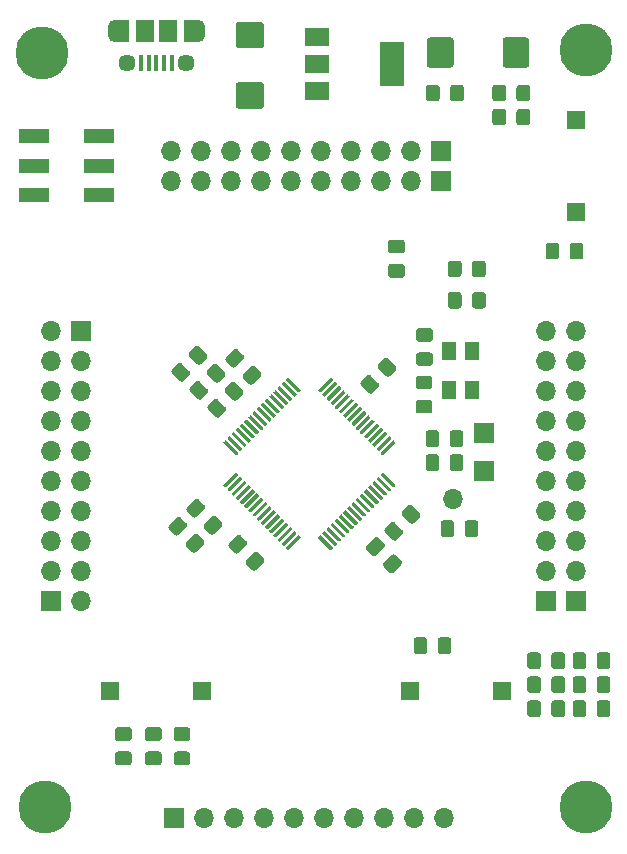
<source format=gbr>
G04 #@! TF.GenerationSoftware,KiCad,Pcbnew,(5.1.5)-3*
G04 #@! TF.CreationDate,2020-01-11T04:19:27+07:00*
G04 #@! TF.ProjectId,main,6d61696e-2e6b-4696-9361-645f70636258,1.3*
G04 #@! TF.SameCoordinates,Original*
G04 #@! TF.FileFunction,Soldermask,Top*
G04 #@! TF.FilePolarity,Negative*
%FSLAX46Y46*%
G04 Gerber Fmt 4.6, Leading zero omitted, Abs format (unit mm)*
G04 Created by KiCad (PCBNEW (5.1.5)-3) date 2020-01-11 04:19:27*
%MOMM*%
%LPD*%
G04 APERTURE LIST*
%ADD10R,1.800000X1.750000*%
%ADD11R,1.300000X1.600000*%
%ADD12C,0.100000*%
%ADD13R,1.500000X1.500000*%
%ADD14C,4.500000*%
%ADD15R,1.500000X1.900000*%
%ADD16C,1.450000*%
%ADD17R,0.400000X1.350000*%
%ADD18O,1.200000X1.900000*%
%ADD19R,1.200000X1.900000*%
%ADD20O,1.700000X1.700000*%
%ADD21R,1.700000X1.700000*%
%ADD22R,2.500000X1.200000*%
%ADD23R,2.000000X3.800000*%
%ADD24R,2.000000X1.500000*%
G04 APERTURE END LIST*
D10*
X139500000Y-93725000D03*
X139500000Y-96975000D03*
D11*
X136500000Y-90150000D03*
X136500000Y-86850000D03*
X138500000Y-86850000D03*
X138500000Y-90150000D03*
D12*
G36*
X120619505Y-64046204D02*
G01*
X120643773Y-64049804D01*
X120667572Y-64055765D01*
X120690671Y-64064030D01*
X120712850Y-64074520D01*
X120733893Y-64087132D01*
X120753599Y-64101747D01*
X120771777Y-64118223D01*
X120788253Y-64136401D01*
X120802868Y-64156107D01*
X120815480Y-64177150D01*
X120825970Y-64199329D01*
X120834235Y-64222428D01*
X120840196Y-64246227D01*
X120843796Y-64270495D01*
X120845000Y-64294999D01*
X120845000Y-66045001D01*
X120843796Y-66069505D01*
X120840196Y-66093773D01*
X120834235Y-66117572D01*
X120825970Y-66140671D01*
X120815480Y-66162850D01*
X120802868Y-66183893D01*
X120788253Y-66203599D01*
X120771777Y-66221777D01*
X120753599Y-66238253D01*
X120733893Y-66252868D01*
X120712850Y-66265480D01*
X120690671Y-66275970D01*
X120667572Y-66284235D01*
X120643773Y-66290196D01*
X120619505Y-66293796D01*
X120595001Y-66295000D01*
X118744999Y-66295000D01*
X118720495Y-66293796D01*
X118696227Y-66290196D01*
X118672428Y-66284235D01*
X118649329Y-66275970D01*
X118627150Y-66265480D01*
X118606107Y-66252868D01*
X118586401Y-66238253D01*
X118568223Y-66221777D01*
X118551747Y-66203599D01*
X118537132Y-66183893D01*
X118524520Y-66162850D01*
X118514030Y-66140671D01*
X118505765Y-66117572D01*
X118499804Y-66093773D01*
X118496204Y-66069505D01*
X118495000Y-66045001D01*
X118495000Y-64294999D01*
X118496204Y-64270495D01*
X118499804Y-64246227D01*
X118505765Y-64222428D01*
X118514030Y-64199329D01*
X118524520Y-64177150D01*
X118537132Y-64156107D01*
X118551747Y-64136401D01*
X118568223Y-64118223D01*
X118586401Y-64101747D01*
X118606107Y-64087132D01*
X118627150Y-64074520D01*
X118649329Y-64064030D01*
X118672428Y-64055765D01*
X118696227Y-64049804D01*
X118720495Y-64046204D01*
X118744999Y-64045000D01*
X120595001Y-64045000D01*
X120619505Y-64046204D01*
G37*
G36*
X120619505Y-58946204D02*
G01*
X120643773Y-58949804D01*
X120667572Y-58955765D01*
X120690671Y-58964030D01*
X120712850Y-58974520D01*
X120733893Y-58987132D01*
X120753599Y-59001747D01*
X120771777Y-59018223D01*
X120788253Y-59036401D01*
X120802868Y-59056107D01*
X120815480Y-59077150D01*
X120825970Y-59099329D01*
X120834235Y-59122428D01*
X120840196Y-59146227D01*
X120843796Y-59170495D01*
X120845000Y-59194999D01*
X120845000Y-60945001D01*
X120843796Y-60969505D01*
X120840196Y-60993773D01*
X120834235Y-61017572D01*
X120825970Y-61040671D01*
X120815480Y-61062850D01*
X120802868Y-61083893D01*
X120788253Y-61103599D01*
X120771777Y-61121777D01*
X120753599Y-61138253D01*
X120733893Y-61152868D01*
X120712850Y-61165480D01*
X120690671Y-61175970D01*
X120667572Y-61184235D01*
X120643773Y-61190196D01*
X120619505Y-61193796D01*
X120595001Y-61195000D01*
X118744999Y-61195000D01*
X118720495Y-61193796D01*
X118696227Y-61190196D01*
X118672428Y-61184235D01*
X118649329Y-61175970D01*
X118627150Y-61165480D01*
X118606107Y-61152868D01*
X118586401Y-61138253D01*
X118568223Y-61121777D01*
X118551747Y-61103599D01*
X118537132Y-61083893D01*
X118524520Y-61062850D01*
X118514030Y-61040671D01*
X118505765Y-61017572D01*
X118499804Y-60993773D01*
X118496204Y-60969505D01*
X118495000Y-60945001D01*
X118495000Y-59194999D01*
X118496204Y-59170495D01*
X118499804Y-59146227D01*
X118505765Y-59122428D01*
X118514030Y-59099329D01*
X118524520Y-59077150D01*
X118537132Y-59056107D01*
X118551747Y-59036401D01*
X118568223Y-59018223D01*
X118586401Y-59001747D01*
X118606107Y-58987132D01*
X118627150Y-58974520D01*
X118649329Y-58964030D01*
X118672428Y-58955765D01*
X118696227Y-58949804D01*
X118720495Y-58946204D01*
X118744999Y-58945000D01*
X120595001Y-58945000D01*
X120619505Y-58946204D01*
G37*
G36*
X143089505Y-60266204D02*
G01*
X143113773Y-60269804D01*
X143137572Y-60275765D01*
X143160671Y-60284030D01*
X143182850Y-60294520D01*
X143203893Y-60307132D01*
X143223599Y-60321747D01*
X143241777Y-60338223D01*
X143258253Y-60356401D01*
X143272868Y-60376107D01*
X143285480Y-60397150D01*
X143295970Y-60419329D01*
X143304235Y-60442428D01*
X143310196Y-60466227D01*
X143313796Y-60490495D01*
X143315000Y-60514999D01*
X143315000Y-62565001D01*
X143313796Y-62589505D01*
X143310196Y-62613773D01*
X143304235Y-62637572D01*
X143295970Y-62660671D01*
X143285480Y-62682850D01*
X143272868Y-62703893D01*
X143258253Y-62723599D01*
X143241777Y-62741777D01*
X143223599Y-62758253D01*
X143203893Y-62772868D01*
X143182850Y-62785480D01*
X143160671Y-62795970D01*
X143137572Y-62804235D01*
X143113773Y-62810196D01*
X143089505Y-62813796D01*
X143065001Y-62815000D01*
X141314999Y-62815000D01*
X141290495Y-62813796D01*
X141266227Y-62810196D01*
X141242428Y-62804235D01*
X141219329Y-62795970D01*
X141197150Y-62785480D01*
X141176107Y-62772868D01*
X141156401Y-62758253D01*
X141138223Y-62741777D01*
X141121747Y-62723599D01*
X141107132Y-62703893D01*
X141094520Y-62682850D01*
X141084030Y-62660671D01*
X141075765Y-62637572D01*
X141069804Y-62613773D01*
X141066204Y-62589505D01*
X141065000Y-62565001D01*
X141065000Y-60514999D01*
X141066204Y-60490495D01*
X141069804Y-60466227D01*
X141075765Y-60442428D01*
X141084030Y-60419329D01*
X141094520Y-60397150D01*
X141107132Y-60376107D01*
X141121747Y-60356401D01*
X141138223Y-60338223D01*
X141156401Y-60321747D01*
X141176107Y-60307132D01*
X141197150Y-60294520D01*
X141219329Y-60284030D01*
X141242428Y-60275765D01*
X141266227Y-60269804D01*
X141290495Y-60266204D01*
X141314999Y-60265000D01*
X143065001Y-60265000D01*
X143089505Y-60266204D01*
G37*
G36*
X136689505Y-60266204D02*
G01*
X136713773Y-60269804D01*
X136737572Y-60275765D01*
X136760671Y-60284030D01*
X136782850Y-60294520D01*
X136803893Y-60307132D01*
X136823599Y-60321747D01*
X136841777Y-60338223D01*
X136858253Y-60356401D01*
X136872868Y-60376107D01*
X136885480Y-60397150D01*
X136895970Y-60419329D01*
X136904235Y-60442428D01*
X136910196Y-60466227D01*
X136913796Y-60490495D01*
X136915000Y-60514999D01*
X136915000Y-62565001D01*
X136913796Y-62589505D01*
X136910196Y-62613773D01*
X136904235Y-62637572D01*
X136895970Y-62660671D01*
X136885480Y-62682850D01*
X136872868Y-62703893D01*
X136858253Y-62723599D01*
X136841777Y-62741777D01*
X136823599Y-62758253D01*
X136803893Y-62772868D01*
X136782850Y-62785480D01*
X136760671Y-62795970D01*
X136737572Y-62804235D01*
X136713773Y-62810196D01*
X136689505Y-62813796D01*
X136665001Y-62815000D01*
X134914999Y-62815000D01*
X134890495Y-62813796D01*
X134866227Y-62810196D01*
X134842428Y-62804235D01*
X134819329Y-62795970D01*
X134797150Y-62785480D01*
X134776107Y-62772868D01*
X134756401Y-62758253D01*
X134738223Y-62741777D01*
X134721747Y-62723599D01*
X134707132Y-62703893D01*
X134694520Y-62682850D01*
X134684030Y-62660671D01*
X134675765Y-62637572D01*
X134669804Y-62613773D01*
X134666204Y-62589505D01*
X134665000Y-62565001D01*
X134665000Y-60514999D01*
X134666204Y-60490495D01*
X134669804Y-60466227D01*
X134675765Y-60442428D01*
X134684030Y-60419329D01*
X134694520Y-60397150D01*
X134707132Y-60376107D01*
X134721747Y-60356401D01*
X134738223Y-60338223D01*
X134756401Y-60321747D01*
X134776107Y-60307132D01*
X134797150Y-60294520D01*
X134819329Y-60284030D01*
X134842428Y-60275765D01*
X134866227Y-60269804D01*
X134890495Y-60266204D01*
X134914999Y-60265000D01*
X136665001Y-60265000D01*
X136689505Y-60266204D01*
G37*
D13*
X147320000Y-75020000D03*
X147320000Y-67220000D03*
X107860000Y-115570000D03*
X115660000Y-115570000D03*
X133260000Y-115570000D03*
X141060000Y-115570000D03*
D12*
G36*
X145628505Y-77660204D02*
G01*
X145652773Y-77663804D01*
X145676572Y-77669765D01*
X145699671Y-77678030D01*
X145721850Y-77688520D01*
X145742893Y-77701132D01*
X145762599Y-77715747D01*
X145780777Y-77732223D01*
X145797253Y-77750401D01*
X145811868Y-77770107D01*
X145824480Y-77791150D01*
X145834970Y-77813329D01*
X145843235Y-77836428D01*
X145849196Y-77860227D01*
X145852796Y-77884495D01*
X145854000Y-77908999D01*
X145854000Y-78809001D01*
X145852796Y-78833505D01*
X145849196Y-78857773D01*
X145843235Y-78881572D01*
X145834970Y-78904671D01*
X145824480Y-78926850D01*
X145811868Y-78947893D01*
X145797253Y-78967599D01*
X145780777Y-78985777D01*
X145762599Y-79002253D01*
X145742893Y-79016868D01*
X145721850Y-79029480D01*
X145699671Y-79039970D01*
X145676572Y-79048235D01*
X145652773Y-79054196D01*
X145628505Y-79057796D01*
X145604001Y-79059000D01*
X144953999Y-79059000D01*
X144929495Y-79057796D01*
X144905227Y-79054196D01*
X144881428Y-79048235D01*
X144858329Y-79039970D01*
X144836150Y-79029480D01*
X144815107Y-79016868D01*
X144795401Y-79002253D01*
X144777223Y-78985777D01*
X144760747Y-78967599D01*
X144746132Y-78947893D01*
X144733520Y-78926850D01*
X144723030Y-78904671D01*
X144714765Y-78881572D01*
X144708804Y-78857773D01*
X144705204Y-78833505D01*
X144704000Y-78809001D01*
X144704000Y-77908999D01*
X144705204Y-77884495D01*
X144708804Y-77860227D01*
X144714765Y-77836428D01*
X144723030Y-77813329D01*
X144733520Y-77791150D01*
X144746132Y-77770107D01*
X144760747Y-77750401D01*
X144777223Y-77732223D01*
X144795401Y-77715747D01*
X144815107Y-77701132D01*
X144836150Y-77688520D01*
X144858329Y-77678030D01*
X144881428Y-77669765D01*
X144905227Y-77663804D01*
X144929495Y-77660204D01*
X144953999Y-77659000D01*
X145604001Y-77659000D01*
X145628505Y-77660204D01*
G37*
G36*
X147678505Y-77660204D02*
G01*
X147702773Y-77663804D01*
X147726572Y-77669765D01*
X147749671Y-77678030D01*
X147771850Y-77688520D01*
X147792893Y-77701132D01*
X147812599Y-77715747D01*
X147830777Y-77732223D01*
X147847253Y-77750401D01*
X147861868Y-77770107D01*
X147874480Y-77791150D01*
X147884970Y-77813329D01*
X147893235Y-77836428D01*
X147899196Y-77860227D01*
X147902796Y-77884495D01*
X147904000Y-77908999D01*
X147904000Y-78809001D01*
X147902796Y-78833505D01*
X147899196Y-78857773D01*
X147893235Y-78881572D01*
X147884970Y-78904671D01*
X147874480Y-78926850D01*
X147861868Y-78947893D01*
X147847253Y-78967599D01*
X147830777Y-78985777D01*
X147812599Y-79002253D01*
X147792893Y-79016868D01*
X147771850Y-79029480D01*
X147749671Y-79039970D01*
X147726572Y-79048235D01*
X147702773Y-79054196D01*
X147678505Y-79057796D01*
X147654001Y-79059000D01*
X147003999Y-79059000D01*
X146979495Y-79057796D01*
X146955227Y-79054196D01*
X146931428Y-79048235D01*
X146908329Y-79039970D01*
X146886150Y-79029480D01*
X146865107Y-79016868D01*
X146845401Y-79002253D01*
X146827223Y-78985777D01*
X146810747Y-78967599D01*
X146796132Y-78947893D01*
X146783520Y-78926850D01*
X146773030Y-78904671D01*
X146764765Y-78881572D01*
X146758804Y-78857773D01*
X146755204Y-78833505D01*
X146754000Y-78809001D01*
X146754000Y-77908999D01*
X146755204Y-77884495D01*
X146758804Y-77860227D01*
X146764765Y-77836428D01*
X146773030Y-77813329D01*
X146783520Y-77791150D01*
X146796132Y-77770107D01*
X146810747Y-77750401D01*
X146827223Y-77732223D01*
X146845401Y-77715747D01*
X146865107Y-77701132D01*
X146886150Y-77688520D01*
X146908329Y-77678030D01*
X146931428Y-77669765D01*
X146955227Y-77663804D01*
X146979495Y-77660204D01*
X147003999Y-77659000D01*
X147654001Y-77659000D01*
X147678505Y-77660204D01*
G37*
G36*
X137365505Y-81818204D02*
G01*
X137389773Y-81821804D01*
X137413572Y-81827765D01*
X137436671Y-81836030D01*
X137458850Y-81846520D01*
X137479893Y-81859132D01*
X137499599Y-81873747D01*
X137517777Y-81890223D01*
X137534253Y-81908401D01*
X137548868Y-81928107D01*
X137561480Y-81949150D01*
X137571970Y-81971329D01*
X137580235Y-81994428D01*
X137586196Y-82018227D01*
X137589796Y-82042495D01*
X137591000Y-82066999D01*
X137591000Y-82967001D01*
X137589796Y-82991505D01*
X137586196Y-83015773D01*
X137580235Y-83039572D01*
X137571970Y-83062671D01*
X137561480Y-83084850D01*
X137548868Y-83105893D01*
X137534253Y-83125599D01*
X137517777Y-83143777D01*
X137499599Y-83160253D01*
X137479893Y-83174868D01*
X137458850Y-83187480D01*
X137436671Y-83197970D01*
X137413572Y-83206235D01*
X137389773Y-83212196D01*
X137365505Y-83215796D01*
X137341001Y-83217000D01*
X136690999Y-83217000D01*
X136666495Y-83215796D01*
X136642227Y-83212196D01*
X136618428Y-83206235D01*
X136595329Y-83197970D01*
X136573150Y-83187480D01*
X136552107Y-83174868D01*
X136532401Y-83160253D01*
X136514223Y-83143777D01*
X136497747Y-83125599D01*
X136483132Y-83105893D01*
X136470520Y-83084850D01*
X136460030Y-83062671D01*
X136451765Y-83039572D01*
X136445804Y-83015773D01*
X136442204Y-82991505D01*
X136441000Y-82967001D01*
X136441000Y-82066999D01*
X136442204Y-82042495D01*
X136445804Y-82018227D01*
X136451765Y-81994428D01*
X136460030Y-81971329D01*
X136470520Y-81949150D01*
X136483132Y-81928107D01*
X136497747Y-81908401D01*
X136514223Y-81890223D01*
X136532401Y-81873747D01*
X136552107Y-81859132D01*
X136573150Y-81846520D01*
X136595329Y-81836030D01*
X136618428Y-81827765D01*
X136642227Y-81821804D01*
X136666495Y-81818204D01*
X136690999Y-81817000D01*
X137341001Y-81817000D01*
X137365505Y-81818204D01*
G37*
G36*
X139415505Y-81818204D02*
G01*
X139439773Y-81821804D01*
X139463572Y-81827765D01*
X139486671Y-81836030D01*
X139508850Y-81846520D01*
X139529893Y-81859132D01*
X139549599Y-81873747D01*
X139567777Y-81890223D01*
X139584253Y-81908401D01*
X139598868Y-81928107D01*
X139611480Y-81949150D01*
X139621970Y-81971329D01*
X139630235Y-81994428D01*
X139636196Y-82018227D01*
X139639796Y-82042495D01*
X139641000Y-82066999D01*
X139641000Y-82967001D01*
X139639796Y-82991505D01*
X139636196Y-83015773D01*
X139630235Y-83039572D01*
X139621970Y-83062671D01*
X139611480Y-83084850D01*
X139598868Y-83105893D01*
X139584253Y-83125599D01*
X139567777Y-83143777D01*
X139549599Y-83160253D01*
X139529893Y-83174868D01*
X139508850Y-83187480D01*
X139486671Y-83197970D01*
X139463572Y-83206235D01*
X139439773Y-83212196D01*
X139415505Y-83215796D01*
X139391001Y-83217000D01*
X138740999Y-83217000D01*
X138716495Y-83215796D01*
X138692227Y-83212196D01*
X138668428Y-83206235D01*
X138645329Y-83197970D01*
X138623150Y-83187480D01*
X138602107Y-83174868D01*
X138582401Y-83160253D01*
X138564223Y-83143777D01*
X138547747Y-83125599D01*
X138533132Y-83105893D01*
X138520520Y-83084850D01*
X138510030Y-83062671D01*
X138501765Y-83039572D01*
X138495804Y-83015773D01*
X138492204Y-82991505D01*
X138491000Y-82967001D01*
X138491000Y-82066999D01*
X138492204Y-82042495D01*
X138495804Y-82018227D01*
X138501765Y-81994428D01*
X138510030Y-81971329D01*
X138520520Y-81949150D01*
X138533132Y-81928107D01*
X138547747Y-81908401D01*
X138564223Y-81890223D01*
X138582401Y-81873747D01*
X138602107Y-81859132D01*
X138623150Y-81846520D01*
X138645329Y-81836030D01*
X138668428Y-81827765D01*
X138692227Y-81821804D01*
X138716495Y-81818204D01*
X138740999Y-81817000D01*
X139391001Y-81817000D01*
X139415505Y-81818204D01*
G37*
G36*
X136738505Y-101155204D02*
G01*
X136762773Y-101158804D01*
X136786572Y-101164765D01*
X136809671Y-101173030D01*
X136831850Y-101183520D01*
X136852893Y-101196132D01*
X136872599Y-101210747D01*
X136890777Y-101227223D01*
X136907253Y-101245401D01*
X136921868Y-101265107D01*
X136934480Y-101286150D01*
X136944970Y-101308329D01*
X136953235Y-101331428D01*
X136959196Y-101355227D01*
X136962796Y-101379495D01*
X136964000Y-101403999D01*
X136964000Y-102304001D01*
X136962796Y-102328505D01*
X136959196Y-102352773D01*
X136953235Y-102376572D01*
X136944970Y-102399671D01*
X136934480Y-102421850D01*
X136921868Y-102442893D01*
X136907253Y-102462599D01*
X136890777Y-102480777D01*
X136872599Y-102497253D01*
X136852893Y-102511868D01*
X136831850Y-102524480D01*
X136809671Y-102534970D01*
X136786572Y-102543235D01*
X136762773Y-102549196D01*
X136738505Y-102552796D01*
X136714001Y-102554000D01*
X136063999Y-102554000D01*
X136039495Y-102552796D01*
X136015227Y-102549196D01*
X135991428Y-102543235D01*
X135968329Y-102534970D01*
X135946150Y-102524480D01*
X135925107Y-102511868D01*
X135905401Y-102497253D01*
X135887223Y-102480777D01*
X135870747Y-102462599D01*
X135856132Y-102442893D01*
X135843520Y-102421850D01*
X135833030Y-102399671D01*
X135824765Y-102376572D01*
X135818804Y-102352773D01*
X135815204Y-102328505D01*
X135814000Y-102304001D01*
X135814000Y-101403999D01*
X135815204Y-101379495D01*
X135818804Y-101355227D01*
X135824765Y-101331428D01*
X135833030Y-101308329D01*
X135843520Y-101286150D01*
X135856132Y-101265107D01*
X135870747Y-101245401D01*
X135887223Y-101227223D01*
X135905401Y-101210747D01*
X135925107Y-101196132D01*
X135946150Y-101183520D01*
X135968329Y-101173030D01*
X135991428Y-101164765D01*
X136015227Y-101158804D01*
X136039495Y-101155204D01*
X136063999Y-101154000D01*
X136714001Y-101154000D01*
X136738505Y-101155204D01*
G37*
G36*
X138788505Y-101155204D02*
G01*
X138812773Y-101158804D01*
X138836572Y-101164765D01*
X138859671Y-101173030D01*
X138881850Y-101183520D01*
X138902893Y-101196132D01*
X138922599Y-101210747D01*
X138940777Y-101227223D01*
X138957253Y-101245401D01*
X138971868Y-101265107D01*
X138984480Y-101286150D01*
X138994970Y-101308329D01*
X139003235Y-101331428D01*
X139009196Y-101355227D01*
X139012796Y-101379495D01*
X139014000Y-101403999D01*
X139014000Y-102304001D01*
X139012796Y-102328505D01*
X139009196Y-102352773D01*
X139003235Y-102376572D01*
X138994970Y-102399671D01*
X138984480Y-102421850D01*
X138971868Y-102442893D01*
X138957253Y-102462599D01*
X138940777Y-102480777D01*
X138922599Y-102497253D01*
X138902893Y-102511868D01*
X138881850Y-102524480D01*
X138859671Y-102534970D01*
X138836572Y-102543235D01*
X138812773Y-102549196D01*
X138788505Y-102552796D01*
X138764001Y-102554000D01*
X138113999Y-102554000D01*
X138089495Y-102552796D01*
X138065227Y-102549196D01*
X138041428Y-102543235D01*
X138018329Y-102534970D01*
X137996150Y-102524480D01*
X137975107Y-102511868D01*
X137955401Y-102497253D01*
X137937223Y-102480777D01*
X137920747Y-102462599D01*
X137906132Y-102442893D01*
X137893520Y-102421850D01*
X137883030Y-102399671D01*
X137874765Y-102376572D01*
X137868804Y-102352773D01*
X137865204Y-102328505D01*
X137864000Y-102304001D01*
X137864000Y-101403999D01*
X137865204Y-101379495D01*
X137868804Y-101355227D01*
X137874765Y-101331428D01*
X137883030Y-101308329D01*
X137893520Y-101286150D01*
X137906132Y-101265107D01*
X137920747Y-101245401D01*
X137937223Y-101227223D01*
X137955401Y-101210747D01*
X137975107Y-101196132D01*
X137996150Y-101183520D01*
X138018329Y-101173030D01*
X138041428Y-101164765D01*
X138065227Y-101158804D01*
X138089495Y-101155204D01*
X138113999Y-101154000D01*
X138764001Y-101154000D01*
X138788505Y-101155204D01*
G37*
G36*
X132554505Y-79445204D02*
G01*
X132578773Y-79448804D01*
X132602572Y-79454765D01*
X132625671Y-79463030D01*
X132647850Y-79473520D01*
X132668893Y-79486132D01*
X132688599Y-79500747D01*
X132706777Y-79517223D01*
X132723253Y-79535401D01*
X132737868Y-79555107D01*
X132750480Y-79576150D01*
X132760970Y-79598329D01*
X132769235Y-79621428D01*
X132775196Y-79645227D01*
X132778796Y-79669495D01*
X132780000Y-79693999D01*
X132780000Y-80344001D01*
X132778796Y-80368505D01*
X132775196Y-80392773D01*
X132769235Y-80416572D01*
X132760970Y-80439671D01*
X132750480Y-80461850D01*
X132737868Y-80482893D01*
X132723253Y-80502599D01*
X132706777Y-80520777D01*
X132688599Y-80537253D01*
X132668893Y-80551868D01*
X132647850Y-80564480D01*
X132625671Y-80574970D01*
X132602572Y-80583235D01*
X132578773Y-80589196D01*
X132554505Y-80592796D01*
X132530001Y-80594000D01*
X131629999Y-80594000D01*
X131605495Y-80592796D01*
X131581227Y-80589196D01*
X131557428Y-80583235D01*
X131534329Y-80574970D01*
X131512150Y-80564480D01*
X131491107Y-80551868D01*
X131471401Y-80537253D01*
X131453223Y-80520777D01*
X131436747Y-80502599D01*
X131422132Y-80482893D01*
X131409520Y-80461850D01*
X131399030Y-80439671D01*
X131390765Y-80416572D01*
X131384804Y-80392773D01*
X131381204Y-80368505D01*
X131380000Y-80344001D01*
X131380000Y-79693999D01*
X131381204Y-79669495D01*
X131384804Y-79645227D01*
X131390765Y-79621428D01*
X131399030Y-79598329D01*
X131409520Y-79576150D01*
X131422132Y-79555107D01*
X131436747Y-79535401D01*
X131453223Y-79517223D01*
X131471401Y-79500747D01*
X131491107Y-79486132D01*
X131512150Y-79473520D01*
X131534329Y-79463030D01*
X131557428Y-79454765D01*
X131581227Y-79448804D01*
X131605495Y-79445204D01*
X131629999Y-79444000D01*
X132530001Y-79444000D01*
X132554505Y-79445204D01*
G37*
G36*
X132554505Y-77395204D02*
G01*
X132578773Y-77398804D01*
X132602572Y-77404765D01*
X132625671Y-77413030D01*
X132647850Y-77423520D01*
X132668893Y-77436132D01*
X132688599Y-77450747D01*
X132706777Y-77467223D01*
X132723253Y-77485401D01*
X132737868Y-77505107D01*
X132750480Y-77526150D01*
X132760970Y-77548329D01*
X132769235Y-77571428D01*
X132775196Y-77595227D01*
X132778796Y-77619495D01*
X132780000Y-77643999D01*
X132780000Y-78294001D01*
X132778796Y-78318505D01*
X132775196Y-78342773D01*
X132769235Y-78366572D01*
X132760970Y-78389671D01*
X132750480Y-78411850D01*
X132737868Y-78432893D01*
X132723253Y-78452599D01*
X132706777Y-78470777D01*
X132688599Y-78487253D01*
X132668893Y-78501868D01*
X132647850Y-78514480D01*
X132625671Y-78524970D01*
X132602572Y-78533235D01*
X132578773Y-78539196D01*
X132554505Y-78542796D01*
X132530001Y-78544000D01*
X131629999Y-78544000D01*
X131605495Y-78542796D01*
X131581227Y-78539196D01*
X131557428Y-78533235D01*
X131534329Y-78524970D01*
X131512150Y-78514480D01*
X131491107Y-78501868D01*
X131471401Y-78487253D01*
X131453223Y-78470777D01*
X131436747Y-78452599D01*
X131422132Y-78432893D01*
X131409520Y-78411850D01*
X131399030Y-78389671D01*
X131390765Y-78366572D01*
X131384804Y-78342773D01*
X131381204Y-78318505D01*
X131380000Y-78294001D01*
X131380000Y-77643999D01*
X131381204Y-77619495D01*
X131384804Y-77595227D01*
X131390765Y-77571428D01*
X131399030Y-77548329D01*
X131409520Y-77526150D01*
X131422132Y-77505107D01*
X131436747Y-77485401D01*
X131453223Y-77467223D01*
X131471401Y-77450747D01*
X131491107Y-77436132D01*
X131512150Y-77423520D01*
X131534329Y-77413030D01*
X131557428Y-77404765D01*
X131581227Y-77398804D01*
X131605495Y-77395204D01*
X131629999Y-77394000D01*
X132530001Y-77394000D01*
X132554505Y-77395204D01*
G37*
G36*
X143171505Y-64265204D02*
G01*
X143195773Y-64268804D01*
X143219572Y-64274765D01*
X143242671Y-64283030D01*
X143264850Y-64293520D01*
X143285893Y-64306132D01*
X143305599Y-64320747D01*
X143323777Y-64337223D01*
X143340253Y-64355401D01*
X143354868Y-64375107D01*
X143367480Y-64396150D01*
X143377970Y-64418329D01*
X143386235Y-64441428D01*
X143392196Y-64465227D01*
X143395796Y-64489495D01*
X143397000Y-64513999D01*
X143397000Y-65414001D01*
X143395796Y-65438505D01*
X143392196Y-65462773D01*
X143386235Y-65486572D01*
X143377970Y-65509671D01*
X143367480Y-65531850D01*
X143354868Y-65552893D01*
X143340253Y-65572599D01*
X143323777Y-65590777D01*
X143305599Y-65607253D01*
X143285893Y-65621868D01*
X143264850Y-65634480D01*
X143242671Y-65644970D01*
X143219572Y-65653235D01*
X143195773Y-65659196D01*
X143171505Y-65662796D01*
X143147001Y-65664000D01*
X142496999Y-65664000D01*
X142472495Y-65662796D01*
X142448227Y-65659196D01*
X142424428Y-65653235D01*
X142401329Y-65644970D01*
X142379150Y-65634480D01*
X142358107Y-65621868D01*
X142338401Y-65607253D01*
X142320223Y-65590777D01*
X142303747Y-65572599D01*
X142289132Y-65552893D01*
X142276520Y-65531850D01*
X142266030Y-65509671D01*
X142257765Y-65486572D01*
X142251804Y-65462773D01*
X142248204Y-65438505D01*
X142247000Y-65414001D01*
X142247000Y-64513999D01*
X142248204Y-64489495D01*
X142251804Y-64465227D01*
X142257765Y-64441428D01*
X142266030Y-64418329D01*
X142276520Y-64396150D01*
X142289132Y-64375107D01*
X142303747Y-64355401D01*
X142320223Y-64337223D01*
X142338401Y-64320747D01*
X142358107Y-64306132D01*
X142379150Y-64293520D01*
X142401329Y-64283030D01*
X142424428Y-64274765D01*
X142448227Y-64268804D01*
X142472495Y-64265204D01*
X142496999Y-64264000D01*
X143147001Y-64264000D01*
X143171505Y-64265204D01*
G37*
G36*
X141121505Y-64265204D02*
G01*
X141145773Y-64268804D01*
X141169572Y-64274765D01*
X141192671Y-64283030D01*
X141214850Y-64293520D01*
X141235893Y-64306132D01*
X141255599Y-64320747D01*
X141273777Y-64337223D01*
X141290253Y-64355401D01*
X141304868Y-64375107D01*
X141317480Y-64396150D01*
X141327970Y-64418329D01*
X141336235Y-64441428D01*
X141342196Y-64465227D01*
X141345796Y-64489495D01*
X141347000Y-64513999D01*
X141347000Y-65414001D01*
X141345796Y-65438505D01*
X141342196Y-65462773D01*
X141336235Y-65486572D01*
X141327970Y-65509671D01*
X141317480Y-65531850D01*
X141304868Y-65552893D01*
X141290253Y-65572599D01*
X141273777Y-65590777D01*
X141255599Y-65607253D01*
X141235893Y-65621868D01*
X141214850Y-65634480D01*
X141192671Y-65644970D01*
X141169572Y-65653235D01*
X141145773Y-65659196D01*
X141121505Y-65662796D01*
X141097001Y-65664000D01*
X140446999Y-65664000D01*
X140422495Y-65662796D01*
X140398227Y-65659196D01*
X140374428Y-65653235D01*
X140351329Y-65644970D01*
X140329150Y-65634480D01*
X140308107Y-65621868D01*
X140288401Y-65607253D01*
X140270223Y-65590777D01*
X140253747Y-65572599D01*
X140239132Y-65552893D01*
X140226520Y-65531850D01*
X140216030Y-65509671D01*
X140207765Y-65486572D01*
X140201804Y-65462773D01*
X140198204Y-65438505D01*
X140197000Y-65414001D01*
X140197000Y-64513999D01*
X140198204Y-64489495D01*
X140201804Y-64465227D01*
X140207765Y-64441428D01*
X140216030Y-64418329D01*
X140226520Y-64396150D01*
X140239132Y-64375107D01*
X140253747Y-64355401D01*
X140270223Y-64337223D01*
X140288401Y-64320747D01*
X140308107Y-64306132D01*
X140329150Y-64293520D01*
X140351329Y-64283030D01*
X140374428Y-64274765D01*
X140398227Y-64268804D01*
X140422495Y-64265204D01*
X140446999Y-64264000D01*
X141097001Y-64264000D01*
X141121505Y-64265204D01*
G37*
G36*
X134452505Y-111061204D02*
G01*
X134476773Y-111064804D01*
X134500572Y-111070765D01*
X134523671Y-111079030D01*
X134545850Y-111089520D01*
X134566893Y-111102132D01*
X134586599Y-111116747D01*
X134604777Y-111133223D01*
X134621253Y-111151401D01*
X134635868Y-111171107D01*
X134648480Y-111192150D01*
X134658970Y-111214329D01*
X134667235Y-111237428D01*
X134673196Y-111261227D01*
X134676796Y-111285495D01*
X134678000Y-111309999D01*
X134678000Y-112210001D01*
X134676796Y-112234505D01*
X134673196Y-112258773D01*
X134667235Y-112282572D01*
X134658970Y-112305671D01*
X134648480Y-112327850D01*
X134635868Y-112348893D01*
X134621253Y-112368599D01*
X134604777Y-112386777D01*
X134586599Y-112403253D01*
X134566893Y-112417868D01*
X134545850Y-112430480D01*
X134523671Y-112440970D01*
X134500572Y-112449235D01*
X134476773Y-112455196D01*
X134452505Y-112458796D01*
X134428001Y-112460000D01*
X133777999Y-112460000D01*
X133753495Y-112458796D01*
X133729227Y-112455196D01*
X133705428Y-112449235D01*
X133682329Y-112440970D01*
X133660150Y-112430480D01*
X133639107Y-112417868D01*
X133619401Y-112403253D01*
X133601223Y-112386777D01*
X133584747Y-112368599D01*
X133570132Y-112348893D01*
X133557520Y-112327850D01*
X133547030Y-112305671D01*
X133538765Y-112282572D01*
X133532804Y-112258773D01*
X133529204Y-112234505D01*
X133528000Y-112210001D01*
X133528000Y-111309999D01*
X133529204Y-111285495D01*
X133532804Y-111261227D01*
X133538765Y-111237428D01*
X133547030Y-111214329D01*
X133557520Y-111192150D01*
X133570132Y-111171107D01*
X133584747Y-111151401D01*
X133601223Y-111133223D01*
X133619401Y-111116747D01*
X133639107Y-111102132D01*
X133660150Y-111089520D01*
X133682329Y-111079030D01*
X133705428Y-111070765D01*
X133729227Y-111064804D01*
X133753495Y-111061204D01*
X133777999Y-111060000D01*
X134428001Y-111060000D01*
X134452505Y-111061204D01*
G37*
G36*
X136502505Y-111061204D02*
G01*
X136526773Y-111064804D01*
X136550572Y-111070765D01*
X136573671Y-111079030D01*
X136595850Y-111089520D01*
X136616893Y-111102132D01*
X136636599Y-111116747D01*
X136654777Y-111133223D01*
X136671253Y-111151401D01*
X136685868Y-111171107D01*
X136698480Y-111192150D01*
X136708970Y-111214329D01*
X136717235Y-111237428D01*
X136723196Y-111261227D01*
X136726796Y-111285495D01*
X136728000Y-111309999D01*
X136728000Y-112210001D01*
X136726796Y-112234505D01*
X136723196Y-112258773D01*
X136717235Y-112282572D01*
X136708970Y-112305671D01*
X136698480Y-112327850D01*
X136685868Y-112348893D01*
X136671253Y-112368599D01*
X136654777Y-112386777D01*
X136636599Y-112403253D01*
X136616893Y-112417868D01*
X136595850Y-112430480D01*
X136573671Y-112440970D01*
X136550572Y-112449235D01*
X136526773Y-112455196D01*
X136502505Y-112458796D01*
X136478001Y-112460000D01*
X135827999Y-112460000D01*
X135803495Y-112458796D01*
X135779227Y-112455196D01*
X135755428Y-112449235D01*
X135732329Y-112440970D01*
X135710150Y-112430480D01*
X135689107Y-112417868D01*
X135669401Y-112403253D01*
X135651223Y-112386777D01*
X135634747Y-112368599D01*
X135620132Y-112348893D01*
X135607520Y-112327850D01*
X135597030Y-112305671D01*
X135588765Y-112282572D01*
X135582804Y-112258773D01*
X135579204Y-112234505D01*
X135578000Y-112210001D01*
X135578000Y-111309999D01*
X135579204Y-111285495D01*
X135582804Y-111261227D01*
X135588765Y-111237428D01*
X135597030Y-111214329D01*
X135607520Y-111192150D01*
X135620132Y-111171107D01*
X135634747Y-111151401D01*
X135651223Y-111133223D01*
X135669401Y-111116747D01*
X135689107Y-111102132D01*
X135710150Y-111089520D01*
X135732329Y-111079030D01*
X135755428Y-111070765D01*
X135779227Y-111064804D01*
X135803495Y-111061204D01*
X135827999Y-111060000D01*
X136478001Y-111060000D01*
X136502505Y-111061204D01*
G37*
G36*
X144082505Y-112331204D02*
G01*
X144106773Y-112334804D01*
X144130572Y-112340765D01*
X144153671Y-112349030D01*
X144175850Y-112359520D01*
X144196893Y-112372132D01*
X144216599Y-112386747D01*
X144234777Y-112403223D01*
X144251253Y-112421401D01*
X144265868Y-112441107D01*
X144278480Y-112462150D01*
X144288970Y-112484329D01*
X144297235Y-112507428D01*
X144303196Y-112531227D01*
X144306796Y-112555495D01*
X144308000Y-112579999D01*
X144308000Y-113480001D01*
X144306796Y-113504505D01*
X144303196Y-113528773D01*
X144297235Y-113552572D01*
X144288970Y-113575671D01*
X144278480Y-113597850D01*
X144265868Y-113618893D01*
X144251253Y-113638599D01*
X144234777Y-113656777D01*
X144216599Y-113673253D01*
X144196893Y-113687868D01*
X144175850Y-113700480D01*
X144153671Y-113710970D01*
X144130572Y-113719235D01*
X144106773Y-113725196D01*
X144082505Y-113728796D01*
X144058001Y-113730000D01*
X143407999Y-113730000D01*
X143383495Y-113728796D01*
X143359227Y-113725196D01*
X143335428Y-113719235D01*
X143312329Y-113710970D01*
X143290150Y-113700480D01*
X143269107Y-113687868D01*
X143249401Y-113673253D01*
X143231223Y-113656777D01*
X143214747Y-113638599D01*
X143200132Y-113618893D01*
X143187520Y-113597850D01*
X143177030Y-113575671D01*
X143168765Y-113552572D01*
X143162804Y-113528773D01*
X143159204Y-113504505D01*
X143158000Y-113480001D01*
X143158000Y-112579999D01*
X143159204Y-112555495D01*
X143162804Y-112531227D01*
X143168765Y-112507428D01*
X143177030Y-112484329D01*
X143187520Y-112462150D01*
X143200132Y-112441107D01*
X143214747Y-112421401D01*
X143231223Y-112403223D01*
X143249401Y-112386747D01*
X143269107Y-112372132D01*
X143290150Y-112359520D01*
X143312329Y-112349030D01*
X143335428Y-112340765D01*
X143359227Y-112334804D01*
X143383495Y-112331204D01*
X143407999Y-112330000D01*
X144058001Y-112330000D01*
X144082505Y-112331204D01*
G37*
G36*
X146132505Y-112331204D02*
G01*
X146156773Y-112334804D01*
X146180572Y-112340765D01*
X146203671Y-112349030D01*
X146225850Y-112359520D01*
X146246893Y-112372132D01*
X146266599Y-112386747D01*
X146284777Y-112403223D01*
X146301253Y-112421401D01*
X146315868Y-112441107D01*
X146328480Y-112462150D01*
X146338970Y-112484329D01*
X146347235Y-112507428D01*
X146353196Y-112531227D01*
X146356796Y-112555495D01*
X146358000Y-112579999D01*
X146358000Y-113480001D01*
X146356796Y-113504505D01*
X146353196Y-113528773D01*
X146347235Y-113552572D01*
X146338970Y-113575671D01*
X146328480Y-113597850D01*
X146315868Y-113618893D01*
X146301253Y-113638599D01*
X146284777Y-113656777D01*
X146266599Y-113673253D01*
X146246893Y-113687868D01*
X146225850Y-113700480D01*
X146203671Y-113710970D01*
X146180572Y-113719235D01*
X146156773Y-113725196D01*
X146132505Y-113728796D01*
X146108001Y-113730000D01*
X145457999Y-113730000D01*
X145433495Y-113728796D01*
X145409227Y-113725196D01*
X145385428Y-113719235D01*
X145362329Y-113710970D01*
X145340150Y-113700480D01*
X145319107Y-113687868D01*
X145299401Y-113673253D01*
X145281223Y-113656777D01*
X145264747Y-113638599D01*
X145250132Y-113618893D01*
X145237520Y-113597850D01*
X145227030Y-113575671D01*
X145218765Y-113552572D01*
X145212804Y-113528773D01*
X145209204Y-113504505D01*
X145208000Y-113480001D01*
X145208000Y-112579999D01*
X145209204Y-112555495D01*
X145212804Y-112531227D01*
X145218765Y-112507428D01*
X145227030Y-112484329D01*
X145237520Y-112462150D01*
X145250132Y-112441107D01*
X145264747Y-112421401D01*
X145281223Y-112403223D01*
X145299401Y-112386747D01*
X145319107Y-112372132D01*
X145340150Y-112359520D01*
X145362329Y-112349030D01*
X145385428Y-112340765D01*
X145409227Y-112334804D01*
X145433495Y-112331204D01*
X145457999Y-112330000D01*
X146108001Y-112330000D01*
X146132505Y-112331204D01*
G37*
G36*
X144082505Y-114363204D02*
G01*
X144106773Y-114366804D01*
X144130572Y-114372765D01*
X144153671Y-114381030D01*
X144175850Y-114391520D01*
X144196893Y-114404132D01*
X144216599Y-114418747D01*
X144234777Y-114435223D01*
X144251253Y-114453401D01*
X144265868Y-114473107D01*
X144278480Y-114494150D01*
X144288970Y-114516329D01*
X144297235Y-114539428D01*
X144303196Y-114563227D01*
X144306796Y-114587495D01*
X144308000Y-114611999D01*
X144308000Y-115512001D01*
X144306796Y-115536505D01*
X144303196Y-115560773D01*
X144297235Y-115584572D01*
X144288970Y-115607671D01*
X144278480Y-115629850D01*
X144265868Y-115650893D01*
X144251253Y-115670599D01*
X144234777Y-115688777D01*
X144216599Y-115705253D01*
X144196893Y-115719868D01*
X144175850Y-115732480D01*
X144153671Y-115742970D01*
X144130572Y-115751235D01*
X144106773Y-115757196D01*
X144082505Y-115760796D01*
X144058001Y-115762000D01*
X143407999Y-115762000D01*
X143383495Y-115760796D01*
X143359227Y-115757196D01*
X143335428Y-115751235D01*
X143312329Y-115742970D01*
X143290150Y-115732480D01*
X143269107Y-115719868D01*
X143249401Y-115705253D01*
X143231223Y-115688777D01*
X143214747Y-115670599D01*
X143200132Y-115650893D01*
X143187520Y-115629850D01*
X143177030Y-115607671D01*
X143168765Y-115584572D01*
X143162804Y-115560773D01*
X143159204Y-115536505D01*
X143158000Y-115512001D01*
X143158000Y-114611999D01*
X143159204Y-114587495D01*
X143162804Y-114563227D01*
X143168765Y-114539428D01*
X143177030Y-114516329D01*
X143187520Y-114494150D01*
X143200132Y-114473107D01*
X143214747Y-114453401D01*
X143231223Y-114435223D01*
X143249401Y-114418747D01*
X143269107Y-114404132D01*
X143290150Y-114391520D01*
X143312329Y-114381030D01*
X143335428Y-114372765D01*
X143359227Y-114366804D01*
X143383495Y-114363204D01*
X143407999Y-114362000D01*
X144058001Y-114362000D01*
X144082505Y-114363204D01*
G37*
G36*
X146132505Y-114363204D02*
G01*
X146156773Y-114366804D01*
X146180572Y-114372765D01*
X146203671Y-114381030D01*
X146225850Y-114391520D01*
X146246893Y-114404132D01*
X146266599Y-114418747D01*
X146284777Y-114435223D01*
X146301253Y-114453401D01*
X146315868Y-114473107D01*
X146328480Y-114494150D01*
X146338970Y-114516329D01*
X146347235Y-114539428D01*
X146353196Y-114563227D01*
X146356796Y-114587495D01*
X146358000Y-114611999D01*
X146358000Y-115512001D01*
X146356796Y-115536505D01*
X146353196Y-115560773D01*
X146347235Y-115584572D01*
X146338970Y-115607671D01*
X146328480Y-115629850D01*
X146315868Y-115650893D01*
X146301253Y-115670599D01*
X146284777Y-115688777D01*
X146266599Y-115705253D01*
X146246893Y-115719868D01*
X146225850Y-115732480D01*
X146203671Y-115742970D01*
X146180572Y-115751235D01*
X146156773Y-115757196D01*
X146132505Y-115760796D01*
X146108001Y-115762000D01*
X145457999Y-115762000D01*
X145433495Y-115760796D01*
X145409227Y-115757196D01*
X145385428Y-115751235D01*
X145362329Y-115742970D01*
X145340150Y-115732480D01*
X145319107Y-115719868D01*
X145299401Y-115705253D01*
X145281223Y-115688777D01*
X145264747Y-115670599D01*
X145250132Y-115650893D01*
X145237520Y-115629850D01*
X145227030Y-115607671D01*
X145218765Y-115584572D01*
X145212804Y-115560773D01*
X145209204Y-115536505D01*
X145208000Y-115512001D01*
X145208000Y-114611999D01*
X145209204Y-114587495D01*
X145212804Y-114563227D01*
X145218765Y-114539428D01*
X145227030Y-114516329D01*
X145237520Y-114494150D01*
X145250132Y-114473107D01*
X145264747Y-114453401D01*
X145281223Y-114435223D01*
X145299401Y-114418747D01*
X145319107Y-114404132D01*
X145340150Y-114391520D01*
X145362329Y-114381030D01*
X145385428Y-114372765D01*
X145409227Y-114366804D01*
X145433495Y-114363204D01*
X145457999Y-114362000D01*
X146108001Y-114362000D01*
X146132505Y-114363204D01*
G37*
G36*
X144082505Y-116395204D02*
G01*
X144106773Y-116398804D01*
X144130572Y-116404765D01*
X144153671Y-116413030D01*
X144175850Y-116423520D01*
X144196893Y-116436132D01*
X144216599Y-116450747D01*
X144234777Y-116467223D01*
X144251253Y-116485401D01*
X144265868Y-116505107D01*
X144278480Y-116526150D01*
X144288970Y-116548329D01*
X144297235Y-116571428D01*
X144303196Y-116595227D01*
X144306796Y-116619495D01*
X144308000Y-116643999D01*
X144308000Y-117544001D01*
X144306796Y-117568505D01*
X144303196Y-117592773D01*
X144297235Y-117616572D01*
X144288970Y-117639671D01*
X144278480Y-117661850D01*
X144265868Y-117682893D01*
X144251253Y-117702599D01*
X144234777Y-117720777D01*
X144216599Y-117737253D01*
X144196893Y-117751868D01*
X144175850Y-117764480D01*
X144153671Y-117774970D01*
X144130572Y-117783235D01*
X144106773Y-117789196D01*
X144082505Y-117792796D01*
X144058001Y-117794000D01*
X143407999Y-117794000D01*
X143383495Y-117792796D01*
X143359227Y-117789196D01*
X143335428Y-117783235D01*
X143312329Y-117774970D01*
X143290150Y-117764480D01*
X143269107Y-117751868D01*
X143249401Y-117737253D01*
X143231223Y-117720777D01*
X143214747Y-117702599D01*
X143200132Y-117682893D01*
X143187520Y-117661850D01*
X143177030Y-117639671D01*
X143168765Y-117616572D01*
X143162804Y-117592773D01*
X143159204Y-117568505D01*
X143158000Y-117544001D01*
X143158000Y-116643999D01*
X143159204Y-116619495D01*
X143162804Y-116595227D01*
X143168765Y-116571428D01*
X143177030Y-116548329D01*
X143187520Y-116526150D01*
X143200132Y-116505107D01*
X143214747Y-116485401D01*
X143231223Y-116467223D01*
X143249401Y-116450747D01*
X143269107Y-116436132D01*
X143290150Y-116423520D01*
X143312329Y-116413030D01*
X143335428Y-116404765D01*
X143359227Y-116398804D01*
X143383495Y-116395204D01*
X143407999Y-116394000D01*
X144058001Y-116394000D01*
X144082505Y-116395204D01*
G37*
G36*
X146132505Y-116395204D02*
G01*
X146156773Y-116398804D01*
X146180572Y-116404765D01*
X146203671Y-116413030D01*
X146225850Y-116423520D01*
X146246893Y-116436132D01*
X146266599Y-116450747D01*
X146284777Y-116467223D01*
X146301253Y-116485401D01*
X146315868Y-116505107D01*
X146328480Y-116526150D01*
X146338970Y-116548329D01*
X146347235Y-116571428D01*
X146353196Y-116595227D01*
X146356796Y-116619495D01*
X146358000Y-116643999D01*
X146358000Y-117544001D01*
X146356796Y-117568505D01*
X146353196Y-117592773D01*
X146347235Y-117616572D01*
X146338970Y-117639671D01*
X146328480Y-117661850D01*
X146315868Y-117682893D01*
X146301253Y-117702599D01*
X146284777Y-117720777D01*
X146266599Y-117737253D01*
X146246893Y-117751868D01*
X146225850Y-117764480D01*
X146203671Y-117774970D01*
X146180572Y-117783235D01*
X146156773Y-117789196D01*
X146132505Y-117792796D01*
X146108001Y-117794000D01*
X145457999Y-117794000D01*
X145433495Y-117792796D01*
X145409227Y-117789196D01*
X145385428Y-117783235D01*
X145362329Y-117774970D01*
X145340150Y-117764480D01*
X145319107Y-117751868D01*
X145299401Y-117737253D01*
X145281223Y-117720777D01*
X145264747Y-117702599D01*
X145250132Y-117682893D01*
X145237520Y-117661850D01*
X145227030Y-117639671D01*
X145218765Y-117616572D01*
X145212804Y-117592773D01*
X145209204Y-117568505D01*
X145208000Y-117544001D01*
X145208000Y-116643999D01*
X145209204Y-116619495D01*
X145212804Y-116595227D01*
X145218765Y-116571428D01*
X145227030Y-116548329D01*
X145237520Y-116526150D01*
X145250132Y-116505107D01*
X145264747Y-116485401D01*
X145281223Y-116467223D01*
X145299401Y-116450747D01*
X145319107Y-116436132D01*
X145340150Y-116423520D01*
X145362329Y-116413030D01*
X145385428Y-116404765D01*
X145409227Y-116398804D01*
X145433495Y-116395204D01*
X145457999Y-116394000D01*
X146108001Y-116394000D01*
X146132505Y-116395204D01*
G37*
G36*
X109440505Y-118670204D02*
G01*
X109464773Y-118673804D01*
X109488572Y-118679765D01*
X109511671Y-118688030D01*
X109533850Y-118698520D01*
X109554893Y-118711132D01*
X109574599Y-118725747D01*
X109592777Y-118742223D01*
X109609253Y-118760401D01*
X109623868Y-118780107D01*
X109636480Y-118801150D01*
X109646970Y-118823329D01*
X109655235Y-118846428D01*
X109661196Y-118870227D01*
X109664796Y-118894495D01*
X109666000Y-118918999D01*
X109666000Y-119569001D01*
X109664796Y-119593505D01*
X109661196Y-119617773D01*
X109655235Y-119641572D01*
X109646970Y-119664671D01*
X109636480Y-119686850D01*
X109623868Y-119707893D01*
X109609253Y-119727599D01*
X109592777Y-119745777D01*
X109574599Y-119762253D01*
X109554893Y-119776868D01*
X109533850Y-119789480D01*
X109511671Y-119799970D01*
X109488572Y-119808235D01*
X109464773Y-119814196D01*
X109440505Y-119817796D01*
X109416001Y-119819000D01*
X108515999Y-119819000D01*
X108491495Y-119817796D01*
X108467227Y-119814196D01*
X108443428Y-119808235D01*
X108420329Y-119799970D01*
X108398150Y-119789480D01*
X108377107Y-119776868D01*
X108357401Y-119762253D01*
X108339223Y-119745777D01*
X108322747Y-119727599D01*
X108308132Y-119707893D01*
X108295520Y-119686850D01*
X108285030Y-119664671D01*
X108276765Y-119641572D01*
X108270804Y-119617773D01*
X108267204Y-119593505D01*
X108266000Y-119569001D01*
X108266000Y-118918999D01*
X108267204Y-118894495D01*
X108270804Y-118870227D01*
X108276765Y-118846428D01*
X108285030Y-118823329D01*
X108295520Y-118801150D01*
X108308132Y-118780107D01*
X108322747Y-118760401D01*
X108339223Y-118742223D01*
X108357401Y-118725747D01*
X108377107Y-118711132D01*
X108398150Y-118698520D01*
X108420329Y-118688030D01*
X108443428Y-118679765D01*
X108467227Y-118673804D01*
X108491495Y-118670204D01*
X108515999Y-118669000D01*
X109416001Y-118669000D01*
X109440505Y-118670204D01*
G37*
G36*
X109440505Y-120720204D02*
G01*
X109464773Y-120723804D01*
X109488572Y-120729765D01*
X109511671Y-120738030D01*
X109533850Y-120748520D01*
X109554893Y-120761132D01*
X109574599Y-120775747D01*
X109592777Y-120792223D01*
X109609253Y-120810401D01*
X109623868Y-120830107D01*
X109636480Y-120851150D01*
X109646970Y-120873329D01*
X109655235Y-120896428D01*
X109661196Y-120920227D01*
X109664796Y-120944495D01*
X109666000Y-120968999D01*
X109666000Y-121619001D01*
X109664796Y-121643505D01*
X109661196Y-121667773D01*
X109655235Y-121691572D01*
X109646970Y-121714671D01*
X109636480Y-121736850D01*
X109623868Y-121757893D01*
X109609253Y-121777599D01*
X109592777Y-121795777D01*
X109574599Y-121812253D01*
X109554893Y-121826868D01*
X109533850Y-121839480D01*
X109511671Y-121849970D01*
X109488572Y-121858235D01*
X109464773Y-121864196D01*
X109440505Y-121867796D01*
X109416001Y-121869000D01*
X108515999Y-121869000D01*
X108491495Y-121867796D01*
X108467227Y-121864196D01*
X108443428Y-121858235D01*
X108420329Y-121849970D01*
X108398150Y-121839480D01*
X108377107Y-121826868D01*
X108357401Y-121812253D01*
X108339223Y-121795777D01*
X108322747Y-121777599D01*
X108308132Y-121757893D01*
X108295520Y-121736850D01*
X108285030Y-121714671D01*
X108276765Y-121691572D01*
X108270804Y-121667773D01*
X108267204Y-121643505D01*
X108266000Y-121619001D01*
X108266000Y-120968999D01*
X108267204Y-120944495D01*
X108270804Y-120920227D01*
X108276765Y-120896428D01*
X108285030Y-120873329D01*
X108295520Y-120851150D01*
X108308132Y-120830107D01*
X108322747Y-120810401D01*
X108339223Y-120792223D01*
X108357401Y-120775747D01*
X108377107Y-120761132D01*
X108398150Y-120748520D01*
X108420329Y-120738030D01*
X108443428Y-120729765D01*
X108467227Y-120723804D01*
X108491495Y-120720204D01*
X108515999Y-120719000D01*
X109416001Y-120719000D01*
X109440505Y-120720204D01*
G37*
G36*
X111980505Y-118670204D02*
G01*
X112004773Y-118673804D01*
X112028572Y-118679765D01*
X112051671Y-118688030D01*
X112073850Y-118698520D01*
X112094893Y-118711132D01*
X112114599Y-118725747D01*
X112132777Y-118742223D01*
X112149253Y-118760401D01*
X112163868Y-118780107D01*
X112176480Y-118801150D01*
X112186970Y-118823329D01*
X112195235Y-118846428D01*
X112201196Y-118870227D01*
X112204796Y-118894495D01*
X112206000Y-118918999D01*
X112206000Y-119569001D01*
X112204796Y-119593505D01*
X112201196Y-119617773D01*
X112195235Y-119641572D01*
X112186970Y-119664671D01*
X112176480Y-119686850D01*
X112163868Y-119707893D01*
X112149253Y-119727599D01*
X112132777Y-119745777D01*
X112114599Y-119762253D01*
X112094893Y-119776868D01*
X112073850Y-119789480D01*
X112051671Y-119799970D01*
X112028572Y-119808235D01*
X112004773Y-119814196D01*
X111980505Y-119817796D01*
X111956001Y-119819000D01*
X111055999Y-119819000D01*
X111031495Y-119817796D01*
X111007227Y-119814196D01*
X110983428Y-119808235D01*
X110960329Y-119799970D01*
X110938150Y-119789480D01*
X110917107Y-119776868D01*
X110897401Y-119762253D01*
X110879223Y-119745777D01*
X110862747Y-119727599D01*
X110848132Y-119707893D01*
X110835520Y-119686850D01*
X110825030Y-119664671D01*
X110816765Y-119641572D01*
X110810804Y-119617773D01*
X110807204Y-119593505D01*
X110806000Y-119569001D01*
X110806000Y-118918999D01*
X110807204Y-118894495D01*
X110810804Y-118870227D01*
X110816765Y-118846428D01*
X110825030Y-118823329D01*
X110835520Y-118801150D01*
X110848132Y-118780107D01*
X110862747Y-118760401D01*
X110879223Y-118742223D01*
X110897401Y-118725747D01*
X110917107Y-118711132D01*
X110938150Y-118698520D01*
X110960329Y-118688030D01*
X110983428Y-118679765D01*
X111007227Y-118673804D01*
X111031495Y-118670204D01*
X111055999Y-118669000D01*
X111956001Y-118669000D01*
X111980505Y-118670204D01*
G37*
G36*
X111980505Y-120720204D02*
G01*
X112004773Y-120723804D01*
X112028572Y-120729765D01*
X112051671Y-120738030D01*
X112073850Y-120748520D01*
X112094893Y-120761132D01*
X112114599Y-120775747D01*
X112132777Y-120792223D01*
X112149253Y-120810401D01*
X112163868Y-120830107D01*
X112176480Y-120851150D01*
X112186970Y-120873329D01*
X112195235Y-120896428D01*
X112201196Y-120920227D01*
X112204796Y-120944495D01*
X112206000Y-120968999D01*
X112206000Y-121619001D01*
X112204796Y-121643505D01*
X112201196Y-121667773D01*
X112195235Y-121691572D01*
X112186970Y-121714671D01*
X112176480Y-121736850D01*
X112163868Y-121757893D01*
X112149253Y-121777599D01*
X112132777Y-121795777D01*
X112114599Y-121812253D01*
X112094893Y-121826868D01*
X112073850Y-121839480D01*
X112051671Y-121849970D01*
X112028572Y-121858235D01*
X112004773Y-121864196D01*
X111980505Y-121867796D01*
X111956001Y-121869000D01*
X111055999Y-121869000D01*
X111031495Y-121867796D01*
X111007227Y-121864196D01*
X110983428Y-121858235D01*
X110960329Y-121849970D01*
X110938150Y-121839480D01*
X110917107Y-121826868D01*
X110897401Y-121812253D01*
X110879223Y-121795777D01*
X110862747Y-121777599D01*
X110848132Y-121757893D01*
X110835520Y-121736850D01*
X110825030Y-121714671D01*
X110816765Y-121691572D01*
X110810804Y-121667773D01*
X110807204Y-121643505D01*
X110806000Y-121619001D01*
X110806000Y-120968999D01*
X110807204Y-120944495D01*
X110810804Y-120920227D01*
X110816765Y-120896428D01*
X110825030Y-120873329D01*
X110835520Y-120851150D01*
X110848132Y-120830107D01*
X110862747Y-120810401D01*
X110879223Y-120792223D01*
X110897401Y-120775747D01*
X110917107Y-120761132D01*
X110938150Y-120748520D01*
X110960329Y-120738030D01*
X110983428Y-120729765D01*
X111007227Y-120723804D01*
X111031495Y-120720204D01*
X111055999Y-120719000D01*
X111956001Y-120719000D01*
X111980505Y-120720204D01*
G37*
G36*
X114393505Y-118670204D02*
G01*
X114417773Y-118673804D01*
X114441572Y-118679765D01*
X114464671Y-118688030D01*
X114486850Y-118698520D01*
X114507893Y-118711132D01*
X114527599Y-118725747D01*
X114545777Y-118742223D01*
X114562253Y-118760401D01*
X114576868Y-118780107D01*
X114589480Y-118801150D01*
X114599970Y-118823329D01*
X114608235Y-118846428D01*
X114614196Y-118870227D01*
X114617796Y-118894495D01*
X114619000Y-118918999D01*
X114619000Y-119569001D01*
X114617796Y-119593505D01*
X114614196Y-119617773D01*
X114608235Y-119641572D01*
X114599970Y-119664671D01*
X114589480Y-119686850D01*
X114576868Y-119707893D01*
X114562253Y-119727599D01*
X114545777Y-119745777D01*
X114527599Y-119762253D01*
X114507893Y-119776868D01*
X114486850Y-119789480D01*
X114464671Y-119799970D01*
X114441572Y-119808235D01*
X114417773Y-119814196D01*
X114393505Y-119817796D01*
X114369001Y-119819000D01*
X113468999Y-119819000D01*
X113444495Y-119817796D01*
X113420227Y-119814196D01*
X113396428Y-119808235D01*
X113373329Y-119799970D01*
X113351150Y-119789480D01*
X113330107Y-119776868D01*
X113310401Y-119762253D01*
X113292223Y-119745777D01*
X113275747Y-119727599D01*
X113261132Y-119707893D01*
X113248520Y-119686850D01*
X113238030Y-119664671D01*
X113229765Y-119641572D01*
X113223804Y-119617773D01*
X113220204Y-119593505D01*
X113219000Y-119569001D01*
X113219000Y-118918999D01*
X113220204Y-118894495D01*
X113223804Y-118870227D01*
X113229765Y-118846428D01*
X113238030Y-118823329D01*
X113248520Y-118801150D01*
X113261132Y-118780107D01*
X113275747Y-118760401D01*
X113292223Y-118742223D01*
X113310401Y-118725747D01*
X113330107Y-118711132D01*
X113351150Y-118698520D01*
X113373329Y-118688030D01*
X113396428Y-118679765D01*
X113420227Y-118673804D01*
X113444495Y-118670204D01*
X113468999Y-118669000D01*
X114369001Y-118669000D01*
X114393505Y-118670204D01*
G37*
G36*
X114393505Y-120720204D02*
G01*
X114417773Y-120723804D01*
X114441572Y-120729765D01*
X114464671Y-120738030D01*
X114486850Y-120748520D01*
X114507893Y-120761132D01*
X114527599Y-120775747D01*
X114545777Y-120792223D01*
X114562253Y-120810401D01*
X114576868Y-120830107D01*
X114589480Y-120851150D01*
X114599970Y-120873329D01*
X114608235Y-120896428D01*
X114614196Y-120920227D01*
X114617796Y-120944495D01*
X114619000Y-120968999D01*
X114619000Y-121619001D01*
X114617796Y-121643505D01*
X114614196Y-121667773D01*
X114608235Y-121691572D01*
X114599970Y-121714671D01*
X114589480Y-121736850D01*
X114576868Y-121757893D01*
X114562253Y-121777599D01*
X114545777Y-121795777D01*
X114527599Y-121812253D01*
X114507893Y-121826868D01*
X114486850Y-121839480D01*
X114464671Y-121849970D01*
X114441572Y-121858235D01*
X114417773Y-121864196D01*
X114393505Y-121867796D01*
X114369001Y-121869000D01*
X113468999Y-121869000D01*
X113444495Y-121867796D01*
X113420227Y-121864196D01*
X113396428Y-121858235D01*
X113373329Y-121849970D01*
X113351150Y-121839480D01*
X113330107Y-121826868D01*
X113310401Y-121812253D01*
X113292223Y-121795777D01*
X113275747Y-121777599D01*
X113261132Y-121757893D01*
X113248520Y-121736850D01*
X113238030Y-121714671D01*
X113229765Y-121691572D01*
X113223804Y-121667773D01*
X113220204Y-121643505D01*
X113219000Y-121619001D01*
X113219000Y-120968999D01*
X113220204Y-120944495D01*
X113223804Y-120920227D01*
X113229765Y-120896428D01*
X113238030Y-120873329D01*
X113248520Y-120851150D01*
X113261132Y-120830107D01*
X113275747Y-120810401D01*
X113292223Y-120792223D01*
X113310401Y-120775747D01*
X113330107Y-120761132D01*
X113351150Y-120748520D01*
X113373329Y-120738030D01*
X113396428Y-120729765D01*
X113420227Y-120723804D01*
X113444495Y-120720204D01*
X113468999Y-120719000D01*
X114369001Y-120719000D01*
X114393505Y-120720204D01*
G37*
G36*
X137365505Y-79151204D02*
G01*
X137389773Y-79154804D01*
X137413572Y-79160765D01*
X137436671Y-79169030D01*
X137458850Y-79179520D01*
X137479893Y-79192132D01*
X137499599Y-79206747D01*
X137517777Y-79223223D01*
X137534253Y-79241401D01*
X137548868Y-79261107D01*
X137561480Y-79282150D01*
X137571970Y-79304329D01*
X137580235Y-79327428D01*
X137586196Y-79351227D01*
X137589796Y-79375495D01*
X137591000Y-79399999D01*
X137591000Y-80300001D01*
X137589796Y-80324505D01*
X137586196Y-80348773D01*
X137580235Y-80372572D01*
X137571970Y-80395671D01*
X137561480Y-80417850D01*
X137548868Y-80438893D01*
X137534253Y-80458599D01*
X137517777Y-80476777D01*
X137499599Y-80493253D01*
X137479893Y-80507868D01*
X137458850Y-80520480D01*
X137436671Y-80530970D01*
X137413572Y-80539235D01*
X137389773Y-80545196D01*
X137365505Y-80548796D01*
X137341001Y-80550000D01*
X136690999Y-80550000D01*
X136666495Y-80548796D01*
X136642227Y-80545196D01*
X136618428Y-80539235D01*
X136595329Y-80530970D01*
X136573150Y-80520480D01*
X136552107Y-80507868D01*
X136532401Y-80493253D01*
X136514223Y-80476777D01*
X136497747Y-80458599D01*
X136483132Y-80438893D01*
X136470520Y-80417850D01*
X136460030Y-80395671D01*
X136451765Y-80372572D01*
X136445804Y-80348773D01*
X136442204Y-80324505D01*
X136441000Y-80300001D01*
X136441000Y-79399999D01*
X136442204Y-79375495D01*
X136445804Y-79351227D01*
X136451765Y-79327428D01*
X136460030Y-79304329D01*
X136470520Y-79282150D01*
X136483132Y-79261107D01*
X136497747Y-79241401D01*
X136514223Y-79223223D01*
X136532401Y-79206747D01*
X136552107Y-79192132D01*
X136573150Y-79179520D01*
X136595329Y-79169030D01*
X136618428Y-79160765D01*
X136642227Y-79154804D01*
X136666495Y-79151204D01*
X136690999Y-79150000D01*
X137341001Y-79150000D01*
X137365505Y-79151204D01*
G37*
G36*
X139415505Y-79151204D02*
G01*
X139439773Y-79154804D01*
X139463572Y-79160765D01*
X139486671Y-79169030D01*
X139508850Y-79179520D01*
X139529893Y-79192132D01*
X139549599Y-79206747D01*
X139567777Y-79223223D01*
X139584253Y-79241401D01*
X139598868Y-79261107D01*
X139611480Y-79282150D01*
X139621970Y-79304329D01*
X139630235Y-79327428D01*
X139636196Y-79351227D01*
X139639796Y-79375495D01*
X139641000Y-79399999D01*
X139641000Y-80300001D01*
X139639796Y-80324505D01*
X139636196Y-80348773D01*
X139630235Y-80372572D01*
X139621970Y-80395671D01*
X139611480Y-80417850D01*
X139598868Y-80438893D01*
X139584253Y-80458599D01*
X139567777Y-80476777D01*
X139549599Y-80493253D01*
X139529893Y-80507868D01*
X139508850Y-80520480D01*
X139486671Y-80530970D01*
X139463572Y-80539235D01*
X139439773Y-80545196D01*
X139415505Y-80548796D01*
X139391001Y-80550000D01*
X138740999Y-80550000D01*
X138716495Y-80548796D01*
X138692227Y-80545196D01*
X138668428Y-80539235D01*
X138645329Y-80530970D01*
X138623150Y-80520480D01*
X138602107Y-80507868D01*
X138582401Y-80493253D01*
X138564223Y-80476777D01*
X138547747Y-80458599D01*
X138533132Y-80438893D01*
X138520520Y-80417850D01*
X138510030Y-80395671D01*
X138501765Y-80372572D01*
X138495804Y-80348773D01*
X138492204Y-80324505D01*
X138491000Y-80300001D01*
X138491000Y-79399999D01*
X138492204Y-79375495D01*
X138495804Y-79351227D01*
X138501765Y-79327428D01*
X138510030Y-79304329D01*
X138520520Y-79282150D01*
X138533132Y-79261107D01*
X138547747Y-79241401D01*
X138564223Y-79223223D01*
X138582401Y-79206747D01*
X138602107Y-79192132D01*
X138623150Y-79179520D01*
X138645329Y-79169030D01*
X138668428Y-79160765D01*
X138692227Y-79154804D01*
X138716495Y-79151204D01*
X138740999Y-79150000D01*
X139391001Y-79150000D01*
X139415505Y-79151204D01*
G37*
G36*
X134884505Y-88901204D02*
G01*
X134908773Y-88904804D01*
X134932572Y-88910765D01*
X134955671Y-88919030D01*
X134977850Y-88929520D01*
X134998893Y-88942132D01*
X135018599Y-88956747D01*
X135036777Y-88973223D01*
X135053253Y-88991401D01*
X135067868Y-89011107D01*
X135080480Y-89032150D01*
X135090970Y-89054329D01*
X135099235Y-89077428D01*
X135105196Y-89101227D01*
X135108796Y-89125495D01*
X135110000Y-89149999D01*
X135110000Y-89800001D01*
X135108796Y-89824505D01*
X135105196Y-89848773D01*
X135099235Y-89872572D01*
X135090970Y-89895671D01*
X135080480Y-89917850D01*
X135067868Y-89938893D01*
X135053253Y-89958599D01*
X135036777Y-89976777D01*
X135018599Y-89993253D01*
X134998893Y-90007868D01*
X134977850Y-90020480D01*
X134955671Y-90030970D01*
X134932572Y-90039235D01*
X134908773Y-90045196D01*
X134884505Y-90048796D01*
X134860001Y-90050000D01*
X133959999Y-90050000D01*
X133935495Y-90048796D01*
X133911227Y-90045196D01*
X133887428Y-90039235D01*
X133864329Y-90030970D01*
X133842150Y-90020480D01*
X133821107Y-90007868D01*
X133801401Y-89993253D01*
X133783223Y-89976777D01*
X133766747Y-89958599D01*
X133752132Y-89938893D01*
X133739520Y-89917850D01*
X133729030Y-89895671D01*
X133720765Y-89872572D01*
X133714804Y-89848773D01*
X133711204Y-89824505D01*
X133710000Y-89800001D01*
X133710000Y-89149999D01*
X133711204Y-89125495D01*
X133714804Y-89101227D01*
X133720765Y-89077428D01*
X133729030Y-89054329D01*
X133739520Y-89032150D01*
X133752132Y-89011107D01*
X133766747Y-88991401D01*
X133783223Y-88973223D01*
X133801401Y-88956747D01*
X133821107Y-88942132D01*
X133842150Y-88929520D01*
X133864329Y-88919030D01*
X133887428Y-88910765D01*
X133911227Y-88904804D01*
X133935495Y-88901204D01*
X133959999Y-88900000D01*
X134860001Y-88900000D01*
X134884505Y-88901204D01*
G37*
G36*
X134884505Y-90951204D02*
G01*
X134908773Y-90954804D01*
X134932572Y-90960765D01*
X134955671Y-90969030D01*
X134977850Y-90979520D01*
X134998893Y-90992132D01*
X135018599Y-91006747D01*
X135036777Y-91023223D01*
X135053253Y-91041401D01*
X135067868Y-91061107D01*
X135080480Y-91082150D01*
X135090970Y-91104329D01*
X135099235Y-91127428D01*
X135105196Y-91151227D01*
X135108796Y-91175495D01*
X135110000Y-91199999D01*
X135110000Y-91850001D01*
X135108796Y-91874505D01*
X135105196Y-91898773D01*
X135099235Y-91922572D01*
X135090970Y-91945671D01*
X135080480Y-91967850D01*
X135067868Y-91988893D01*
X135053253Y-92008599D01*
X135036777Y-92026777D01*
X135018599Y-92043253D01*
X134998893Y-92057868D01*
X134977850Y-92070480D01*
X134955671Y-92080970D01*
X134932572Y-92089235D01*
X134908773Y-92095196D01*
X134884505Y-92098796D01*
X134860001Y-92100000D01*
X133959999Y-92100000D01*
X133935495Y-92098796D01*
X133911227Y-92095196D01*
X133887428Y-92089235D01*
X133864329Y-92080970D01*
X133842150Y-92070480D01*
X133821107Y-92057868D01*
X133801401Y-92043253D01*
X133783223Y-92026777D01*
X133766747Y-92008599D01*
X133752132Y-91988893D01*
X133739520Y-91967850D01*
X133729030Y-91945671D01*
X133720765Y-91922572D01*
X133714804Y-91898773D01*
X133711204Y-91874505D01*
X133710000Y-91850001D01*
X133710000Y-91199999D01*
X133711204Y-91175495D01*
X133714804Y-91151227D01*
X133720765Y-91127428D01*
X133729030Y-91104329D01*
X133739520Y-91082150D01*
X133752132Y-91061107D01*
X133766747Y-91041401D01*
X133783223Y-91023223D01*
X133801401Y-91006747D01*
X133821107Y-90992132D01*
X133842150Y-90979520D01*
X133864329Y-90969030D01*
X133887428Y-90960765D01*
X133911227Y-90954804D01*
X133935495Y-90951204D01*
X133959999Y-90950000D01*
X134860001Y-90950000D01*
X134884505Y-90951204D01*
G37*
G36*
X129767332Y-88827980D02*
G01*
X129791600Y-88831580D01*
X129815399Y-88837541D01*
X129838498Y-88845806D01*
X129860677Y-88856296D01*
X129881720Y-88868908D01*
X129901426Y-88883523D01*
X129919604Y-88899999D01*
X130556001Y-89536396D01*
X130572477Y-89554574D01*
X130587092Y-89574280D01*
X130599704Y-89595323D01*
X130610194Y-89617502D01*
X130618459Y-89640601D01*
X130624420Y-89664400D01*
X130628020Y-89688668D01*
X130629224Y-89713172D01*
X130628020Y-89737676D01*
X130624420Y-89761944D01*
X130618459Y-89785743D01*
X130610194Y-89808842D01*
X130599704Y-89831021D01*
X130587092Y-89852064D01*
X130572477Y-89871770D01*
X130556001Y-89889948D01*
X130096380Y-90349569D01*
X130078202Y-90366045D01*
X130058496Y-90380660D01*
X130037453Y-90393272D01*
X130015274Y-90403762D01*
X129992175Y-90412027D01*
X129968376Y-90417988D01*
X129944108Y-90421588D01*
X129919604Y-90422792D01*
X129895100Y-90421588D01*
X129870832Y-90417988D01*
X129847033Y-90412027D01*
X129823934Y-90403762D01*
X129801755Y-90393272D01*
X129780712Y-90380660D01*
X129761006Y-90366045D01*
X129742828Y-90349569D01*
X129106431Y-89713172D01*
X129089955Y-89694994D01*
X129075340Y-89675288D01*
X129062728Y-89654245D01*
X129052238Y-89632066D01*
X129043973Y-89608967D01*
X129038012Y-89585168D01*
X129034412Y-89560900D01*
X129033208Y-89536396D01*
X129034412Y-89511892D01*
X129038012Y-89487624D01*
X129043973Y-89463825D01*
X129052238Y-89440726D01*
X129062728Y-89418547D01*
X129075340Y-89397504D01*
X129089955Y-89377798D01*
X129106431Y-89359620D01*
X129566052Y-88899999D01*
X129584230Y-88883523D01*
X129603936Y-88868908D01*
X129624979Y-88856296D01*
X129647158Y-88845806D01*
X129670257Y-88837541D01*
X129694056Y-88831580D01*
X129718324Y-88827980D01*
X129742828Y-88826776D01*
X129767332Y-88827980D01*
G37*
G36*
X131216900Y-87378412D02*
G01*
X131241168Y-87382012D01*
X131264967Y-87387973D01*
X131288066Y-87396238D01*
X131310245Y-87406728D01*
X131331288Y-87419340D01*
X131350994Y-87433955D01*
X131369172Y-87450431D01*
X132005569Y-88086828D01*
X132022045Y-88105006D01*
X132036660Y-88124712D01*
X132049272Y-88145755D01*
X132059762Y-88167934D01*
X132068027Y-88191033D01*
X132073988Y-88214832D01*
X132077588Y-88239100D01*
X132078792Y-88263604D01*
X132077588Y-88288108D01*
X132073988Y-88312376D01*
X132068027Y-88336175D01*
X132059762Y-88359274D01*
X132049272Y-88381453D01*
X132036660Y-88402496D01*
X132022045Y-88422202D01*
X132005569Y-88440380D01*
X131545948Y-88900001D01*
X131527770Y-88916477D01*
X131508064Y-88931092D01*
X131487021Y-88943704D01*
X131464842Y-88954194D01*
X131441743Y-88962459D01*
X131417944Y-88968420D01*
X131393676Y-88972020D01*
X131369172Y-88973224D01*
X131344668Y-88972020D01*
X131320400Y-88968420D01*
X131296601Y-88962459D01*
X131273502Y-88954194D01*
X131251323Y-88943704D01*
X131230280Y-88931092D01*
X131210574Y-88916477D01*
X131192396Y-88900001D01*
X130555999Y-88263604D01*
X130539523Y-88245426D01*
X130524908Y-88225720D01*
X130512296Y-88204677D01*
X130501806Y-88182498D01*
X130493541Y-88159399D01*
X130487580Y-88135600D01*
X130483980Y-88111332D01*
X130482776Y-88086828D01*
X130483980Y-88062324D01*
X130487580Y-88038056D01*
X130493541Y-88014257D01*
X130501806Y-87991158D01*
X130512296Y-87968979D01*
X130524908Y-87947936D01*
X130539523Y-87928230D01*
X130555999Y-87910052D01*
X131015620Y-87450431D01*
X131033798Y-87433955D01*
X131053504Y-87419340D01*
X131074547Y-87406728D01*
X131096726Y-87396238D01*
X131119825Y-87387973D01*
X131143624Y-87382012D01*
X131167892Y-87378412D01*
X131192396Y-87377208D01*
X131216900Y-87378412D01*
G37*
G36*
X135468505Y-95567204D02*
G01*
X135492773Y-95570804D01*
X135516572Y-95576765D01*
X135539671Y-95585030D01*
X135561850Y-95595520D01*
X135582893Y-95608132D01*
X135602599Y-95622747D01*
X135620777Y-95639223D01*
X135637253Y-95657401D01*
X135651868Y-95677107D01*
X135664480Y-95698150D01*
X135674970Y-95720329D01*
X135683235Y-95743428D01*
X135689196Y-95767227D01*
X135692796Y-95791495D01*
X135694000Y-95815999D01*
X135694000Y-96716001D01*
X135692796Y-96740505D01*
X135689196Y-96764773D01*
X135683235Y-96788572D01*
X135674970Y-96811671D01*
X135664480Y-96833850D01*
X135651868Y-96854893D01*
X135637253Y-96874599D01*
X135620777Y-96892777D01*
X135602599Y-96909253D01*
X135582893Y-96923868D01*
X135561850Y-96936480D01*
X135539671Y-96946970D01*
X135516572Y-96955235D01*
X135492773Y-96961196D01*
X135468505Y-96964796D01*
X135444001Y-96966000D01*
X134793999Y-96966000D01*
X134769495Y-96964796D01*
X134745227Y-96961196D01*
X134721428Y-96955235D01*
X134698329Y-96946970D01*
X134676150Y-96936480D01*
X134655107Y-96923868D01*
X134635401Y-96909253D01*
X134617223Y-96892777D01*
X134600747Y-96874599D01*
X134586132Y-96854893D01*
X134573520Y-96833850D01*
X134563030Y-96811671D01*
X134554765Y-96788572D01*
X134548804Y-96764773D01*
X134545204Y-96740505D01*
X134544000Y-96716001D01*
X134544000Y-95815999D01*
X134545204Y-95791495D01*
X134548804Y-95767227D01*
X134554765Y-95743428D01*
X134563030Y-95720329D01*
X134573520Y-95698150D01*
X134586132Y-95677107D01*
X134600747Y-95657401D01*
X134617223Y-95639223D01*
X134635401Y-95622747D01*
X134655107Y-95608132D01*
X134676150Y-95595520D01*
X134698329Y-95585030D01*
X134721428Y-95576765D01*
X134745227Y-95570804D01*
X134769495Y-95567204D01*
X134793999Y-95566000D01*
X135444001Y-95566000D01*
X135468505Y-95567204D01*
G37*
G36*
X137518505Y-95567204D02*
G01*
X137542773Y-95570804D01*
X137566572Y-95576765D01*
X137589671Y-95585030D01*
X137611850Y-95595520D01*
X137632893Y-95608132D01*
X137652599Y-95622747D01*
X137670777Y-95639223D01*
X137687253Y-95657401D01*
X137701868Y-95677107D01*
X137714480Y-95698150D01*
X137724970Y-95720329D01*
X137733235Y-95743428D01*
X137739196Y-95767227D01*
X137742796Y-95791495D01*
X137744000Y-95815999D01*
X137744000Y-96716001D01*
X137742796Y-96740505D01*
X137739196Y-96764773D01*
X137733235Y-96788572D01*
X137724970Y-96811671D01*
X137714480Y-96833850D01*
X137701868Y-96854893D01*
X137687253Y-96874599D01*
X137670777Y-96892777D01*
X137652599Y-96909253D01*
X137632893Y-96923868D01*
X137611850Y-96936480D01*
X137589671Y-96946970D01*
X137566572Y-96955235D01*
X137542773Y-96961196D01*
X137518505Y-96964796D01*
X137494001Y-96966000D01*
X136843999Y-96966000D01*
X136819495Y-96964796D01*
X136795227Y-96961196D01*
X136771428Y-96955235D01*
X136748329Y-96946970D01*
X136726150Y-96936480D01*
X136705107Y-96923868D01*
X136685401Y-96909253D01*
X136667223Y-96892777D01*
X136650747Y-96874599D01*
X136636132Y-96854893D01*
X136623520Y-96833850D01*
X136613030Y-96811671D01*
X136604765Y-96788572D01*
X136598804Y-96764773D01*
X136595204Y-96740505D01*
X136594000Y-96716001D01*
X136594000Y-95815999D01*
X136595204Y-95791495D01*
X136598804Y-95767227D01*
X136604765Y-95743428D01*
X136613030Y-95720329D01*
X136623520Y-95698150D01*
X136636132Y-95677107D01*
X136650747Y-95657401D01*
X136667223Y-95639223D01*
X136685401Y-95622747D01*
X136705107Y-95608132D01*
X136726150Y-95595520D01*
X136748329Y-95585030D01*
X136771428Y-95576765D01*
X136795227Y-95570804D01*
X136819495Y-95567204D01*
X136843999Y-95566000D01*
X137494001Y-95566000D01*
X137518505Y-95567204D01*
G37*
G36*
X134934505Y-86929204D02*
G01*
X134958773Y-86932804D01*
X134982572Y-86938765D01*
X135005671Y-86947030D01*
X135027850Y-86957520D01*
X135048893Y-86970132D01*
X135068599Y-86984747D01*
X135086777Y-87001223D01*
X135103253Y-87019401D01*
X135117868Y-87039107D01*
X135130480Y-87060150D01*
X135140970Y-87082329D01*
X135149235Y-87105428D01*
X135155196Y-87129227D01*
X135158796Y-87153495D01*
X135160000Y-87177999D01*
X135160000Y-87828001D01*
X135158796Y-87852505D01*
X135155196Y-87876773D01*
X135149235Y-87900572D01*
X135140970Y-87923671D01*
X135130480Y-87945850D01*
X135117868Y-87966893D01*
X135103253Y-87986599D01*
X135086777Y-88004777D01*
X135068599Y-88021253D01*
X135048893Y-88035868D01*
X135027850Y-88048480D01*
X135005671Y-88058970D01*
X134982572Y-88067235D01*
X134958773Y-88073196D01*
X134934505Y-88076796D01*
X134910001Y-88078000D01*
X134009999Y-88078000D01*
X133985495Y-88076796D01*
X133961227Y-88073196D01*
X133937428Y-88067235D01*
X133914329Y-88058970D01*
X133892150Y-88048480D01*
X133871107Y-88035868D01*
X133851401Y-88021253D01*
X133833223Y-88004777D01*
X133816747Y-87986599D01*
X133802132Y-87966893D01*
X133789520Y-87945850D01*
X133779030Y-87923671D01*
X133770765Y-87900572D01*
X133764804Y-87876773D01*
X133761204Y-87852505D01*
X133760000Y-87828001D01*
X133760000Y-87177999D01*
X133761204Y-87153495D01*
X133764804Y-87129227D01*
X133770765Y-87105428D01*
X133779030Y-87082329D01*
X133789520Y-87060150D01*
X133802132Y-87039107D01*
X133816747Y-87019401D01*
X133833223Y-87001223D01*
X133851401Y-86984747D01*
X133871107Y-86970132D01*
X133892150Y-86957520D01*
X133914329Y-86947030D01*
X133937428Y-86938765D01*
X133961227Y-86932804D01*
X133985495Y-86929204D01*
X134009999Y-86928000D01*
X134910001Y-86928000D01*
X134934505Y-86929204D01*
G37*
G36*
X134934505Y-84879204D02*
G01*
X134958773Y-84882804D01*
X134982572Y-84888765D01*
X135005671Y-84897030D01*
X135027850Y-84907520D01*
X135048893Y-84920132D01*
X135068599Y-84934747D01*
X135086777Y-84951223D01*
X135103253Y-84969401D01*
X135117868Y-84989107D01*
X135130480Y-85010150D01*
X135140970Y-85032329D01*
X135149235Y-85055428D01*
X135155196Y-85079227D01*
X135158796Y-85103495D01*
X135160000Y-85127999D01*
X135160000Y-85778001D01*
X135158796Y-85802505D01*
X135155196Y-85826773D01*
X135149235Y-85850572D01*
X135140970Y-85873671D01*
X135130480Y-85895850D01*
X135117868Y-85916893D01*
X135103253Y-85936599D01*
X135086777Y-85954777D01*
X135068599Y-85971253D01*
X135048893Y-85985868D01*
X135027850Y-85998480D01*
X135005671Y-86008970D01*
X134982572Y-86017235D01*
X134958773Y-86023196D01*
X134934505Y-86026796D01*
X134910001Y-86028000D01*
X134009999Y-86028000D01*
X133985495Y-86026796D01*
X133961227Y-86023196D01*
X133937428Y-86017235D01*
X133914329Y-86008970D01*
X133892150Y-85998480D01*
X133871107Y-85985868D01*
X133851401Y-85971253D01*
X133833223Y-85954777D01*
X133816747Y-85936599D01*
X133802132Y-85916893D01*
X133789520Y-85895850D01*
X133779030Y-85873671D01*
X133770765Y-85850572D01*
X133764804Y-85826773D01*
X133761204Y-85802505D01*
X133760000Y-85778001D01*
X133760000Y-85127999D01*
X133761204Y-85103495D01*
X133764804Y-85079227D01*
X133770765Y-85055428D01*
X133779030Y-85032329D01*
X133789520Y-85010150D01*
X133802132Y-84989107D01*
X133816747Y-84969401D01*
X133833223Y-84951223D01*
X133851401Y-84934747D01*
X133871107Y-84920132D01*
X133892150Y-84907520D01*
X133914329Y-84897030D01*
X133937428Y-84888765D01*
X133961227Y-84882804D01*
X133985495Y-84879204D01*
X134009999Y-84878000D01*
X134910001Y-84878000D01*
X134934505Y-84879204D01*
G37*
G36*
X135468505Y-93535204D02*
G01*
X135492773Y-93538804D01*
X135516572Y-93544765D01*
X135539671Y-93553030D01*
X135561850Y-93563520D01*
X135582893Y-93576132D01*
X135602599Y-93590747D01*
X135620777Y-93607223D01*
X135637253Y-93625401D01*
X135651868Y-93645107D01*
X135664480Y-93666150D01*
X135674970Y-93688329D01*
X135683235Y-93711428D01*
X135689196Y-93735227D01*
X135692796Y-93759495D01*
X135694000Y-93783999D01*
X135694000Y-94684001D01*
X135692796Y-94708505D01*
X135689196Y-94732773D01*
X135683235Y-94756572D01*
X135674970Y-94779671D01*
X135664480Y-94801850D01*
X135651868Y-94822893D01*
X135637253Y-94842599D01*
X135620777Y-94860777D01*
X135602599Y-94877253D01*
X135582893Y-94891868D01*
X135561850Y-94904480D01*
X135539671Y-94914970D01*
X135516572Y-94923235D01*
X135492773Y-94929196D01*
X135468505Y-94932796D01*
X135444001Y-94934000D01*
X134793999Y-94934000D01*
X134769495Y-94932796D01*
X134745227Y-94929196D01*
X134721428Y-94923235D01*
X134698329Y-94914970D01*
X134676150Y-94904480D01*
X134655107Y-94891868D01*
X134635401Y-94877253D01*
X134617223Y-94860777D01*
X134600747Y-94842599D01*
X134586132Y-94822893D01*
X134573520Y-94801850D01*
X134563030Y-94779671D01*
X134554765Y-94756572D01*
X134548804Y-94732773D01*
X134545204Y-94708505D01*
X134544000Y-94684001D01*
X134544000Y-93783999D01*
X134545204Y-93759495D01*
X134548804Y-93735227D01*
X134554765Y-93711428D01*
X134563030Y-93688329D01*
X134573520Y-93666150D01*
X134586132Y-93645107D01*
X134600747Y-93625401D01*
X134617223Y-93607223D01*
X134635401Y-93590747D01*
X134655107Y-93576132D01*
X134676150Y-93563520D01*
X134698329Y-93553030D01*
X134721428Y-93544765D01*
X134745227Y-93538804D01*
X134769495Y-93535204D01*
X134793999Y-93534000D01*
X135444001Y-93534000D01*
X135468505Y-93535204D01*
G37*
G36*
X137518505Y-93535204D02*
G01*
X137542773Y-93538804D01*
X137566572Y-93544765D01*
X137589671Y-93553030D01*
X137611850Y-93563520D01*
X137632893Y-93576132D01*
X137652599Y-93590747D01*
X137670777Y-93607223D01*
X137687253Y-93625401D01*
X137701868Y-93645107D01*
X137714480Y-93666150D01*
X137724970Y-93688329D01*
X137733235Y-93711428D01*
X137739196Y-93735227D01*
X137742796Y-93759495D01*
X137744000Y-93783999D01*
X137744000Y-94684001D01*
X137742796Y-94708505D01*
X137739196Y-94732773D01*
X137733235Y-94756572D01*
X137724970Y-94779671D01*
X137714480Y-94801850D01*
X137701868Y-94822893D01*
X137687253Y-94842599D01*
X137670777Y-94860777D01*
X137652599Y-94877253D01*
X137632893Y-94891868D01*
X137611850Y-94904480D01*
X137589671Y-94914970D01*
X137566572Y-94923235D01*
X137542773Y-94929196D01*
X137518505Y-94932796D01*
X137494001Y-94934000D01*
X136843999Y-94934000D01*
X136819495Y-94932796D01*
X136795227Y-94929196D01*
X136771428Y-94923235D01*
X136748329Y-94914970D01*
X136726150Y-94904480D01*
X136705107Y-94891868D01*
X136685401Y-94877253D01*
X136667223Y-94860777D01*
X136650747Y-94842599D01*
X136636132Y-94822893D01*
X136623520Y-94801850D01*
X136613030Y-94779671D01*
X136604765Y-94756572D01*
X136598804Y-94732773D01*
X136595204Y-94708505D01*
X136594000Y-94684001D01*
X136594000Y-93783999D01*
X136595204Y-93759495D01*
X136598804Y-93735227D01*
X136604765Y-93711428D01*
X136613030Y-93688329D01*
X136623520Y-93666150D01*
X136636132Y-93645107D01*
X136650747Y-93625401D01*
X136667223Y-93607223D01*
X136685401Y-93590747D01*
X136705107Y-93576132D01*
X136726150Y-93563520D01*
X136748329Y-93553030D01*
X136771428Y-93544765D01*
X136795227Y-93538804D01*
X136819495Y-93535204D01*
X136843999Y-93534000D01*
X137494001Y-93534000D01*
X137518505Y-93535204D01*
G37*
G36*
X115214900Y-86362412D02*
G01*
X115239168Y-86366012D01*
X115262967Y-86371973D01*
X115286066Y-86380238D01*
X115308245Y-86390728D01*
X115329288Y-86403340D01*
X115348994Y-86417955D01*
X115367172Y-86434431D01*
X116003569Y-87070828D01*
X116020045Y-87089006D01*
X116034660Y-87108712D01*
X116047272Y-87129755D01*
X116057762Y-87151934D01*
X116066027Y-87175033D01*
X116071988Y-87198832D01*
X116075588Y-87223100D01*
X116076792Y-87247604D01*
X116075588Y-87272108D01*
X116071988Y-87296376D01*
X116066027Y-87320175D01*
X116057762Y-87343274D01*
X116047272Y-87365453D01*
X116034660Y-87386496D01*
X116020045Y-87406202D01*
X116003569Y-87424380D01*
X115543948Y-87884001D01*
X115525770Y-87900477D01*
X115506064Y-87915092D01*
X115485021Y-87927704D01*
X115462842Y-87938194D01*
X115439743Y-87946459D01*
X115415944Y-87952420D01*
X115391676Y-87956020D01*
X115367172Y-87957224D01*
X115342668Y-87956020D01*
X115318400Y-87952420D01*
X115294601Y-87946459D01*
X115271502Y-87938194D01*
X115249323Y-87927704D01*
X115228280Y-87915092D01*
X115208574Y-87900477D01*
X115190396Y-87884001D01*
X114553999Y-87247604D01*
X114537523Y-87229426D01*
X114522908Y-87209720D01*
X114510296Y-87188677D01*
X114499806Y-87166498D01*
X114491541Y-87143399D01*
X114485580Y-87119600D01*
X114481980Y-87095332D01*
X114480776Y-87070828D01*
X114481980Y-87046324D01*
X114485580Y-87022056D01*
X114491541Y-86998257D01*
X114499806Y-86975158D01*
X114510296Y-86952979D01*
X114522908Y-86931936D01*
X114537523Y-86912230D01*
X114553999Y-86894052D01*
X115013620Y-86434431D01*
X115031798Y-86417955D01*
X115051504Y-86403340D01*
X115072547Y-86390728D01*
X115094726Y-86380238D01*
X115117825Y-86371973D01*
X115141624Y-86366012D01*
X115165892Y-86362412D01*
X115190396Y-86361208D01*
X115214900Y-86362412D01*
G37*
G36*
X113765332Y-87811980D02*
G01*
X113789600Y-87815580D01*
X113813399Y-87821541D01*
X113836498Y-87829806D01*
X113858677Y-87840296D01*
X113879720Y-87852908D01*
X113899426Y-87867523D01*
X113917604Y-87883999D01*
X114554001Y-88520396D01*
X114570477Y-88538574D01*
X114585092Y-88558280D01*
X114597704Y-88579323D01*
X114608194Y-88601502D01*
X114616459Y-88624601D01*
X114622420Y-88648400D01*
X114626020Y-88672668D01*
X114627224Y-88697172D01*
X114626020Y-88721676D01*
X114622420Y-88745944D01*
X114616459Y-88769743D01*
X114608194Y-88792842D01*
X114597704Y-88815021D01*
X114585092Y-88836064D01*
X114570477Y-88855770D01*
X114554001Y-88873948D01*
X114094380Y-89333569D01*
X114076202Y-89350045D01*
X114056496Y-89364660D01*
X114035453Y-89377272D01*
X114013274Y-89387762D01*
X113990175Y-89396027D01*
X113966376Y-89401988D01*
X113942108Y-89405588D01*
X113917604Y-89406792D01*
X113893100Y-89405588D01*
X113868832Y-89401988D01*
X113845033Y-89396027D01*
X113821934Y-89387762D01*
X113799755Y-89377272D01*
X113778712Y-89364660D01*
X113759006Y-89350045D01*
X113740828Y-89333569D01*
X113104431Y-88697172D01*
X113087955Y-88678994D01*
X113073340Y-88659288D01*
X113060728Y-88638245D01*
X113050238Y-88616066D01*
X113041973Y-88592967D01*
X113036012Y-88569168D01*
X113032412Y-88544900D01*
X113031208Y-88520396D01*
X113032412Y-88495892D01*
X113036012Y-88471624D01*
X113041973Y-88447825D01*
X113050238Y-88424726D01*
X113060728Y-88402547D01*
X113073340Y-88381504D01*
X113087955Y-88361798D01*
X113104431Y-88343620D01*
X113564052Y-87883999D01*
X113582230Y-87867523D01*
X113601936Y-87852908D01*
X113622979Y-87840296D01*
X113645158Y-87829806D01*
X113668257Y-87821541D01*
X113692056Y-87815580D01*
X113716324Y-87811980D01*
X113740828Y-87810776D01*
X113765332Y-87811980D01*
G37*
G36*
X130414892Y-102581196D02*
G01*
X130439160Y-102584796D01*
X130462959Y-102590757D01*
X130486058Y-102599022D01*
X130508237Y-102609512D01*
X130529280Y-102622124D01*
X130548986Y-102636739D01*
X130567164Y-102653215D01*
X131026785Y-103112836D01*
X131043261Y-103131014D01*
X131057876Y-103150720D01*
X131070488Y-103171763D01*
X131080978Y-103193942D01*
X131089243Y-103217041D01*
X131095204Y-103240840D01*
X131098804Y-103265108D01*
X131100008Y-103289612D01*
X131098804Y-103314116D01*
X131095204Y-103338384D01*
X131089243Y-103362183D01*
X131080978Y-103385282D01*
X131070488Y-103407461D01*
X131057876Y-103428504D01*
X131043261Y-103448210D01*
X131026785Y-103466388D01*
X130390388Y-104102785D01*
X130372210Y-104119261D01*
X130352504Y-104133876D01*
X130331461Y-104146488D01*
X130309282Y-104156978D01*
X130286183Y-104165243D01*
X130262384Y-104171204D01*
X130238116Y-104174804D01*
X130213612Y-104176008D01*
X130189108Y-104174804D01*
X130164840Y-104171204D01*
X130141041Y-104165243D01*
X130117942Y-104156978D01*
X130095763Y-104146488D01*
X130074720Y-104133876D01*
X130055014Y-104119261D01*
X130036836Y-104102785D01*
X129577215Y-103643164D01*
X129560739Y-103624986D01*
X129546124Y-103605280D01*
X129533512Y-103584237D01*
X129523022Y-103562058D01*
X129514757Y-103538959D01*
X129508796Y-103515160D01*
X129505196Y-103490892D01*
X129503992Y-103466388D01*
X129505196Y-103441884D01*
X129508796Y-103417616D01*
X129514757Y-103393817D01*
X129523022Y-103370718D01*
X129533512Y-103348539D01*
X129546124Y-103327496D01*
X129560739Y-103307790D01*
X129577215Y-103289612D01*
X130213612Y-102653215D01*
X130231790Y-102636739D01*
X130251496Y-102622124D01*
X130272539Y-102609512D01*
X130294718Y-102599022D01*
X130317817Y-102590757D01*
X130341616Y-102584796D01*
X130365884Y-102581196D01*
X130390388Y-102579992D01*
X130414892Y-102581196D01*
G37*
G36*
X131864460Y-104030764D02*
G01*
X131888728Y-104034364D01*
X131912527Y-104040325D01*
X131935626Y-104048590D01*
X131957805Y-104059080D01*
X131978848Y-104071692D01*
X131998554Y-104086307D01*
X132016732Y-104102783D01*
X132476353Y-104562404D01*
X132492829Y-104580582D01*
X132507444Y-104600288D01*
X132520056Y-104621331D01*
X132530546Y-104643510D01*
X132538811Y-104666609D01*
X132544772Y-104690408D01*
X132548372Y-104714676D01*
X132549576Y-104739180D01*
X132548372Y-104763684D01*
X132544772Y-104787952D01*
X132538811Y-104811751D01*
X132530546Y-104834850D01*
X132520056Y-104857029D01*
X132507444Y-104878072D01*
X132492829Y-104897778D01*
X132476353Y-104915956D01*
X131839956Y-105552353D01*
X131821778Y-105568829D01*
X131802072Y-105583444D01*
X131781029Y-105596056D01*
X131758850Y-105606546D01*
X131735751Y-105614811D01*
X131711952Y-105620772D01*
X131687684Y-105624372D01*
X131663180Y-105625576D01*
X131638676Y-105624372D01*
X131614408Y-105620772D01*
X131590609Y-105614811D01*
X131567510Y-105606546D01*
X131545331Y-105596056D01*
X131524288Y-105583444D01*
X131504582Y-105568829D01*
X131486404Y-105552353D01*
X131026783Y-105092732D01*
X131010307Y-105074554D01*
X130995692Y-105054848D01*
X130983080Y-105033805D01*
X130972590Y-105011626D01*
X130964325Y-104988527D01*
X130958364Y-104964728D01*
X130954764Y-104940460D01*
X130953560Y-104915956D01*
X130954764Y-104891452D01*
X130958364Y-104867184D01*
X130964325Y-104843385D01*
X130972590Y-104820286D01*
X130983080Y-104798107D01*
X130995692Y-104777064D01*
X131010307Y-104757358D01*
X131026783Y-104739180D01*
X131663180Y-104102783D01*
X131681358Y-104086307D01*
X131701064Y-104071692D01*
X131722107Y-104059080D01*
X131744286Y-104048590D01*
X131767385Y-104040325D01*
X131791184Y-104034364D01*
X131815452Y-104030764D01*
X131839956Y-104029560D01*
X131864460Y-104030764D01*
G37*
G36*
X116738900Y-87886412D02*
G01*
X116763168Y-87890012D01*
X116786967Y-87895973D01*
X116810066Y-87904238D01*
X116832245Y-87914728D01*
X116853288Y-87927340D01*
X116872994Y-87941955D01*
X116891172Y-87958431D01*
X117527569Y-88594828D01*
X117544045Y-88613006D01*
X117558660Y-88632712D01*
X117571272Y-88653755D01*
X117581762Y-88675934D01*
X117590027Y-88699033D01*
X117595988Y-88722832D01*
X117599588Y-88747100D01*
X117600792Y-88771604D01*
X117599588Y-88796108D01*
X117595988Y-88820376D01*
X117590027Y-88844175D01*
X117581762Y-88867274D01*
X117571272Y-88889453D01*
X117558660Y-88910496D01*
X117544045Y-88930202D01*
X117527569Y-88948380D01*
X117067948Y-89408001D01*
X117049770Y-89424477D01*
X117030064Y-89439092D01*
X117009021Y-89451704D01*
X116986842Y-89462194D01*
X116963743Y-89470459D01*
X116939944Y-89476420D01*
X116915676Y-89480020D01*
X116891172Y-89481224D01*
X116866668Y-89480020D01*
X116842400Y-89476420D01*
X116818601Y-89470459D01*
X116795502Y-89462194D01*
X116773323Y-89451704D01*
X116752280Y-89439092D01*
X116732574Y-89424477D01*
X116714396Y-89408001D01*
X116077999Y-88771604D01*
X116061523Y-88753426D01*
X116046908Y-88733720D01*
X116034296Y-88712677D01*
X116023806Y-88690498D01*
X116015541Y-88667399D01*
X116009580Y-88643600D01*
X116005980Y-88619332D01*
X116004776Y-88594828D01*
X116005980Y-88570324D01*
X116009580Y-88546056D01*
X116015541Y-88522257D01*
X116023806Y-88499158D01*
X116034296Y-88476979D01*
X116046908Y-88455936D01*
X116061523Y-88436230D01*
X116077999Y-88418052D01*
X116537620Y-87958431D01*
X116555798Y-87941955D01*
X116575504Y-87927340D01*
X116596547Y-87914728D01*
X116618726Y-87904238D01*
X116641825Y-87895973D01*
X116665624Y-87890012D01*
X116689892Y-87886412D01*
X116714396Y-87885208D01*
X116738900Y-87886412D01*
G37*
G36*
X115289332Y-89335980D02*
G01*
X115313600Y-89339580D01*
X115337399Y-89345541D01*
X115360498Y-89353806D01*
X115382677Y-89364296D01*
X115403720Y-89376908D01*
X115423426Y-89391523D01*
X115441604Y-89407999D01*
X116078001Y-90044396D01*
X116094477Y-90062574D01*
X116109092Y-90082280D01*
X116121704Y-90103323D01*
X116132194Y-90125502D01*
X116140459Y-90148601D01*
X116146420Y-90172400D01*
X116150020Y-90196668D01*
X116151224Y-90221172D01*
X116150020Y-90245676D01*
X116146420Y-90269944D01*
X116140459Y-90293743D01*
X116132194Y-90316842D01*
X116121704Y-90339021D01*
X116109092Y-90360064D01*
X116094477Y-90379770D01*
X116078001Y-90397948D01*
X115618380Y-90857569D01*
X115600202Y-90874045D01*
X115580496Y-90888660D01*
X115559453Y-90901272D01*
X115537274Y-90911762D01*
X115514175Y-90920027D01*
X115490376Y-90925988D01*
X115466108Y-90929588D01*
X115441604Y-90930792D01*
X115417100Y-90929588D01*
X115392832Y-90925988D01*
X115369033Y-90920027D01*
X115345934Y-90911762D01*
X115323755Y-90901272D01*
X115302712Y-90888660D01*
X115283006Y-90874045D01*
X115264828Y-90857569D01*
X114628431Y-90221172D01*
X114611955Y-90202994D01*
X114597340Y-90183288D01*
X114584728Y-90162245D01*
X114574238Y-90140066D01*
X114565973Y-90116967D01*
X114560012Y-90093168D01*
X114556412Y-90068900D01*
X114555208Y-90044396D01*
X114556412Y-90019892D01*
X114560012Y-89995624D01*
X114565973Y-89971825D01*
X114574238Y-89948726D01*
X114584728Y-89926547D01*
X114597340Y-89905504D01*
X114611955Y-89885798D01*
X114628431Y-89867620D01*
X115088052Y-89407999D01*
X115106230Y-89391523D01*
X115125936Y-89376908D01*
X115146979Y-89364296D01*
X115169158Y-89353806D01*
X115192257Y-89345541D01*
X115216056Y-89339580D01*
X115240324Y-89335980D01*
X115264828Y-89334776D01*
X115289332Y-89335980D01*
G37*
G36*
X118262900Y-89410412D02*
G01*
X118287168Y-89414012D01*
X118310967Y-89419973D01*
X118334066Y-89428238D01*
X118356245Y-89438728D01*
X118377288Y-89451340D01*
X118396994Y-89465955D01*
X118415172Y-89482431D01*
X119051569Y-90118828D01*
X119068045Y-90137006D01*
X119082660Y-90156712D01*
X119095272Y-90177755D01*
X119105762Y-90199934D01*
X119114027Y-90223033D01*
X119119988Y-90246832D01*
X119123588Y-90271100D01*
X119124792Y-90295604D01*
X119123588Y-90320108D01*
X119119988Y-90344376D01*
X119114027Y-90368175D01*
X119105762Y-90391274D01*
X119095272Y-90413453D01*
X119082660Y-90434496D01*
X119068045Y-90454202D01*
X119051569Y-90472380D01*
X118591948Y-90932001D01*
X118573770Y-90948477D01*
X118554064Y-90963092D01*
X118533021Y-90975704D01*
X118510842Y-90986194D01*
X118487743Y-90994459D01*
X118463944Y-91000420D01*
X118439676Y-91004020D01*
X118415172Y-91005224D01*
X118390668Y-91004020D01*
X118366400Y-91000420D01*
X118342601Y-90994459D01*
X118319502Y-90986194D01*
X118297323Y-90975704D01*
X118276280Y-90963092D01*
X118256574Y-90948477D01*
X118238396Y-90932001D01*
X117601999Y-90295604D01*
X117585523Y-90277426D01*
X117570908Y-90257720D01*
X117558296Y-90236677D01*
X117547806Y-90214498D01*
X117539541Y-90191399D01*
X117533580Y-90167600D01*
X117529980Y-90143332D01*
X117528776Y-90118828D01*
X117529980Y-90094324D01*
X117533580Y-90070056D01*
X117539541Y-90046257D01*
X117547806Y-90023158D01*
X117558296Y-90000979D01*
X117570908Y-89979936D01*
X117585523Y-89960230D01*
X117601999Y-89942052D01*
X118061620Y-89482431D01*
X118079798Y-89465955D01*
X118099504Y-89451340D01*
X118120547Y-89438728D01*
X118142726Y-89428238D01*
X118165825Y-89419973D01*
X118189624Y-89414012D01*
X118213892Y-89410412D01*
X118238396Y-89409208D01*
X118262900Y-89410412D01*
G37*
G36*
X116813332Y-90859980D02*
G01*
X116837600Y-90863580D01*
X116861399Y-90869541D01*
X116884498Y-90877806D01*
X116906677Y-90888296D01*
X116927720Y-90900908D01*
X116947426Y-90915523D01*
X116965604Y-90931999D01*
X117602001Y-91568396D01*
X117618477Y-91586574D01*
X117633092Y-91606280D01*
X117645704Y-91627323D01*
X117656194Y-91649502D01*
X117664459Y-91672601D01*
X117670420Y-91696400D01*
X117674020Y-91720668D01*
X117675224Y-91745172D01*
X117674020Y-91769676D01*
X117670420Y-91793944D01*
X117664459Y-91817743D01*
X117656194Y-91840842D01*
X117645704Y-91863021D01*
X117633092Y-91884064D01*
X117618477Y-91903770D01*
X117602001Y-91921948D01*
X117142380Y-92381569D01*
X117124202Y-92398045D01*
X117104496Y-92412660D01*
X117083453Y-92425272D01*
X117061274Y-92435762D01*
X117038175Y-92444027D01*
X117014376Y-92449988D01*
X116990108Y-92453588D01*
X116965604Y-92454792D01*
X116941100Y-92453588D01*
X116916832Y-92449988D01*
X116893033Y-92444027D01*
X116869934Y-92435762D01*
X116847755Y-92425272D01*
X116826712Y-92412660D01*
X116807006Y-92398045D01*
X116788828Y-92381569D01*
X116152431Y-91745172D01*
X116135955Y-91726994D01*
X116121340Y-91707288D01*
X116108728Y-91686245D01*
X116098238Y-91664066D01*
X116089973Y-91640967D01*
X116084012Y-91617168D01*
X116080412Y-91592900D01*
X116079208Y-91568396D01*
X116080412Y-91543892D01*
X116084012Y-91519624D01*
X116089973Y-91495825D01*
X116098238Y-91472726D01*
X116108728Y-91450547D01*
X116121340Y-91429504D01*
X116135955Y-91409798D01*
X116152431Y-91391620D01*
X116612052Y-90931999D01*
X116630230Y-90915523D01*
X116649936Y-90900908D01*
X116670979Y-90888296D01*
X116693158Y-90877806D01*
X116716257Y-90869541D01*
X116740056Y-90863580D01*
X116764324Y-90859980D01*
X116788828Y-90858776D01*
X116813332Y-90859980D01*
G37*
G36*
X118768108Y-102364412D02*
G01*
X118792376Y-102368012D01*
X118816175Y-102373973D01*
X118839274Y-102382238D01*
X118861453Y-102392728D01*
X118882496Y-102405340D01*
X118902202Y-102419955D01*
X118920380Y-102436431D01*
X119380001Y-102896052D01*
X119396477Y-102914230D01*
X119411092Y-102933936D01*
X119423704Y-102954979D01*
X119434194Y-102977158D01*
X119442459Y-103000257D01*
X119448420Y-103024056D01*
X119452020Y-103048324D01*
X119453224Y-103072828D01*
X119452020Y-103097332D01*
X119448420Y-103121600D01*
X119442459Y-103145399D01*
X119434194Y-103168498D01*
X119423704Y-103190677D01*
X119411092Y-103211720D01*
X119396477Y-103231426D01*
X119380001Y-103249604D01*
X118743604Y-103886001D01*
X118725426Y-103902477D01*
X118705720Y-103917092D01*
X118684677Y-103929704D01*
X118662498Y-103940194D01*
X118639399Y-103948459D01*
X118615600Y-103954420D01*
X118591332Y-103958020D01*
X118566828Y-103959224D01*
X118542324Y-103958020D01*
X118518056Y-103954420D01*
X118494257Y-103948459D01*
X118471158Y-103940194D01*
X118448979Y-103929704D01*
X118427936Y-103917092D01*
X118408230Y-103902477D01*
X118390052Y-103886001D01*
X117930431Y-103426380D01*
X117913955Y-103408202D01*
X117899340Y-103388496D01*
X117886728Y-103367453D01*
X117876238Y-103345274D01*
X117867973Y-103322175D01*
X117862012Y-103298376D01*
X117858412Y-103274108D01*
X117857208Y-103249604D01*
X117858412Y-103225100D01*
X117862012Y-103200832D01*
X117867973Y-103177033D01*
X117876238Y-103153934D01*
X117886728Y-103131755D01*
X117899340Y-103110712D01*
X117913955Y-103091006D01*
X117930431Y-103072828D01*
X118566828Y-102436431D01*
X118585006Y-102419955D01*
X118604712Y-102405340D01*
X118625755Y-102392728D01*
X118647934Y-102382238D01*
X118671033Y-102373973D01*
X118694832Y-102368012D01*
X118719100Y-102364412D01*
X118743604Y-102363208D01*
X118768108Y-102364412D01*
G37*
G36*
X120217676Y-103813980D02*
G01*
X120241944Y-103817580D01*
X120265743Y-103823541D01*
X120288842Y-103831806D01*
X120311021Y-103842296D01*
X120332064Y-103854908D01*
X120351770Y-103869523D01*
X120369948Y-103885999D01*
X120829569Y-104345620D01*
X120846045Y-104363798D01*
X120860660Y-104383504D01*
X120873272Y-104404547D01*
X120883762Y-104426726D01*
X120892027Y-104449825D01*
X120897988Y-104473624D01*
X120901588Y-104497892D01*
X120902792Y-104522396D01*
X120901588Y-104546900D01*
X120897988Y-104571168D01*
X120892027Y-104594967D01*
X120883762Y-104618066D01*
X120873272Y-104640245D01*
X120860660Y-104661288D01*
X120846045Y-104680994D01*
X120829569Y-104699172D01*
X120193172Y-105335569D01*
X120174994Y-105352045D01*
X120155288Y-105366660D01*
X120134245Y-105379272D01*
X120112066Y-105389762D01*
X120088967Y-105398027D01*
X120065168Y-105403988D01*
X120040900Y-105407588D01*
X120016396Y-105408792D01*
X119991892Y-105407588D01*
X119967624Y-105403988D01*
X119943825Y-105398027D01*
X119920726Y-105389762D01*
X119898547Y-105379272D01*
X119877504Y-105366660D01*
X119857798Y-105352045D01*
X119839620Y-105335569D01*
X119379999Y-104875948D01*
X119363523Y-104857770D01*
X119348908Y-104838064D01*
X119336296Y-104817021D01*
X119325806Y-104794842D01*
X119317541Y-104771743D01*
X119311580Y-104747944D01*
X119307980Y-104723676D01*
X119306776Y-104699172D01*
X119307980Y-104674668D01*
X119311580Y-104650400D01*
X119317541Y-104626601D01*
X119325806Y-104603502D01*
X119336296Y-104581323D01*
X119348908Y-104560280D01*
X119363523Y-104540574D01*
X119379999Y-104522396D01*
X120016396Y-103885999D01*
X120034574Y-103869523D01*
X120054280Y-103854908D01*
X120075323Y-103842296D01*
X120097502Y-103831806D01*
X120120601Y-103823541D01*
X120144400Y-103817580D01*
X120168668Y-103813980D01*
X120193172Y-103812776D01*
X120217676Y-103813980D01*
G37*
G36*
X137557505Y-64271204D02*
G01*
X137581773Y-64274804D01*
X137605572Y-64280765D01*
X137628671Y-64289030D01*
X137650850Y-64299520D01*
X137671893Y-64312132D01*
X137691599Y-64326747D01*
X137709777Y-64343223D01*
X137726253Y-64361401D01*
X137740868Y-64381107D01*
X137753480Y-64402150D01*
X137763970Y-64424329D01*
X137772235Y-64447428D01*
X137778196Y-64471227D01*
X137781796Y-64495495D01*
X137783000Y-64519999D01*
X137783000Y-65420001D01*
X137781796Y-65444505D01*
X137778196Y-65468773D01*
X137772235Y-65492572D01*
X137763970Y-65515671D01*
X137753480Y-65537850D01*
X137740868Y-65558893D01*
X137726253Y-65578599D01*
X137709777Y-65596777D01*
X137691599Y-65613253D01*
X137671893Y-65627868D01*
X137650850Y-65640480D01*
X137628671Y-65650970D01*
X137605572Y-65659235D01*
X137581773Y-65665196D01*
X137557505Y-65668796D01*
X137533001Y-65670000D01*
X136882999Y-65670000D01*
X136858495Y-65668796D01*
X136834227Y-65665196D01*
X136810428Y-65659235D01*
X136787329Y-65650970D01*
X136765150Y-65640480D01*
X136744107Y-65627868D01*
X136724401Y-65613253D01*
X136706223Y-65596777D01*
X136689747Y-65578599D01*
X136675132Y-65558893D01*
X136662520Y-65537850D01*
X136652030Y-65515671D01*
X136643765Y-65492572D01*
X136637804Y-65468773D01*
X136634204Y-65444505D01*
X136633000Y-65420001D01*
X136633000Y-64519999D01*
X136634204Y-64495495D01*
X136637804Y-64471227D01*
X136643765Y-64447428D01*
X136652030Y-64424329D01*
X136662520Y-64402150D01*
X136675132Y-64381107D01*
X136689747Y-64361401D01*
X136706223Y-64343223D01*
X136724401Y-64326747D01*
X136744107Y-64312132D01*
X136765150Y-64299520D01*
X136787329Y-64289030D01*
X136810428Y-64280765D01*
X136834227Y-64274804D01*
X136858495Y-64271204D01*
X136882999Y-64270000D01*
X137533001Y-64270000D01*
X137557505Y-64271204D01*
G37*
G36*
X135507505Y-64271204D02*
G01*
X135531773Y-64274804D01*
X135555572Y-64280765D01*
X135578671Y-64289030D01*
X135600850Y-64299520D01*
X135621893Y-64312132D01*
X135641599Y-64326747D01*
X135659777Y-64343223D01*
X135676253Y-64361401D01*
X135690868Y-64381107D01*
X135703480Y-64402150D01*
X135713970Y-64424329D01*
X135722235Y-64447428D01*
X135728196Y-64471227D01*
X135731796Y-64495495D01*
X135733000Y-64519999D01*
X135733000Y-65420001D01*
X135731796Y-65444505D01*
X135728196Y-65468773D01*
X135722235Y-65492572D01*
X135713970Y-65515671D01*
X135703480Y-65537850D01*
X135690868Y-65558893D01*
X135676253Y-65578599D01*
X135659777Y-65596777D01*
X135641599Y-65613253D01*
X135621893Y-65627868D01*
X135600850Y-65640480D01*
X135578671Y-65650970D01*
X135555572Y-65659235D01*
X135531773Y-65665196D01*
X135507505Y-65668796D01*
X135483001Y-65670000D01*
X134832999Y-65670000D01*
X134808495Y-65668796D01*
X134784227Y-65665196D01*
X134760428Y-65659235D01*
X134737329Y-65650970D01*
X134715150Y-65640480D01*
X134694107Y-65627868D01*
X134674401Y-65613253D01*
X134656223Y-65596777D01*
X134639747Y-65578599D01*
X134625132Y-65558893D01*
X134612520Y-65537850D01*
X134602030Y-65515671D01*
X134593765Y-65492572D01*
X134587804Y-65468773D01*
X134584204Y-65444505D01*
X134583000Y-65420001D01*
X134583000Y-64519999D01*
X134584204Y-64495495D01*
X134587804Y-64471227D01*
X134593765Y-64447428D01*
X134602030Y-64424329D01*
X134612520Y-64402150D01*
X134625132Y-64381107D01*
X134639747Y-64361401D01*
X134656223Y-64343223D01*
X134674401Y-64326747D01*
X134694107Y-64312132D01*
X134715150Y-64299520D01*
X134737329Y-64289030D01*
X134760428Y-64280765D01*
X134784227Y-64274804D01*
X134808495Y-64271204D01*
X134832999Y-64270000D01*
X135483001Y-64270000D01*
X135507505Y-64271204D01*
G37*
G36*
X131799332Y-101273980D02*
G01*
X131823600Y-101277580D01*
X131847399Y-101283541D01*
X131870498Y-101291806D01*
X131892677Y-101302296D01*
X131913720Y-101314908D01*
X131933426Y-101329523D01*
X131951604Y-101345999D01*
X132588001Y-101982396D01*
X132604477Y-102000574D01*
X132619092Y-102020280D01*
X132631704Y-102041323D01*
X132642194Y-102063502D01*
X132650459Y-102086601D01*
X132656420Y-102110400D01*
X132660020Y-102134668D01*
X132661224Y-102159172D01*
X132660020Y-102183676D01*
X132656420Y-102207944D01*
X132650459Y-102231743D01*
X132642194Y-102254842D01*
X132631704Y-102277021D01*
X132619092Y-102298064D01*
X132604477Y-102317770D01*
X132588001Y-102335948D01*
X132128380Y-102795569D01*
X132110202Y-102812045D01*
X132090496Y-102826660D01*
X132069453Y-102839272D01*
X132047274Y-102849762D01*
X132024175Y-102858027D01*
X132000376Y-102863988D01*
X131976108Y-102867588D01*
X131951604Y-102868792D01*
X131927100Y-102867588D01*
X131902832Y-102863988D01*
X131879033Y-102858027D01*
X131855934Y-102849762D01*
X131833755Y-102839272D01*
X131812712Y-102826660D01*
X131793006Y-102812045D01*
X131774828Y-102795569D01*
X131138431Y-102159172D01*
X131121955Y-102140994D01*
X131107340Y-102121288D01*
X131094728Y-102100245D01*
X131084238Y-102078066D01*
X131075973Y-102054967D01*
X131070012Y-102031168D01*
X131066412Y-102006900D01*
X131065208Y-101982396D01*
X131066412Y-101957892D01*
X131070012Y-101933624D01*
X131075973Y-101909825D01*
X131084238Y-101886726D01*
X131094728Y-101864547D01*
X131107340Y-101843504D01*
X131121955Y-101823798D01*
X131138431Y-101805620D01*
X131598052Y-101345999D01*
X131616230Y-101329523D01*
X131635936Y-101314908D01*
X131656979Y-101302296D01*
X131679158Y-101291806D01*
X131702257Y-101283541D01*
X131726056Y-101277580D01*
X131750324Y-101273980D01*
X131774828Y-101272776D01*
X131799332Y-101273980D01*
G37*
G36*
X133248900Y-99824412D02*
G01*
X133273168Y-99828012D01*
X133296967Y-99833973D01*
X133320066Y-99842238D01*
X133342245Y-99852728D01*
X133363288Y-99865340D01*
X133382994Y-99879955D01*
X133401172Y-99896431D01*
X134037569Y-100532828D01*
X134054045Y-100551006D01*
X134068660Y-100570712D01*
X134081272Y-100591755D01*
X134091762Y-100613934D01*
X134100027Y-100637033D01*
X134105988Y-100660832D01*
X134109588Y-100685100D01*
X134110792Y-100709604D01*
X134109588Y-100734108D01*
X134105988Y-100758376D01*
X134100027Y-100782175D01*
X134091762Y-100805274D01*
X134081272Y-100827453D01*
X134068660Y-100848496D01*
X134054045Y-100868202D01*
X134037569Y-100886380D01*
X133577948Y-101346001D01*
X133559770Y-101362477D01*
X133540064Y-101377092D01*
X133519021Y-101389704D01*
X133496842Y-101400194D01*
X133473743Y-101408459D01*
X133449944Y-101414420D01*
X133425676Y-101418020D01*
X133401172Y-101419224D01*
X133376668Y-101418020D01*
X133352400Y-101414420D01*
X133328601Y-101408459D01*
X133305502Y-101400194D01*
X133283323Y-101389704D01*
X133262280Y-101377092D01*
X133242574Y-101362477D01*
X133224396Y-101346001D01*
X132587999Y-100709604D01*
X132571523Y-100691426D01*
X132556908Y-100671720D01*
X132544296Y-100650677D01*
X132533806Y-100628498D01*
X132525541Y-100605399D01*
X132519580Y-100581600D01*
X132515980Y-100557332D01*
X132514776Y-100532828D01*
X132515980Y-100508324D01*
X132519580Y-100484056D01*
X132525541Y-100460257D01*
X132533806Y-100437158D01*
X132544296Y-100414979D01*
X132556908Y-100393936D01*
X132571523Y-100374230D01*
X132587999Y-100356052D01*
X133047620Y-99896431D01*
X133065798Y-99879955D01*
X133085504Y-99865340D01*
X133106547Y-99852728D01*
X133128726Y-99842238D01*
X133151825Y-99833973D01*
X133175624Y-99828012D01*
X133199892Y-99824412D01*
X133224396Y-99823208D01*
X133248900Y-99824412D01*
G37*
G36*
X119963676Y-88065980D02*
G01*
X119987944Y-88069580D01*
X120011743Y-88075541D01*
X120034842Y-88083806D01*
X120057021Y-88094296D01*
X120078064Y-88106908D01*
X120097770Y-88121523D01*
X120115948Y-88137999D01*
X120575569Y-88597620D01*
X120592045Y-88615798D01*
X120606660Y-88635504D01*
X120619272Y-88656547D01*
X120629762Y-88678726D01*
X120638027Y-88701825D01*
X120643988Y-88725624D01*
X120647588Y-88749892D01*
X120648792Y-88774396D01*
X120647588Y-88798900D01*
X120643988Y-88823168D01*
X120638027Y-88846967D01*
X120629762Y-88870066D01*
X120619272Y-88892245D01*
X120606660Y-88913288D01*
X120592045Y-88932994D01*
X120575569Y-88951172D01*
X119939172Y-89587569D01*
X119920994Y-89604045D01*
X119901288Y-89618660D01*
X119880245Y-89631272D01*
X119858066Y-89641762D01*
X119834967Y-89650027D01*
X119811168Y-89655988D01*
X119786900Y-89659588D01*
X119762396Y-89660792D01*
X119737892Y-89659588D01*
X119713624Y-89655988D01*
X119689825Y-89650027D01*
X119666726Y-89641762D01*
X119644547Y-89631272D01*
X119623504Y-89618660D01*
X119603798Y-89604045D01*
X119585620Y-89587569D01*
X119125999Y-89127948D01*
X119109523Y-89109770D01*
X119094908Y-89090064D01*
X119082296Y-89069021D01*
X119071806Y-89046842D01*
X119063541Y-89023743D01*
X119057580Y-88999944D01*
X119053980Y-88975676D01*
X119052776Y-88951172D01*
X119053980Y-88926668D01*
X119057580Y-88902400D01*
X119063541Y-88878601D01*
X119071806Y-88855502D01*
X119082296Y-88833323D01*
X119094908Y-88812280D01*
X119109523Y-88792574D01*
X119125999Y-88774396D01*
X119762396Y-88137999D01*
X119780574Y-88121523D01*
X119800280Y-88106908D01*
X119821323Y-88094296D01*
X119843502Y-88083806D01*
X119866601Y-88075541D01*
X119890400Y-88069580D01*
X119914668Y-88065980D01*
X119939172Y-88064776D01*
X119963676Y-88065980D01*
G37*
G36*
X118514108Y-86616412D02*
G01*
X118538376Y-86620012D01*
X118562175Y-86625973D01*
X118585274Y-86634238D01*
X118607453Y-86644728D01*
X118628496Y-86657340D01*
X118648202Y-86671955D01*
X118666380Y-86688431D01*
X119126001Y-87148052D01*
X119142477Y-87166230D01*
X119157092Y-87185936D01*
X119169704Y-87206979D01*
X119180194Y-87229158D01*
X119188459Y-87252257D01*
X119194420Y-87276056D01*
X119198020Y-87300324D01*
X119199224Y-87324828D01*
X119198020Y-87349332D01*
X119194420Y-87373600D01*
X119188459Y-87397399D01*
X119180194Y-87420498D01*
X119169704Y-87442677D01*
X119157092Y-87463720D01*
X119142477Y-87483426D01*
X119126001Y-87501604D01*
X118489604Y-88138001D01*
X118471426Y-88154477D01*
X118451720Y-88169092D01*
X118430677Y-88181704D01*
X118408498Y-88192194D01*
X118385399Y-88200459D01*
X118361600Y-88206420D01*
X118337332Y-88210020D01*
X118312828Y-88211224D01*
X118288324Y-88210020D01*
X118264056Y-88206420D01*
X118240257Y-88200459D01*
X118217158Y-88192194D01*
X118194979Y-88181704D01*
X118173936Y-88169092D01*
X118154230Y-88154477D01*
X118136052Y-88138001D01*
X117676431Y-87678380D01*
X117659955Y-87660202D01*
X117645340Y-87640496D01*
X117632728Y-87619453D01*
X117622238Y-87597274D01*
X117613973Y-87574175D01*
X117608012Y-87550376D01*
X117604412Y-87526108D01*
X117603208Y-87501604D01*
X117604412Y-87477100D01*
X117608012Y-87452832D01*
X117613973Y-87429033D01*
X117622238Y-87405934D01*
X117632728Y-87383755D01*
X117645340Y-87362712D01*
X117659955Y-87343006D01*
X117676431Y-87324828D01*
X118312828Y-86688431D01*
X118331006Y-86671955D01*
X118350712Y-86657340D01*
X118371755Y-86644728D01*
X118393934Y-86634238D01*
X118417033Y-86625973D01*
X118440832Y-86620012D01*
X118465100Y-86616412D01*
X118489604Y-86615208D01*
X118514108Y-86616412D01*
G37*
G36*
X115212108Y-99316412D02*
G01*
X115236376Y-99320012D01*
X115260175Y-99325973D01*
X115283274Y-99334238D01*
X115305453Y-99344728D01*
X115326496Y-99357340D01*
X115346202Y-99371955D01*
X115364380Y-99388431D01*
X115824001Y-99848052D01*
X115840477Y-99866230D01*
X115855092Y-99885936D01*
X115867704Y-99906979D01*
X115878194Y-99929158D01*
X115886459Y-99952257D01*
X115892420Y-99976056D01*
X115896020Y-100000324D01*
X115897224Y-100024828D01*
X115896020Y-100049332D01*
X115892420Y-100073600D01*
X115886459Y-100097399D01*
X115878194Y-100120498D01*
X115867704Y-100142677D01*
X115855092Y-100163720D01*
X115840477Y-100183426D01*
X115824001Y-100201604D01*
X115187604Y-100838001D01*
X115169426Y-100854477D01*
X115149720Y-100869092D01*
X115128677Y-100881704D01*
X115106498Y-100892194D01*
X115083399Y-100900459D01*
X115059600Y-100906420D01*
X115035332Y-100910020D01*
X115010828Y-100911224D01*
X114986324Y-100910020D01*
X114962056Y-100906420D01*
X114938257Y-100900459D01*
X114915158Y-100892194D01*
X114892979Y-100881704D01*
X114871936Y-100869092D01*
X114852230Y-100854477D01*
X114834052Y-100838001D01*
X114374431Y-100378380D01*
X114357955Y-100360202D01*
X114343340Y-100340496D01*
X114330728Y-100319453D01*
X114320238Y-100297274D01*
X114311973Y-100274175D01*
X114306012Y-100250376D01*
X114302412Y-100226108D01*
X114301208Y-100201604D01*
X114302412Y-100177100D01*
X114306012Y-100152832D01*
X114311973Y-100129033D01*
X114320238Y-100105934D01*
X114330728Y-100083755D01*
X114343340Y-100062712D01*
X114357955Y-100043006D01*
X114374431Y-100024828D01*
X115010828Y-99388431D01*
X115029006Y-99371955D01*
X115048712Y-99357340D01*
X115069755Y-99344728D01*
X115091934Y-99334238D01*
X115115033Y-99325973D01*
X115138832Y-99320012D01*
X115163100Y-99316412D01*
X115187604Y-99315208D01*
X115212108Y-99316412D01*
G37*
G36*
X116661676Y-100765980D02*
G01*
X116685944Y-100769580D01*
X116709743Y-100775541D01*
X116732842Y-100783806D01*
X116755021Y-100794296D01*
X116776064Y-100806908D01*
X116795770Y-100821523D01*
X116813948Y-100837999D01*
X117273569Y-101297620D01*
X117290045Y-101315798D01*
X117304660Y-101335504D01*
X117317272Y-101356547D01*
X117327762Y-101378726D01*
X117336027Y-101401825D01*
X117341988Y-101425624D01*
X117345588Y-101449892D01*
X117346792Y-101474396D01*
X117345588Y-101498900D01*
X117341988Y-101523168D01*
X117336027Y-101546967D01*
X117327762Y-101570066D01*
X117317272Y-101592245D01*
X117304660Y-101613288D01*
X117290045Y-101632994D01*
X117273569Y-101651172D01*
X116637172Y-102287569D01*
X116618994Y-102304045D01*
X116599288Y-102318660D01*
X116578245Y-102331272D01*
X116556066Y-102341762D01*
X116532967Y-102350027D01*
X116509168Y-102355988D01*
X116484900Y-102359588D01*
X116460396Y-102360792D01*
X116435892Y-102359588D01*
X116411624Y-102355988D01*
X116387825Y-102350027D01*
X116364726Y-102341762D01*
X116342547Y-102331272D01*
X116321504Y-102318660D01*
X116301798Y-102304045D01*
X116283620Y-102287569D01*
X115823999Y-101827948D01*
X115807523Y-101809770D01*
X115792908Y-101790064D01*
X115780296Y-101769021D01*
X115769806Y-101746842D01*
X115761541Y-101723743D01*
X115755580Y-101699944D01*
X115751980Y-101675676D01*
X115750776Y-101651172D01*
X115751980Y-101626668D01*
X115755580Y-101602400D01*
X115761541Y-101578601D01*
X115769806Y-101555502D01*
X115780296Y-101533323D01*
X115792908Y-101512280D01*
X115807523Y-101492574D01*
X115823999Y-101474396D01*
X116460396Y-100837999D01*
X116478574Y-100821523D01*
X116498280Y-100806908D01*
X116519323Y-100794296D01*
X116541502Y-100783806D01*
X116564601Y-100775541D01*
X116588400Y-100769580D01*
X116612668Y-100765980D01*
X116637172Y-100764776D01*
X116661676Y-100765980D01*
G37*
G36*
X113688108Y-100840412D02*
G01*
X113712376Y-100844012D01*
X113736175Y-100849973D01*
X113759274Y-100858238D01*
X113781453Y-100868728D01*
X113802496Y-100881340D01*
X113822202Y-100895955D01*
X113840380Y-100912431D01*
X114300001Y-101372052D01*
X114316477Y-101390230D01*
X114331092Y-101409936D01*
X114343704Y-101430979D01*
X114354194Y-101453158D01*
X114362459Y-101476257D01*
X114368420Y-101500056D01*
X114372020Y-101524324D01*
X114373224Y-101548828D01*
X114372020Y-101573332D01*
X114368420Y-101597600D01*
X114362459Y-101621399D01*
X114354194Y-101644498D01*
X114343704Y-101666677D01*
X114331092Y-101687720D01*
X114316477Y-101707426D01*
X114300001Y-101725604D01*
X113663604Y-102362001D01*
X113645426Y-102378477D01*
X113625720Y-102393092D01*
X113604677Y-102405704D01*
X113582498Y-102416194D01*
X113559399Y-102424459D01*
X113535600Y-102430420D01*
X113511332Y-102434020D01*
X113486828Y-102435224D01*
X113462324Y-102434020D01*
X113438056Y-102430420D01*
X113414257Y-102424459D01*
X113391158Y-102416194D01*
X113368979Y-102405704D01*
X113347936Y-102393092D01*
X113328230Y-102378477D01*
X113310052Y-102362001D01*
X112850431Y-101902380D01*
X112833955Y-101884202D01*
X112819340Y-101864496D01*
X112806728Y-101843453D01*
X112796238Y-101821274D01*
X112787973Y-101798175D01*
X112782012Y-101774376D01*
X112778412Y-101750108D01*
X112777208Y-101725604D01*
X112778412Y-101701100D01*
X112782012Y-101676832D01*
X112787973Y-101653033D01*
X112796238Y-101629934D01*
X112806728Y-101607755D01*
X112819340Y-101586712D01*
X112833955Y-101567006D01*
X112850431Y-101548828D01*
X113486828Y-100912431D01*
X113505006Y-100895955D01*
X113524712Y-100881340D01*
X113545755Y-100868728D01*
X113567934Y-100858238D01*
X113591033Y-100849973D01*
X113614832Y-100844012D01*
X113639100Y-100840412D01*
X113663604Y-100839208D01*
X113688108Y-100840412D01*
G37*
G36*
X115137676Y-102289980D02*
G01*
X115161944Y-102293580D01*
X115185743Y-102299541D01*
X115208842Y-102307806D01*
X115231021Y-102318296D01*
X115252064Y-102330908D01*
X115271770Y-102345523D01*
X115289948Y-102361999D01*
X115749569Y-102821620D01*
X115766045Y-102839798D01*
X115780660Y-102859504D01*
X115793272Y-102880547D01*
X115803762Y-102902726D01*
X115812027Y-102925825D01*
X115817988Y-102949624D01*
X115821588Y-102973892D01*
X115822792Y-102998396D01*
X115821588Y-103022900D01*
X115817988Y-103047168D01*
X115812027Y-103070967D01*
X115803762Y-103094066D01*
X115793272Y-103116245D01*
X115780660Y-103137288D01*
X115766045Y-103156994D01*
X115749569Y-103175172D01*
X115113172Y-103811569D01*
X115094994Y-103828045D01*
X115075288Y-103842660D01*
X115054245Y-103855272D01*
X115032066Y-103865762D01*
X115008967Y-103874027D01*
X114985168Y-103879988D01*
X114960900Y-103883588D01*
X114936396Y-103884792D01*
X114911892Y-103883588D01*
X114887624Y-103879988D01*
X114863825Y-103874027D01*
X114840726Y-103865762D01*
X114818547Y-103855272D01*
X114797504Y-103842660D01*
X114777798Y-103828045D01*
X114759620Y-103811569D01*
X114299999Y-103351948D01*
X114283523Y-103333770D01*
X114268908Y-103314064D01*
X114256296Y-103293021D01*
X114245806Y-103270842D01*
X114237541Y-103247743D01*
X114231580Y-103223944D01*
X114227980Y-103199676D01*
X114226776Y-103175172D01*
X114227980Y-103150668D01*
X114231580Y-103126400D01*
X114237541Y-103102601D01*
X114245806Y-103079502D01*
X114256296Y-103057323D01*
X114268908Y-103036280D01*
X114283523Y-103016574D01*
X114299999Y-102998396D01*
X114936396Y-102361999D01*
X114954574Y-102345523D01*
X114974280Y-102330908D01*
X114995323Y-102318296D01*
X115017502Y-102307806D01*
X115040601Y-102299541D01*
X115064400Y-102293580D01*
X115088668Y-102289980D01*
X115113172Y-102288776D01*
X115137676Y-102289980D01*
G37*
G36*
X143171505Y-66297204D02*
G01*
X143195773Y-66300804D01*
X143219572Y-66306765D01*
X143242671Y-66315030D01*
X143264850Y-66325520D01*
X143285893Y-66338132D01*
X143305599Y-66352747D01*
X143323777Y-66369223D01*
X143340253Y-66387401D01*
X143354868Y-66407107D01*
X143367480Y-66428150D01*
X143377970Y-66450329D01*
X143386235Y-66473428D01*
X143392196Y-66497227D01*
X143395796Y-66521495D01*
X143397000Y-66545999D01*
X143397000Y-67446001D01*
X143395796Y-67470505D01*
X143392196Y-67494773D01*
X143386235Y-67518572D01*
X143377970Y-67541671D01*
X143367480Y-67563850D01*
X143354868Y-67584893D01*
X143340253Y-67604599D01*
X143323777Y-67622777D01*
X143305599Y-67639253D01*
X143285893Y-67653868D01*
X143264850Y-67666480D01*
X143242671Y-67676970D01*
X143219572Y-67685235D01*
X143195773Y-67691196D01*
X143171505Y-67694796D01*
X143147001Y-67696000D01*
X142496999Y-67696000D01*
X142472495Y-67694796D01*
X142448227Y-67691196D01*
X142424428Y-67685235D01*
X142401329Y-67676970D01*
X142379150Y-67666480D01*
X142358107Y-67653868D01*
X142338401Y-67639253D01*
X142320223Y-67622777D01*
X142303747Y-67604599D01*
X142289132Y-67584893D01*
X142276520Y-67563850D01*
X142266030Y-67541671D01*
X142257765Y-67518572D01*
X142251804Y-67494773D01*
X142248204Y-67470505D01*
X142247000Y-67446001D01*
X142247000Y-66545999D01*
X142248204Y-66521495D01*
X142251804Y-66497227D01*
X142257765Y-66473428D01*
X142266030Y-66450329D01*
X142276520Y-66428150D01*
X142289132Y-66407107D01*
X142303747Y-66387401D01*
X142320223Y-66369223D01*
X142338401Y-66352747D01*
X142358107Y-66338132D01*
X142379150Y-66325520D01*
X142401329Y-66315030D01*
X142424428Y-66306765D01*
X142448227Y-66300804D01*
X142472495Y-66297204D01*
X142496999Y-66296000D01*
X143147001Y-66296000D01*
X143171505Y-66297204D01*
G37*
G36*
X141121505Y-66297204D02*
G01*
X141145773Y-66300804D01*
X141169572Y-66306765D01*
X141192671Y-66315030D01*
X141214850Y-66325520D01*
X141235893Y-66338132D01*
X141255599Y-66352747D01*
X141273777Y-66369223D01*
X141290253Y-66387401D01*
X141304868Y-66407107D01*
X141317480Y-66428150D01*
X141327970Y-66450329D01*
X141336235Y-66473428D01*
X141342196Y-66497227D01*
X141345796Y-66521495D01*
X141347000Y-66545999D01*
X141347000Y-67446001D01*
X141345796Y-67470505D01*
X141342196Y-67494773D01*
X141336235Y-67518572D01*
X141327970Y-67541671D01*
X141317480Y-67563850D01*
X141304868Y-67584893D01*
X141290253Y-67604599D01*
X141273777Y-67622777D01*
X141255599Y-67639253D01*
X141235893Y-67653868D01*
X141214850Y-67666480D01*
X141192671Y-67676970D01*
X141169572Y-67685235D01*
X141145773Y-67691196D01*
X141121505Y-67694796D01*
X141097001Y-67696000D01*
X140446999Y-67696000D01*
X140422495Y-67694796D01*
X140398227Y-67691196D01*
X140374428Y-67685235D01*
X140351329Y-67676970D01*
X140329150Y-67666480D01*
X140308107Y-67653868D01*
X140288401Y-67639253D01*
X140270223Y-67622777D01*
X140253747Y-67604599D01*
X140239132Y-67584893D01*
X140226520Y-67563850D01*
X140216030Y-67541671D01*
X140207765Y-67518572D01*
X140201804Y-67494773D01*
X140198204Y-67470505D01*
X140197000Y-67446001D01*
X140197000Y-66545999D01*
X140198204Y-66521495D01*
X140201804Y-66497227D01*
X140207765Y-66473428D01*
X140216030Y-66450329D01*
X140226520Y-66428150D01*
X140239132Y-66407107D01*
X140253747Y-66387401D01*
X140270223Y-66369223D01*
X140288401Y-66352747D01*
X140308107Y-66338132D01*
X140329150Y-66325520D01*
X140351329Y-66315030D01*
X140374428Y-66306765D01*
X140398227Y-66300804D01*
X140422495Y-66297204D01*
X140446999Y-66296000D01*
X141097001Y-66296000D01*
X141121505Y-66297204D01*
G37*
G36*
X147914505Y-112331204D02*
G01*
X147938773Y-112334804D01*
X147962572Y-112340765D01*
X147985671Y-112349030D01*
X148007850Y-112359520D01*
X148028893Y-112372132D01*
X148048599Y-112386747D01*
X148066777Y-112403223D01*
X148083253Y-112421401D01*
X148097868Y-112441107D01*
X148110480Y-112462150D01*
X148120970Y-112484329D01*
X148129235Y-112507428D01*
X148135196Y-112531227D01*
X148138796Y-112555495D01*
X148140000Y-112579999D01*
X148140000Y-113480001D01*
X148138796Y-113504505D01*
X148135196Y-113528773D01*
X148129235Y-113552572D01*
X148120970Y-113575671D01*
X148110480Y-113597850D01*
X148097868Y-113618893D01*
X148083253Y-113638599D01*
X148066777Y-113656777D01*
X148048599Y-113673253D01*
X148028893Y-113687868D01*
X148007850Y-113700480D01*
X147985671Y-113710970D01*
X147962572Y-113719235D01*
X147938773Y-113725196D01*
X147914505Y-113728796D01*
X147890001Y-113730000D01*
X147239999Y-113730000D01*
X147215495Y-113728796D01*
X147191227Y-113725196D01*
X147167428Y-113719235D01*
X147144329Y-113710970D01*
X147122150Y-113700480D01*
X147101107Y-113687868D01*
X147081401Y-113673253D01*
X147063223Y-113656777D01*
X147046747Y-113638599D01*
X147032132Y-113618893D01*
X147019520Y-113597850D01*
X147009030Y-113575671D01*
X147000765Y-113552572D01*
X146994804Y-113528773D01*
X146991204Y-113504505D01*
X146990000Y-113480001D01*
X146990000Y-112579999D01*
X146991204Y-112555495D01*
X146994804Y-112531227D01*
X147000765Y-112507428D01*
X147009030Y-112484329D01*
X147019520Y-112462150D01*
X147032132Y-112441107D01*
X147046747Y-112421401D01*
X147063223Y-112403223D01*
X147081401Y-112386747D01*
X147101107Y-112372132D01*
X147122150Y-112359520D01*
X147144329Y-112349030D01*
X147167428Y-112340765D01*
X147191227Y-112334804D01*
X147215495Y-112331204D01*
X147239999Y-112330000D01*
X147890001Y-112330000D01*
X147914505Y-112331204D01*
G37*
G36*
X149964505Y-112331204D02*
G01*
X149988773Y-112334804D01*
X150012572Y-112340765D01*
X150035671Y-112349030D01*
X150057850Y-112359520D01*
X150078893Y-112372132D01*
X150098599Y-112386747D01*
X150116777Y-112403223D01*
X150133253Y-112421401D01*
X150147868Y-112441107D01*
X150160480Y-112462150D01*
X150170970Y-112484329D01*
X150179235Y-112507428D01*
X150185196Y-112531227D01*
X150188796Y-112555495D01*
X150190000Y-112579999D01*
X150190000Y-113480001D01*
X150188796Y-113504505D01*
X150185196Y-113528773D01*
X150179235Y-113552572D01*
X150170970Y-113575671D01*
X150160480Y-113597850D01*
X150147868Y-113618893D01*
X150133253Y-113638599D01*
X150116777Y-113656777D01*
X150098599Y-113673253D01*
X150078893Y-113687868D01*
X150057850Y-113700480D01*
X150035671Y-113710970D01*
X150012572Y-113719235D01*
X149988773Y-113725196D01*
X149964505Y-113728796D01*
X149940001Y-113730000D01*
X149289999Y-113730000D01*
X149265495Y-113728796D01*
X149241227Y-113725196D01*
X149217428Y-113719235D01*
X149194329Y-113710970D01*
X149172150Y-113700480D01*
X149151107Y-113687868D01*
X149131401Y-113673253D01*
X149113223Y-113656777D01*
X149096747Y-113638599D01*
X149082132Y-113618893D01*
X149069520Y-113597850D01*
X149059030Y-113575671D01*
X149050765Y-113552572D01*
X149044804Y-113528773D01*
X149041204Y-113504505D01*
X149040000Y-113480001D01*
X149040000Y-112579999D01*
X149041204Y-112555495D01*
X149044804Y-112531227D01*
X149050765Y-112507428D01*
X149059030Y-112484329D01*
X149069520Y-112462150D01*
X149082132Y-112441107D01*
X149096747Y-112421401D01*
X149113223Y-112403223D01*
X149131401Y-112386747D01*
X149151107Y-112372132D01*
X149172150Y-112359520D01*
X149194329Y-112349030D01*
X149217428Y-112340765D01*
X149241227Y-112334804D01*
X149265495Y-112331204D01*
X149289999Y-112330000D01*
X149940001Y-112330000D01*
X149964505Y-112331204D01*
G37*
G36*
X147914505Y-114363204D02*
G01*
X147938773Y-114366804D01*
X147962572Y-114372765D01*
X147985671Y-114381030D01*
X148007850Y-114391520D01*
X148028893Y-114404132D01*
X148048599Y-114418747D01*
X148066777Y-114435223D01*
X148083253Y-114453401D01*
X148097868Y-114473107D01*
X148110480Y-114494150D01*
X148120970Y-114516329D01*
X148129235Y-114539428D01*
X148135196Y-114563227D01*
X148138796Y-114587495D01*
X148140000Y-114611999D01*
X148140000Y-115512001D01*
X148138796Y-115536505D01*
X148135196Y-115560773D01*
X148129235Y-115584572D01*
X148120970Y-115607671D01*
X148110480Y-115629850D01*
X148097868Y-115650893D01*
X148083253Y-115670599D01*
X148066777Y-115688777D01*
X148048599Y-115705253D01*
X148028893Y-115719868D01*
X148007850Y-115732480D01*
X147985671Y-115742970D01*
X147962572Y-115751235D01*
X147938773Y-115757196D01*
X147914505Y-115760796D01*
X147890001Y-115762000D01*
X147239999Y-115762000D01*
X147215495Y-115760796D01*
X147191227Y-115757196D01*
X147167428Y-115751235D01*
X147144329Y-115742970D01*
X147122150Y-115732480D01*
X147101107Y-115719868D01*
X147081401Y-115705253D01*
X147063223Y-115688777D01*
X147046747Y-115670599D01*
X147032132Y-115650893D01*
X147019520Y-115629850D01*
X147009030Y-115607671D01*
X147000765Y-115584572D01*
X146994804Y-115560773D01*
X146991204Y-115536505D01*
X146990000Y-115512001D01*
X146990000Y-114611999D01*
X146991204Y-114587495D01*
X146994804Y-114563227D01*
X147000765Y-114539428D01*
X147009030Y-114516329D01*
X147019520Y-114494150D01*
X147032132Y-114473107D01*
X147046747Y-114453401D01*
X147063223Y-114435223D01*
X147081401Y-114418747D01*
X147101107Y-114404132D01*
X147122150Y-114391520D01*
X147144329Y-114381030D01*
X147167428Y-114372765D01*
X147191227Y-114366804D01*
X147215495Y-114363204D01*
X147239999Y-114362000D01*
X147890001Y-114362000D01*
X147914505Y-114363204D01*
G37*
G36*
X149964505Y-114363204D02*
G01*
X149988773Y-114366804D01*
X150012572Y-114372765D01*
X150035671Y-114381030D01*
X150057850Y-114391520D01*
X150078893Y-114404132D01*
X150098599Y-114418747D01*
X150116777Y-114435223D01*
X150133253Y-114453401D01*
X150147868Y-114473107D01*
X150160480Y-114494150D01*
X150170970Y-114516329D01*
X150179235Y-114539428D01*
X150185196Y-114563227D01*
X150188796Y-114587495D01*
X150190000Y-114611999D01*
X150190000Y-115512001D01*
X150188796Y-115536505D01*
X150185196Y-115560773D01*
X150179235Y-115584572D01*
X150170970Y-115607671D01*
X150160480Y-115629850D01*
X150147868Y-115650893D01*
X150133253Y-115670599D01*
X150116777Y-115688777D01*
X150098599Y-115705253D01*
X150078893Y-115719868D01*
X150057850Y-115732480D01*
X150035671Y-115742970D01*
X150012572Y-115751235D01*
X149988773Y-115757196D01*
X149964505Y-115760796D01*
X149940001Y-115762000D01*
X149289999Y-115762000D01*
X149265495Y-115760796D01*
X149241227Y-115757196D01*
X149217428Y-115751235D01*
X149194329Y-115742970D01*
X149172150Y-115732480D01*
X149151107Y-115719868D01*
X149131401Y-115705253D01*
X149113223Y-115688777D01*
X149096747Y-115670599D01*
X149082132Y-115650893D01*
X149069520Y-115629850D01*
X149059030Y-115607671D01*
X149050765Y-115584572D01*
X149044804Y-115560773D01*
X149041204Y-115536505D01*
X149040000Y-115512001D01*
X149040000Y-114611999D01*
X149041204Y-114587495D01*
X149044804Y-114563227D01*
X149050765Y-114539428D01*
X149059030Y-114516329D01*
X149069520Y-114494150D01*
X149082132Y-114473107D01*
X149096747Y-114453401D01*
X149113223Y-114435223D01*
X149131401Y-114418747D01*
X149151107Y-114404132D01*
X149172150Y-114391520D01*
X149194329Y-114381030D01*
X149217428Y-114372765D01*
X149241227Y-114366804D01*
X149265495Y-114363204D01*
X149289999Y-114362000D01*
X149940001Y-114362000D01*
X149964505Y-114363204D01*
G37*
G36*
X147914505Y-116395204D02*
G01*
X147938773Y-116398804D01*
X147962572Y-116404765D01*
X147985671Y-116413030D01*
X148007850Y-116423520D01*
X148028893Y-116436132D01*
X148048599Y-116450747D01*
X148066777Y-116467223D01*
X148083253Y-116485401D01*
X148097868Y-116505107D01*
X148110480Y-116526150D01*
X148120970Y-116548329D01*
X148129235Y-116571428D01*
X148135196Y-116595227D01*
X148138796Y-116619495D01*
X148140000Y-116643999D01*
X148140000Y-117544001D01*
X148138796Y-117568505D01*
X148135196Y-117592773D01*
X148129235Y-117616572D01*
X148120970Y-117639671D01*
X148110480Y-117661850D01*
X148097868Y-117682893D01*
X148083253Y-117702599D01*
X148066777Y-117720777D01*
X148048599Y-117737253D01*
X148028893Y-117751868D01*
X148007850Y-117764480D01*
X147985671Y-117774970D01*
X147962572Y-117783235D01*
X147938773Y-117789196D01*
X147914505Y-117792796D01*
X147890001Y-117794000D01*
X147239999Y-117794000D01*
X147215495Y-117792796D01*
X147191227Y-117789196D01*
X147167428Y-117783235D01*
X147144329Y-117774970D01*
X147122150Y-117764480D01*
X147101107Y-117751868D01*
X147081401Y-117737253D01*
X147063223Y-117720777D01*
X147046747Y-117702599D01*
X147032132Y-117682893D01*
X147019520Y-117661850D01*
X147009030Y-117639671D01*
X147000765Y-117616572D01*
X146994804Y-117592773D01*
X146991204Y-117568505D01*
X146990000Y-117544001D01*
X146990000Y-116643999D01*
X146991204Y-116619495D01*
X146994804Y-116595227D01*
X147000765Y-116571428D01*
X147009030Y-116548329D01*
X147019520Y-116526150D01*
X147032132Y-116505107D01*
X147046747Y-116485401D01*
X147063223Y-116467223D01*
X147081401Y-116450747D01*
X147101107Y-116436132D01*
X147122150Y-116423520D01*
X147144329Y-116413030D01*
X147167428Y-116404765D01*
X147191227Y-116398804D01*
X147215495Y-116395204D01*
X147239999Y-116394000D01*
X147890001Y-116394000D01*
X147914505Y-116395204D01*
G37*
G36*
X149964505Y-116395204D02*
G01*
X149988773Y-116398804D01*
X150012572Y-116404765D01*
X150035671Y-116413030D01*
X150057850Y-116423520D01*
X150078893Y-116436132D01*
X150098599Y-116450747D01*
X150116777Y-116467223D01*
X150133253Y-116485401D01*
X150147868Y-116505107D01*
X150160480Y-116526150D01*
X150170970Y-116548329D01*
X150179235Y-116571428D01*
X150185196Y-116595227D01*
X150188796Y-116619495D01*
X150190000Y-116643999D01*
X150190000Y-117544001D01*
X150188796Y-117568505D01*
X150185196Y-117592773D01*
X150179235Y-117616572D01*
X150170970Y-117639671D01*
X150160480Y-117661850D01*
X150147868Y-117682893D01*
X150133253Y-117702599D01*
X150116777Y-117720777D01*
X150098599Y-117737253D01*
X150078893Y-117751868D01*
X150057850Y-117764480D01*
X150035671Y-117774970D01*
X150012572Y-117783235D01*
X149988773Y-117789196D01*
X149964505Y-117792796D01*
X149940001Y-117794000D01*
X149289999Y-117794000D01*
X149265495Y-117792796D01*
X149241227Y-117789196D01*
X149217428Y-117783235D01*
X149194329Y-117774970D01*
X149172150Y-117764480D01*
X149151107Y-117751868D01*
X149131401Y-117737253D01*
X149113223Y-117720777D01*
X149096747Y-117702599D01*
X149082132Y-117682893D01*
X149069520Y-117661850D01*
X149059030Y-117639671D01*
X149050765Y-117616572D01*
X149044804Y-117592773D01*
X149041204Y-117568505D01*
X149040000Y-117544001D01*
X149040000Y-116643999D01*
X149041204Y-116619495D01*
X149044804Y-116595227D01*
X149050765Y-116571428D01*
X149059030Y-116548329D01*
X149069520Y-116526150D01*
X149082132Y-116505107D01*
X149096747Y-116485401D01*
X149113223Y-116467223D01*
X149131401Y-116450747D01*
X149151107Y-116436132D01*
X149172150Y-116423520D01*
X149194329Y-116413030D01*
X149217428Y-116404765D01*
X149241227Y-116398804D01*
X149265495Y-116395204D01*
X149289999Y-116394000D01*
X149940001Y-116394000D01*
X149964505Y-116395204D01*
G37*
D14*
X148107400Y-125425200D03*
X102306801Y-125425200D03*
X148107400Y-61345399D03*
X102031800Y-61620400D03*
D15*
X110760000Y-59722500D03*
D16*
X114260000Y-62422500D03*
D17*
X112410000Y-62422500D03*
X113060000Y-62422500D03*
X110460000Y-62422500D03*
X111110000Y-62422500D03*
X111760000Y-62422500D03*
D16*
X109260000Y-62422500D03*
D15*
X112760000Y-59722500D03*
D18*
X115260000Y-59722500D03*
X108260000Y-59722500D03*
D19*
X108860000Y-59722500D03*
X114660000Y-59722500D03*
D20*
X136906000Y-99314000D03*
D21*
X113284000Y-126365000D03*
D20*
X115824000Y-126365000D03*
X118364000Y-126365000D03*
X120904000Y-126365000D03*
X123444000Y-126365000D03*
X125984000Y-126365000D03*
X128524000Y-126365000D03*
X131064000Y-126365000D03*
X133604000Y-126365000D03*
X136144000Y-126365000D03*
X105410000Y-107950000D03*
X105410000Y-105410000D03*
X105410000Y-102870000D03*
X105410000Y-100330000D03*
X105410000Y-97790000D03*
X105410000Y-95250000D03*
X105410000Y-92710000D03*
X105410000Y-90170000D03*
X105410000Y-87630000D03*
D21*
X105410000Y-85090000D03*
X144780000Y-107950000D03*
D20*
X144780000Y-105410000D03*
X144780000Y-102870000D03*
X144780000Y-100330000D03*
X144780000Y-97790000D03*
X144780000Y-95250000D03*
X144780000Y-92710000D03*
X144780000Y-90170000D03*
X144780000Y-87630000D03*
X144780000Y-85090000D03*
D21*
X102870000Y-107950000D03*
D20*
X102870000Y-105410000D03*
X102870000Y-102870000D03*
X102870000Y-100330000D03*
X102870000Y-97790000D03*
X102870000Y-95250000D03*
X102870000Y-92710000D03*
X102870000Y-90170000D03*
X102870000Y-87630000D03*
X102870000Y-85090000D03*
D21*
X135854000Y-69850000D03*
D20*
X133314000Y-69850000D03*
X130774000Y-69850000D03*
X128234000Y-69850000D03*
X125694000Y-69850000D03*
X123154000Y-69850000D03*
X120614000Y-69850000D03*
X118074000Y-69850000D03*
X115534000Y-69850000D03*
X112994000Y-69850000D03*
D21*
X135854000Y-72390000D03*
D20*
X133314000Y-72390000D03*
X130774000Y-72390000D03*
X128234000Y-72390000D03*
X125694000Y-72390000D03*
X123154000Y-72390000D03*
X120614000Y-72390000D03*
X118074000Y-72390000D03*
X115534000Y-72390000D03*
X112994000Y-72390000D03*
D21*
X147320000Y-107950000D03*
D20*
X147320000Y-105410000D03*
X147320000Y-102870000D03*
X147320000Y-100330000D03*
X147320000Y-97790000D03*
X147320000Y-95250000D03*
X147320000Y-92710000D03*
X147320000Y-90170000D03*
X147320000Y-87630000D03*
X147320000Y-85090000D03*
D22*
X101390000Y-68620000D03*
X101390000Y-71120000D03*
X101390000Y-73620000D03*
X106890000Y-73620000D03*
X106890000Y-71120000D03*
X106890000Y-68620000D03*
D23*
X131674000Y-62484000D03*
D24*
X125374000Y-62484000D03*
X125374000Y-64784000D03*
X125374000Y-60184000D03*
D12*
G36*
X118498812Y-97102034D02*
G01*
X118506093Y-97103114D01*
X118513232Y-97104902D01*
X118520162Y-97107382D01*
X118526816Y-97110529D01*
X118533129Y-97114313D01*
X118539040Y-97118697D01*
X118544494Y-97123640D01*
X118650560Y-97229706D01*
X118655503Y-97235160D01*
X118659887Y-97241071D01*
X118663671Y-97247384D01*
X118666818Y-97254038D01*
X118669298Y-97260968D01*
X118671086Y-97268107D01*
X118672166Y-97275388D01*
X118672527Y-97282739D01*
X118672166Y-97290090D01*
X118671086Y-97297371D01*
X118669298Y-97304510D01*
X118666818Y-97311440D01*
X118663671Y-97318094D01*
X118659887Y-97324407D01*
X118655503Y-97330318D01*
X118650560Y-97335772D01*
X117660610Y-98325722D01*
X117655156Y-98330665D01*
X117649245Y-98335049D01*
X117642932Y-98338833D01*
X117636278Y-98341980D01*
X117629348Y-98344460D01*
X117622209Y-98346248D01*
X117614928Y-98347328D01*
X117607577Y-98347689D01*
X117600226Y-98347328D01*
X117592945Y-98346248D01*
X117585806Y-98344460D01*
X117578876Y-98341980D01*
X117572222Y-98338833D01*
X117565909Y-98335049D01*
X117559998Y-98330665D01*
X117554544Y-98325722D01*
X117448478Y-98219656D01*
X117443535Y-98214202D01*
X117439151Y-98208291D01*
X117435367Y-98201978D01*
X117432220Y-98195324D01*
X117429740Y-98188394D01*
X117427952Y-98181255D01*
X117426872Y-98173974D01*
X117426511Y-98166623D01*
X117426872Y-98159272D01*
X117427952Y-98151991D01*
X117429740Y-98144852D01*
X117432220Y-98137922D01*
X117435367Y-98131268D01*
X117439151Y-98124955D01*
X117443535Y-98119044D01*
X117448478Y-98113590D01*
X118438428Y-97123640D01*
X118443882Y-97118697D01*
X118449793Y-97114313D01*
X118456106Y-97110529D01*
X118462760Y-97107382D01*
X118469690Y-97104902D01*
X118476829Y-97103114D01*
X118484110Y-97102034D01*
X118491461Y-97101673D01*
X118498812Y-97102034D01*
G37*
G36*
X118852365Y-97455587D02*
G01*
X118859646Y-97456667D01*
X118866785Y-97458455D01*
X118873715Y-97460935D01*
X118880369Y-97464082D01*
X118886682Y-97467866D01*
X118892593Y-97472250D01*
X118898047Y-97477193D01*
X119004113Y-97583259D01*
X119009056Y-97588713D01*
X119013440Y-97594624D01*
X119017224Y-97600937D01*
X119020371Y-97607591D01*
X119022851Y-97614521D01*
X119024639Y-97621660D01*
X119025719Y-97628941D01*
X119026080Y-97636292D01*
X119025719Y-97643643D01*
X119024639Y-97650924D01*
X119022851Y-97658063D01*
X119020371Y-97664993D01*
X119017224Y-97671647D01*
X119013440Y-97677960D01*
X119009056Y-97683871D01*
X119004113Y-97689325D01*
X118014163Y-98679275D01*
X118008709Y-98684218D01*
X118002798Y-98688602D01*
X117996485Y-98692386D01*
X117989831Y-98695533D01*
X117982901Y-98698013D01*
X117975762Y-98699801D01*
X117968481Y-98700881D01*
X117961130Y-98701242D01*
X117953779Y-98700881D01*
X117946498Y-98699801D01*
X117939359Y-98698013D01*
X117932429Y-98695533D01*
X117925775Y-98692386D01*
X117919462Y-98688602D01*
X117913551Y-98684218D01*
X117908097Y-98679275D01*
X117802031Y-98573209D01*
X117797088Y-98567755D01*
X117792704Y-98561844D01*
X117788920Y-98555531D01*
X117785773Y-98548877D01*
X117783293Y-98541947D01*
X117781505Y-98534808D01*
X117780425Y-98527527D01*
X117780064Y-98520176D01*
X117780425Y-98512825D01*
X117781505Y-98505544D01*
X117783293Y-98498405D01*
X117785773Y-98491475D01*
X117788920Y-98484821D01*
X117792704Y-98478508D01*
X117797088Y-98472597D01*
X117802031Y-98467143D01*
X118791981Y-97477193D01*
X118797435Y-97472250D01*
X118803346Y-97467866D01*
X118809659Y-97464082D01*
X118816313Y-97460935D01*
X118823243Y-97458455D01*
X118830382Y-97456667D01*
X118837663Y-97455587D01*
X118845014Y-97455226D01*
X118852365Y-97455587D01*
G37*
G36*
X119205918Y-97809140D02*
G01*
X119213199Y-97810220D01*
X119220338Y-97812008D01*
X119227268Y-97814488D01*
X119233922Y-97817635D01*
X119240235Y-97821419D01*
X119246146Y-97825803D01*
X119251600Y-97830746D01*
X119357666Y-97936812D01*
X119362609Y-97942266D01*
X119366993Y-97948177D01*
X119370777Y-97954490D01*
X119373924Y-97961144D01*
X119376404Y-97968074D01*
X119378192Y-97975213D01*
X119379272Y-97982494D01*
X119379633Y-97989845D01*
X119379272Y-97997196D01*
X119378192Y-98004477D01*
X119376404Y-98011616D01*
X119373924Y-98018546D01*
X119370777Y-98025200D01*
X119366993Y-98031513D01*
X119362609Y-98037424D01*
X119357666Y-98042878D01*
X118367716Y-99032828D01*
X118362262Y-99037771D01*
X118356351Y-99042155D01*
X118350038Y-99045939D01*
X118343384Y-99049086D01*
X118336454Y-99051566D01*
X118329315Y-99053354D01*
X118322034Y-99054434D01*
X118314683Y-99054795D01*
X118307332Y-99054434D01*
X118300051Y-99053354D01*
X118292912Y-99051566D01*
X118285982Y-99049086D01*
X118279328Y-99045939D01*
X118273015Y-99042155D01*
X118267104Y-99037771D01*
X118261650Y-99032828D01*
X118155584Y-98926762D01*
X118150641Y-98921308D01*
X118146257Y-98915397D01*
X118142473Y-98909084D01*
X118139326Y-98902430D01*
X118136846Y-98895500D01*
X118135058Y-98888361D01*
X118133978Y-98881080D01*
X118133617Y-98873729D01*
X118133978Y-98866378D01*
X118135058Y-98859097D01*
X118136846Y-98851958D01*
X118139326Y-98845028D01*
X118142473Y-98838374D01*
X118146257Y-98832061D01*
X118150641Y-98826150D01*
X118155584Y-98820696D01*
X119145534Y-97830746D01*
X119150988Y-97825803D01*
X119156899Y-97821419D01*
X119163212Y-97817635D01*
X119169866Y-97814488D01*
X119176796Y-97812008D01*
X119183935Y-97810220D01*
X119191216Y-97809140D01*
X119198567Y-97808779D01*
X119205918Y-97809140D01*
G37*
G36*
X119559472Y-98162694D02*
G01*
X119566753Y-98163774D01*
X119573892Y-98165562D01*
X119580822Y-98168042D01*
X119587476Y-98171189D01*
X119593789Y-98174973D01*
X119599700Y-98179357D01*
X119605154Y-98184300D01*
X119711220Y-98290366D01*
X119716163Y-98295820D01*
X119720547Y-98301731D01*
X119724331Y-98308044D01*
X119727478Y-98314698D01*
X119729958Y-98321628D01*
X119731746Y-98328767D01*
X119732826Y-98336048D01*
X119733187Y-98343399D01*
X119732826Y-98350750D01*
X119731746Y-98358031D01*
X119729958Y-98365170D01*
X119727478Y-98372100D01*
X119724331Y-98378754D01*
X119720547Y-98385067D01*
X119716163Y-98390978D01*
X119711220Y-98396432D01*
X118721270Y-99386382D01*
X118715816Y-99391325D01*
X118709905Y-99395709D01*
X118703592Y-99399493D01*
X118696938Y-99402640D01*
X118690008Y-99405120D01*
X118682869Y-99406908D01*
X118675588Y-99407988D01*
X118668237Y-99408349D01*
X118660886Y-99407988D01*
X118653605Y-99406908D01*
X118646466Y-99405120D01*
X118639536Y-99402640D01*
X118632882Y-99399493D01*
X118626569Y-99395709D01*
X118620658Y-99391325D01*
X118615204Y-99386382D01*
X118509138Y-99280316D01*
X118504195Y-99274862D01*
X118499811Y-99268951D01*
X118496027Y-99262638D01*
X118492880Y-99255984D01*
X118490400Y-99249054D01*
X118488612Y-99241915D01*
X118487532Y-99234634D01*
X118487171Y-99227283D01*
X118487532Y-99219932D01*
X118488612Y-99212651D01*
X118490400Y-99205512D01*
X118492880Y-99198582D01*
X118496027Y-99191928D01*
X118499811Y-99185615D01*
X118504195Y-99179704D01*
X118509138Y-99174250D01*
X119499088Y-98184300D01*
X119504542Y-98179357D01*
X119510453Y-98174973D01*
X119516766Y-98171189D01*
X119523420Y-98168042D01*
X119530350Y-98165562D01*
X119537489Y-98163774D01*
X119544770Y-98162694D01*
X119552121Y-98162333D01*
X119559472Y-98162694D01*
G37*
G36*
X119913025Y-98516247D02*
G01*
X119920306Y-98517327D01*
X119927445Y-98519115D01*
X119934375Y-98521595D01*
X119941029Y-98524742D01*
X119947342Y-98528526D01*
X119953253Y-98532910D01*
X119958707Y-98537853D01*
X120064773Y-98643919D01*
X120069716Y-98649373D01*
X120074100Y-98655284D01*
X120077884Y-98661597D01*
X120081031Y-98668251D01*
X120083511Y-98675181D01*
X120085299Y-98682320D01*
X120086379Y-98689601D01*
X120086740Y-98696952D01*
X120086379Y-98704303D01*
X120085299Y-98711584D01*
X120083511Y-98718723D01*
X120081031Y-98725653D01*
X120077884Y-98732307D01*
X120074100Y-98738620D01*
X120069716Y-98744531D01*
X120064773Y-98749985D01*
X119074823Y-99739935D01*
X119069369Y-99744878D01*
X119063458Y-99749262D01*
X119057145Y-99753046D01*
X119050491Y-99756193D01*
X119043561Y-99758673D01*
X119036422Y-99760461D01*
X119029141Y-99761541D01*
X119021790Y-99761902D01*
X119014439Y-99761541D01*
X119007158Y-99760461D01*
X119000019Y-99758673D01*
X118993089Y-99756193D01*
X118986435Y-99753046D01*
X118980122Y-99749262D01*
X118974211Y-99744878D01*
X118968757Y-99739935D01*
X118862691Y-99633869D01*
X118857748Y-99628415D01*
X118853364Y-99622504D01*
X118849580Y-99616191D01*
X118846433Y-99609537D01*
X118843953Y-99602607D01*
X118842165Y-99595468D01*
X118841085Y-99588187D01*
X118840724Y-99580836D01*
X118841085Y-99573485D01*
X118842165Y-99566204D01*
X118843953Y-99559065D01*
X118846433Y-99552135D01*
X118849580Y-99545481D01*
X118853364Y-99539168D01*
X118857748Y-99533257D01*
X118862691Y-99527803D01*
X119852641Y-98537853D01*
X119858095Y-98532910D01*
X119864006Y-98528526D01*
X119870319Y-98524742D01*
X119876973Y-98521595D01*
X119883903Y-98519115D01*
X119891042Y-98517327D01*
X119898323Y-98516247D01*
X119905674Y-98515886D01*
X119913025Y-98516247D01*
G37*
G36*
X120266579Y-98869801D02*
G01*
X120273860Y-98870881D01*
X120280999Y-98872669D01*
X120287929Y-98875149D01*
X120294583Y-98878296D01*
X120300896Y-98882080D01*
X120306807Y-98886464D01*
X120312261Y-98891407D01*
X120418327Y-98997473D01*
X120423270Y-99002927D01*
X120427654Y-99008838D01*
X120431438Y-99015151D01*
X120434585Y-99021805D01*
X120437065Y-99028735D01*
X120438853Y-99035874D01*
X120439933Y-99043155D01*
X120440294Y-99050506D01*
X120439933Y-99057857D01*
X120438853Y-99065138D01*
X120437065Y-99072277D01*
X120434585Y-99079207D01*
X120431438Y-99085861D01*
X120427654Y-99092174D01*
X120423270Y-99098085D01*
X120418327Y-99103539D01*
X119428377Y-100093489D01*
X119422923Y-100098432D01*
X119417012Y-100102816D01*
X119410699Y-100106600D01*
X119404045Y-100109747D01*
X119397115Y-100112227D01*
X119389976Y-100114015D01*
X119382695Y-100115095D01*
X119375344Y-100115456D01*
X119367993Y-100115095D01*
X119360712Y-100114015D01*
X119353573Y-100112227D01*
X119346643Y-100109747D01*
X119339989Y-100106600D01*
X119333676Y-100102816D01*
X119327765Y-100098432D01*
X119322311Y-100093489D01*
X119216245Y-99987423D01*
X119211302Y-99981969D01*
X119206918Y-99976058D01*
X119203134Y-99969745D01*
X119199987Y-99963091D01*
X119197507Y-99956161D01*
X119195719Y-99949022D01*
X119194639Y-99941741D01*
X119194278Y-99934390D01*
X119194639Y-99927039D01*
X119195719Y-99919758D01*
X119197507Y-99912619D01*
X119199987Y-99905689D01*
X119203134Y-99899035D01*
X119206918Y-99892722D01*
X119211302Y-99886811D01*
X119216245Y-99881357D01*
X120206195Y-98891407D01*
X120211649Y-98886464D01*
X120217560Y-98882080D01*
X120223873Y-98878296D01*
X120230527Y-98875149D01*
X120237457Y-98872669D01*
X120244596Y-98870881D01*
X120251877Y-98869801D01*
X120259228Y-98869440D01*
X120266579Y-98869801D01*
G37*
G36*
X120620132Y-99223354D02*
G01*
X120627413Y-99224434D01*
X120634552Y-99226222D01*
X120641482Y-99228702D01*
X120648136Y-99231849D01*
X120654449Y-99235633D01*
X120660360Y-99240017D01*
X120665814Y-99244960D01*
X120771880Y-99351026D01*
X120776823Y-99356480D01*
X120781207Y-99362391D01*
X120784991Y-99368704D01*
X120788138Y-99375358D01*
X120790618Y-99382288D01*
X120792406Y-99389427D01*
X120793486Y-99396708D01*
X120793847Y-99404059D01*
X120793486Y-99411410D01*
X120792406Y-99418691D01*
X120790618Y-99425830D01*
X120788138Y-99432760D01*
X120784991Y-99439414D01*
X120781207Y-99445727D01*
X120776823Y-99451638D01*
X120771880Y-99457092D01*
X119781930Y-100447042D01*
X119776476Y-100451985D01*
X119770565Y-100456369D01*
X119764252Y-100460153D01*
X119757598Y-100463300D01*
X119750668Y-100465780D01*
X119743529Y-100467568D01*
X119736248Y-100468648D01*
X119728897Y-100469009D01*
X119721546Y-100468648D01*
X119714265Y-100467568D01*
X119707126Y-100465780D01*
X119700196Y-100463300D01*
X119693542Y-100460153D01*
X119687229Y-100456369D01*
X119681318Y-100451985D01*
X119675864Y-100447042D01*
X119569798Y-100340976D01*
X119564855Y-100335522D01*
X119560471Y-100329611D01*
X119556687Y-100323298D01*
X119553540Y-100316644D01*
X119551060Y-100309714D01*
X119549272Y-100302575D01*
X119548192Y-100295294D01*
X119547831Y-100287943D01*
X119548192Y-100280592D01*
X119549272Y-100273311D01*
X119551060Y-100266172D01*
X119553540Y-100259242D01*
X119556687Y-100252588D01*
X119560471Y-100246275D01*
X119564855Y-100240364D01*
X119569798Y-100234910D01*
X120559748Y-99244960D01*
X120565202Y-99240017D01*
X120571113Y-99235633D01*
X120577426Y-99231849D01*
X120584080Y-99228702D01*
X120591010Y-99226222D01*
X120598149Y-99224434D01*
X120605430Y-99223354D01*
X120612781Y-99222993D01*
X120620132Y-99223354D01*
G37*
G36*
X120973685Y-99576907D02*
G01*
X120980966Y-99577987D01*
X120988105Y-99579775D01*
X120995035Y-99582255D01*
X121001689Y-99585402D01*
X121008002Y-99589186D01*
X121013913Y-99593570D01*
X121019367Y-99598513D01*
X121125433Y-99704579D01*
X121130376Y-99710033D01*
X121134760Y-99715944D01*
X121138544Y-99722257D01*
X121141691Y-99728911D01*
X121144171Y-99735841D01*
X121145959Y-99742980D01*
X121147039Y-99750261D01*
X121147400Y-99757612D01*
X121147039Y-99764963D01*
X121145959Y-99772244D01*
X121144171Y-99779383D01*
X121141691Y-99786313D01*
X121138544Y-99792967D01*
X121134760Y-99799280D01*
X121130376Y-99805191D01*
X121125433Y-99810645D01*
X120135483Y-100800595D01*
X120130029Y-100805538D01*
X120124118Y-100809922D01*
X120117805Y-100813706D01*
X120111151Y-100816853D01*
X120104221Y-100819333D01*
X120097082Y-100821121D01*
X120089801Y-100822201D01*
X120082450Y-100822562D01*
X120075099Y-100822201D01*
X120067818Y-100821121D01*
X120060679Y-100819333D01*
X120053749Y-100816853D01*
X120047095Y-100813706D01*
X120040782Y-100809922D01*
X120034871Y-100805538D01*
X120029417Y-100800595D01*
X119923351Y-100694529D01*
X119918408Y-100689075D01*
X119914024Y-100683164D01*
X119910240Y-100676851D01*
X119907093Y-100670197D01*
X119904613Y-100663267D01*
X119902825Y-100656128D01*
X119901745Y-100648847D01*
X119901384Y-100641496D01*
X119901745Y-100634145D01*
X119902825Y-100626864D01*
X119904613Y-100619725D01*
X119907093Y-100612795D01*
X119910240Y-100606141D01*
X119914024Y-100599828D01*
X119918408Y-100593917D01*
X119923351Y-100588463D01*
X120913301Y-99598513D01*
X120918755Y-99593570D01*
X120924666Y-99589186D01*
X120930979Y-99585402D01*
X120937633Y-99582255D01*
X120944563Y-99579775D01*
X120951702Y-99577987D01*
X120958983Y-99576907D01*
X120966334Y-99576546D01*
X120973685Y-99576907D01*
G37*
G36*
X121327239Y-99930461D02*
G01*
X121334520Y-99931541D01*
X121341659Y-99933329D01*
X121348589Y-99935809D01*
X121355243Y-99938956D01*
X121361556Y-99942740D01*
X121367467Y-99947124D01*
X121372921Y-99952067D01*
X121478987Y-100058133D01*
X121483930Y-100063587D01*
X121488314Y-100069498D01*
X121492098Y-100075811D01*
X121495245Y-100082465D01*
X121497725Y-100089395D01*
X121499513Y-100096534D01*
X121500593Y-100103815D01*
X121500954Y-100111166D01*
X121500593Y-100118517D01*
X121499513Y-100125798D01*
X121497725Y-100132937D01*
X121495245Y-100139867D01*
X121492098Y-100146521D01*
X121488314Y-100152834D01*
X121483930Y-100158745D01*
X121478987Y-100164199D01*
X120489037Y-101154149D01*
X120483583Y-101159092D01*
X120477672Y-101163476D01*
X120471359Y-101167260D01*
X120464705Y-101170407D01*
X120457775Y-101172887D01*
X120450636Y-101174675D01*
X120443355Y-101175755D01*
X120436004Y-101176116D01*
X120428653Y-101175755D01*
X120421372Y-101174675D01*
X120414233Y-101172887D01*
X120407303Y-101170407D01*
X120400649Y-101167260D01*
X120394336Y-101163476D01*
X120388425Y-101159092D01*
X120382971Y-101154149D01*
X120276905Y-101048083D01*
X120271962Y-101042629D01*
X120267578Y-101036718D01*
X120263794Y-101030405D01*
X120260647Y-101023751D01*
X120258167Y-101016821D01*
X120256379Y-101009682D01*
X120255299Y-101002401D01*
X120254938Y-100995050D01*
X120255299Y-100987699D01*
X120256379Y-100980418D01*
X120258167Y-100973279D01*
X120260647Y-100966349D01*
X120263794Y-100959695D01*
X120267578Y-100953382D01*
X120271962Y-100947471D01*
X120276905Y-100942017D01*
X121266855Y-99952067D01*
X121272309Y-99947124D01*
X121278220Y-99942740D01*
X121284533Y-99938956D01*
X121291187Y-99935809D01*
X121298117Y-99933329D01*
X121305256Y-99931541D01*
X121312537Y-99930461D01*
X121319888Y-99930100D01*
X121327239Y-99930461D01*
G37*
G36*
X121680792Y-100284014D02*
G01*
X121688073Y-100285094D01*
X121695212Y-100286882D01*
X121702142Y-100289362D01*
X121708796Y-100292509D01*
X121715109Y-100296293D01*
X121721020Y-100300677D01*
X121726474Y-100305620D01*
X121832540Y-100411686D01*
X121837483Y-100417140D01*
X121841867Y-100423051D01*
X121845651Y-100429364D01*
X121848798Y-100436018D01*
X121851278Y-100442948D01*
X121853066Y-100450087D01*
X121854146Y-100457368D01*
X121854507Y-100464719D01*
X121854146Y-100472070D01*
X121853066Y-100479351D01*
X121851278Y-100486490D01*
X121848798Y-100493420D01*
X121845651Y-100500074D01*
X121841867Y-100506387D01*
X121837483Y-100512298D01*
X121832540Y-100517752D01*
X120842590Y-101507702D01*
X120837136Y-101512645D01*
X120831225Y-101517029D01*
X120824912Y-101520813D01*
X120818258Y-101523960D01*
X120811328Y-101526440D01*
X120804189Y-101528228D01*
X120796908Y-101529308D01*
X120789557Y-101529669D01*
X120782206Y-101529308D01*
X120774925Y-101528228D01*
X120767786Y-101526440D01*
X120760856Y-101523960D01*
X120754202Y-101520813D01*
X120747889Y-101517029D01*
X120741978Y-101512645D01*
X120736524Y-101507702D01*
X120630458Y-101401636D01*
X120625515Y-101396182D01*
X120621131Y-101390271D01*
X120617347Y-101383958D01*
X120614200Y-101377304D01*
X120611720Y-101370374D01*
X120609932Y-101363235D01*
X120608852Y-101355954D01*
X120608491Y-101348603D01*
X120608852Y-101341252D01*
X120609932Y-101333971D01*
X120611720Y-101326832D01*
X120614200Y-101319902D01*
X120617347Y-101313248D01*
X120621131Y-101306935D01*
X120625515Y-101301024D01*
X120630458Y-101295570D01*
X121620408Y-100305620D01*
X121625862Y-100300677D01*
X121631773Y-100296293D01*
X121638086Y-100292509D01*
X121644740Y-100289362D01*
X121651670Y-100286882D01*
X121658809Y-100285094D01*
X121666090Y-100284014D01*
X121673441Y-100283653D01*
X121680792Y-100284014D01*
G37*
G36*
X122034345Y-100637567D02*
G01*
X122041626Y-100638647D01*
X122048765Y-100640435D01*
X122055695Y-100642915D01*
X122062349Y-100646062D01*
X122068662Y-100649846D01*
X122074573Y-100654230D01*
X122080027Y-100659173D01*
X122186093Y-100765239D01*
X122191036Y-100770693D01*
X122195420Y-100776604D01*
X122199204Y-100782917D01*
X122202351Y-100789571D01*
X122204831Y-100796501D01*
X122206619Y-100803640D01*
X122207699Y-100810921D01*
X122208060Y-100818272D01*
X122207699Y-100825623D01*
X122206619Y-100832904D01*
X122204831Y-100840043D01*
X122202351Y-100846973D01*
X122199204Y-100853627D01*
X122195420Y-100859940D01*
X122191036Y-100865851D01*
X122186093Y-100871305D01*
X121196143Y-101861255D01*
X121190689Y-101866198D01*
X121184778Y-101870582D01*
X121178465Y-101874366D01*
X121171811Y-101877513D01*
X121164881Y-101879993D01*
X121157742Y-101881781D01*
X121150461Y-101882861D01*
X121143110Y-101883222D01*
X121135759Y-101882861D01*
X121128478Y-101881781D01*
X121121339Y-101879993D01*
X121114409Y-101877513D01*
X121107755Y-101874366D01*
X121101442Y-101870582D01*
X121095531Y-101866198D01*
X121090077Y-101861255D01*
X120984011Y-101755189D01*
X120979068Y-101749735D01*
X120974684Y-101743824D01*
X120970900Y-101737511D01*
X120967753Y-101730857D01*
X120965273Y-101723927D01*
X120963485Y-101716788D01*
X120962405Y-101709507D01*
X120962044Y-101702156D01*
X120962405Y-101694805D01*
X120963485Y-101687524D01*
X120965273Y-101680385D01*
X120967753Y-101673455D01*
X120970900Y-101666801D01*
X120974684Y-101660488D01*
X120979068Y-101654577D01*
X120984011Y-101649123D01*
X121973961Y-100659173D01*
X121979415Y-100654230D01*
X121985326Y-100649846D01*
X121991639Y-100646062D01*
X121998293Y-100642915D01*
X122005223Y-100640435D01*
X122012362Y-100638647D01*
X122019643Y-100637567D01*
X122026994Y-100637206D01*
X122034345Y-100637567D01*
G37*
G36*
X122387899Y-100991121D02*
G01*
X122395180Y-100992201D01*
X122402319Y-100993989D01*
X122409249Y-100996469D01*
X122415903Y-100999616D01*
X122422216Y-101003400D01*
X122428127Y-101007784D01*
X122433581Y-101012727D01*
X122539647Y-101118793D01*
X122544590Y-101124247D01*
X122548974Y-101130158D01*
X122552758Y-101136471D01*
X122555905Y-101143125D01*
X122558385Y-101150055D01*
X122560173Y-101157194D01*
X122561253Y-101164475D01*
X122561614Y-101171826D01*
X122561253Y-101179177D01*
X122560173Y-101186458D01*
X122558385Y-101193597D01*
X122555905Y-101200527D01*
X122552758Y-101207181D01*
X122548974Y-101213494D01*
X122544590Y-101219405D01*
X122539647Y-101224859D01*
X121549697Y-102214809D01*
X121544243Y-102219752D01*
X121538332Y-102224136D01*
X121532019Y-102227920D01*
X121525365Y-102231067D01*
X121518435Y-102233547D01*
X121511296Y-102235335D01*
X121504015Y-102236415D01*
X121496664Y-102236776D01*
X121489313Y-102236415D01*
X121482032Y-102235335D01*
X121474893Y-102233547D01*
X121467963Y-102231067D01*
X121461309Y-102227920D01*
X121454996Y-102224136D01*
X121449085Y-102219752D01*
X121443631Y-102214809D01*
X121337565Y-102108743D01*
X121332622Y-102103289D01*
X121328238Y-102097378D01*
X121324454Y-102091065D01*
X121321307Y-102084411D01*
X121318827Y-102077481D01*
X121317039Y-102070342D01*
X121315959Y-102063061D01*
X121315598Y-102055710D01*
X121315959Y-102048359D01*
X121317039Y-102041078D01*
X121318827Y-102033939D01*
X121321307Y-102027009D01*
X121324454Y-102020355D01*
X121328238Y-102014042D01*
X121332622Y-102008131D01*
X121337565Y-102002677D01*
X122327515Y-101012727D01*
X122332969Y-101007784D01*
X122338880Y-101003400D01*
X122345193Y-100999616D01*
X122351847Y-100996469D01*
X122358777Y-100993989D01*
X122365916Y-100992201D01*
X122373197Y-100991121D01*
X122380548Y-100990760D01*
X122387899Y-100991121D01*
G37*
G36*
X122741452Y-101344674D02*
G01*
X122748733Y-101345754D01*
X122755872Y-101347542D01*
X122762802Y-101350022D01*
X122769456Y-101353169D01*
X122775769Y-101356953D01*
X122781680Y-101361337D01*
X122787134Y-101366280D01*
X122893200Y-101472346D01*
X122898143Y-101477800D01*
X122902527Y-101483711D01*
X122906311Y-101490024D01*
X122909458Y-101496678D01*
X122911938Y-101503608D01*
X122913726Y-101510747D01*
X122914806Y-101518028D01*
X122915167Y-101525379D01*
X122914806Y-101532730D01*
X122913726Y-101540011D01*
X122911938Y-101547150D01*
X122909458Y-101554080D01*
X122906311Y-101560734D01*
X122902527Y-101567047D01*
X122898143Y-101572958D01*
X122893200Y-101578412D01*
X121903250Y-102568362D01*
X121897796Y-102573305D01*
X121891885Y-102577689D01*
X121885572Y-102581473D01*
X121878918Y-102584620D01*
X121871988Y-102587100D01*
X121864849Y-102588888D01*
X121857568Y-102589968D01*
X121850217Y-102590329D01*
X121842866Y-102589968D01*
X121835585Y-102588888D01*
X121828446Y-102587100D01*
X121821516Y-102584620D01*
X121814862Y-102581473D01*
X121808549Y-102577689D01*
X121802638Y-102573305D01*
X121797184Y-102568362D01*
X121691118Y-102462296D01*
X121686175Y-102456842D01*
X121681791Y-102450931D01*
X121678007Y-102444618D01*
X121674860Y-102437964D01*
X121672380Y-102431034D01*
X121670592Y-102423895D01*
X121669512Y-102416614D01*
X121669151Y-102409263D01*
X121669512Y-102401912D01*
X121670592Y-102394631D01*
X121672380Y-102387492D01*
X121674860Y-102380562D01*
X121678007Y-102373908D01*
X121681791Y-102367595D01*
X121686175Y-102361684D01*
X121691118Y-102356230D01*
X122681068Y-101366280D01*
X122686522Y-101361337D01*
X122692433Y-101356953D01*
X122698746Y-101353169D01*
X122705400Y-101350022D01*
X122712330Y-101347542D01*
X122719469Y-101345754D01*
X122726750Y-101344674D01*
X122734101Y-101344313D01*
X122741452Y-101344674D01*
G37*
G36*
X123095006Y-101698228D02*
G01*
X123102287Y-101699308D01*
X123109426Y-101701096D01*
X123116356Y-101703576D01*
X123123010Y-101706723D01*
X123129323Y-101710507D01*
X123135234Y-101714891D01*
X123140688Y-101719834D01*
X123246754Y-101825900D01*
X123251697Y-101831354D01*
X123256081Y-101837265D01*
X123259865Y-101843578D01*
X123263012Y-101850232D01*
X123265492Y-101857162D01*
X123267280Y-101864301D01*
X123268360Y-101871582D01*
X123268721Y-101878933D01*
X123268360Y-101886284D01*
X123267280Y-101893565D01*
X123265492Y-101900704D01*
X123263012Y-101907634D01*
X123259865Y-101914288D01*
X123256081Y-101920601D01*
X123251697Y-101926512D01*
X123246754Y-101931966D01*
X122256804Y-102921916D01*
X122251350Y-102926859D01*
X122245439Y-102931243D01*
X122239126Y-102935027D01*
X122232472Y-102938174D01*
X122225542Y-102940654D01*
X122218403Y-102942442D01*
X122211122Y-102943522D01*
X122203771Y-102943883D01*
X122196420Y-102943522D01*
X122189139Y-102942442D01*
X122182000Y-102940654D01*
X122175070Y-102938174D01*
X122168416Y-102935027D01*
X122162103Y-102931243D01*
X122156192Y-102926859D01*
X122150738Y-102921916D01*
X122044672Y-102815850D01*
X122039729Y-102810396D01*
X122035345Y-102804485D01*
X122031561Y-102798172D01*
X122028414Y-102791518D01*
X122025934Y-102784588D01*
X122024146Y-102777449D01*
X122023066Y-102770168D01*
X122022705Y-102762817D01*
X122023066Y-102755466D01*
X122024146Y-102748185D01*
X122025934Y-102741046D01*
X122028414Y-102734116D01*
X122031561Y-102727462D01*
X122035345Y-102721149D01*
X122039729Y-102715238D01*
X122044672Y-102709784D01*
X123034622Y-101719834D01*
X123040076Y-101714891D01*
X123045987Y-101710507D01*
X123052300Y-101706723D01*
X123058954Y-101703576D01*
X123065884Y-101701096D01*
X123073023Y-101699308D01*
X123080304Y-101698228D01*
X123087655Y-101697867D01*
X123095006Y-101698228D01*
G37*
G36*
X123448559Y-102051781D02*
G01*
X123455840Y-102052861D01*
X123462979Y-102054649D01*
X123469909Y-102057129D01*
X123476563Y-102060276D01*
X123482876Y-102064060D01*
X123488787Y-102068444D01*
X123494241Y-102073387D01*
X123600307Y-102179453D01*
X123605250Y-102184907D01*
X123609634Y-102190818D01*
X123613418Y-102197131D01*
X123616565Y-102203785D01*
X123619045Y-102210715D01*
X123620833Y-102217854D01*
X123621913Y-102225135D01*
X123622274Y-102232486D01*
X123621913Y-102239837D01*
X123620833Y-102247118D01*
X123619045Y-102254257D01*
X123616565Y-102261187D01*
X123613418Y-102267841D01*
X123609634Y-102274154D01*
X123605250Y-102280065D01*
X123600307Y-102285519D01*
X122610357Y-103275469D01*
X122604903Y-103280412D01*
X122598992Y-103284796D01*
X122592679Y-103288580D01*
X122586025Y-103291727D01*
X122579095Y-103294207D01*
X122571956Y-103295995D01*
X122564675Y-103297075D01*
X122557324Y-103297436D01*
X122549973Y-103297075D01*
X122542692Y-103295995D01*
X122535553Y-103294207D01*
X122528623Y-103291727D01*
X122521969Y-103288580D01*
X122515656Y-103284796D01*
X122509745Y-103280412D01*
X122504291Y-103275469D01*
X122398225Y-103169403D01*
X122393282Y-103163949D01*
X122388898Y-103158038D01*
X122385114Y-103151725D01*
X122381967Y-103145071D01*
X122379487Y-103138141D01*
X122377699Y-103131002D01*
X122376619Y-103123721D01*
X122376258Y-103116370D01*
X122376619Y-103109019D01*
X122377699Y-103101738D01*
X122379487Y-103094599D01*
X122381967Y-103087669D01*
X122385114Y-103081015D01*
X122388898Y-103074702D01*
X122393282Y-103068791D01*
X122398225Y-103063337D01*
X123388175Y-102073387D01*
X123393629Y-102068444D01*
X123399540Y-102064060D01*
X123405853Y-102060276D01*
X123412507Y-102057129D01*
X123419437Y-102054649D01*
X123426576Y-102052861D01*
X123433857Y-102051781D01*
X123441208Y-102051420D01*
X123448559Y-102051781D01*
G37*
G36*
X123802112Y-102405334D02*
G01*
X123809393Y-102406414D01*
X123816532Y-102408202D01*
X123823462Y-102410682D01*
X123830116Y-102413829D01*
X123836429Y-102417613D01*
X123842340Y-102421997D01*
X123847794Y-102426940D01*
X123953860Y-102533006D01*
X123958803Y-102538460D01*
X123963187Y-102544371D01*
X123966971Y-102550684D01*
X123970118Y-102557338D01*
X123972598Y-102564268D01*
X123974386Y-102571407D01*
X123975466Y-102578688D01*
X123975827Y-102586039D01*
X123975466Y-102593390D01*
X123974386Y-102600671D01*
X123972598Y-102607810D01*
X123970118Y-102614740D01*
X123966971Y-102621394D01*
X123963187Y-102627707D01*
X123958803Y-102633618D01*
X123953860Y-102639072D01*
X122963910Y-103629022D01*
X122958456Y-103633965D01*
X122952545Y-103638349D01*
X122946232Y-103642133D01*
X122939578Y-103645280D01*
X122932648Y-103647760D01*
X122925509Y-103649548D01*
X122918228Y-103650628D01*
X122910877Y-103650989D01*
X122903526Y-103650628D01*
X122896245Y-103649548D01*
X122889106Y-103647760D01*
X122882176Y-103645280D01*
X122875522Y-103642133D01*
X122869209Y-103638349D01*
X122863298Y-103633965D01*
X122857844Y-103629022D01*
X122751778Y-103522956D01*
X122746835Y-103517502D01*
X122742451Y-103511591D01*
X122738667Y-103505278D01*
X122735520Y-103498624D01*
X122733040Y-103491694D01*
X122731252Y-103484555D01*
X122730172Y-103477274D01*
X122729811Y-103469923D01*
X122730172Y-103462572D01*
X122731252Y-103455291D01*
X122733040Y-103448152D01*
X122735520Y-103441222D01*
X122738667Y-103434568D01*
X122742451Y-103428255D01*
X122746835Y-103422344D01*
X122751778Y-103416890D01*
X123741728Y-102426940D01*
X123747182Y-102421997D01*
X123753093Y-102417613D01*
X123759406Y-102413829D01*
X123766060Y-102410682D01*
X123772990Y-102408202D01*
X123780129Y-102406414D01*
X123787410Y-102405334D01*
X123794761Y-102404973D01*
X123802112Y-102405334D01*
G37*
G36*
X125640590Y-102405334D02*
G01*
X125647871Y-102406414D01*
X125655010Y-102408202D01*
X125661940Y-102410682D01*
X125668594Y-102413829D01*
X125674907Y-102417613D01*
X125680818Y-102421997D01*
X125686272Y-102426940D01*
X126676222Y-103416890D01*
X126681165Y-103422344D01*
X126685549Y-103428255D01*
X126689333Y-103434568D01*
X126692480Y-103441222D01*
X126694960Y-103448152D01*
X126696748Y-103455291D01*
X126697828Y-103462572D01*
X126698189Y-103469923D01*
X126697828Y-103477274D01*
X126696748Y-103484555D01*
X126694960Y-103491694D01*
X126692480Y-103498624D01*
X126689333Y-103505278D01*
X126685549Y-103511591D01*
X126681165Y-103517502D01*
X126676222Y-103522956D01*
X126570156Y-103629022D01*
X126564702Y-103633965D01*
X126558791Y-103638349D01*
X126552478Y-103642133D01*
X126545824Y-103645280D01*
X126538894Y-103647760D01*
X126531755Y-103649548D01*
X126524474Y-103650628D01*
X126517123Y-103650989D01*
X126509772Y-103650628D01*
X126502491Y-103649548D01*
X126495352Y-103647760D01*
X126488422Y-103645280D01*
X126481768Y-103642133D01*
X126475455Y-103638349D01*
X126469544Y-103633965D01*
X126464090Y-103629022D01*
X125474140Y-102639072D01*
X125469197Y-102633618D01*
X125464813Y-102627707D01*
X125461029Y-102621394D01*
X125457882Y-102614740D01*
X125455402Y-102607810D01*
X125453614Y-102600671D01*
X125452534Y-102593390D01*
X125452173Y-102586039D01*
X125452534Y-102578688D01*
X125453614Y-102571407D01*
X125455402Y-102564268D01*
X125457882Y-102557338D01*
X125461029Y-102550684D01*
X125464813Y-102544371D01*
X125469197Y-102538460D01*
X125474140Y-102533006D01*
X125580206Y-102426940D01*
X125585660Y-102421997D01*
X125591571Y-102417613D01*
X125597884Y-102413829D01*
X125604538Y-102410682D01*
X125611468Y-102408202D01*
X125618607Y-102406414D01*
X125625888Y-102405334D01*
X125633239Y-102404973D01*
X125640590Y-102405334D01*
G37*
G36*
X125994143Y-102051781D02*
G01*
X126001424Y-102052861D01*
X126008563Y-102054649D01*
X126015493Y-102057129D01*
X126022147Y-102060276D01*
X126028460Y-102064060D01*
X126034371Y-102068444D01*
X126039825Y-102073387D01*
X127029775Y-103063337D01*
X127034718Y-103068791D01*
X127039102Y-103074702D01*
X127042886Y-103081015D01*
X127046033Y-103087669D01*
X127048513Y-103094599D01*
X127050301Y-103101738D01*
X127051381Y-103109019D01*
X127051742Y-103116370D01*
X127051381Y-103123721D01*
X127050301Y-103131002D01*
X127048513Y-103138141D01*
X127046033Y-103145071D01*
X127042886Y-103151725D01*
X127039102Y-103158038D01*
X127034718Y-103163949D01*
X127029775Y-103169403D01*
X126923709Y-103275469D01*
X126918255Y-103280412D01*
X126912344Y-103284796D01*
X126906031Y-103288580D01*
X126899377Y-103291727D01*
X126892447Y-103294207D01*
X126885308Y-103295995D01*
X126878027Y-103297075D01*
X126870676Y-103297436D01*
X126863325Y-103297075D01*
X126856044Y-103295995D01*
X126848905Y-103294207D01*
X126841975Y-103291727D01*
X126835321Y-103288580D01*
X126829008Y-103284796D01*
X126823097Y-103280412D01*
X126817643Y-103275469D01*
X125827693Y-102285519D01*
X125822750Y-102280065D01*
X125818366Y-102274154D01*
X125814582Y-102267841D01*
X125811435Y-102261187D01*
X125808955Y-102254257D01*
X125807167Y-102247118D01*
X125806087Y-102239837D01*
X125805726Y-102232486D01*
X125806087Y-102225135D01*
X125807167Y-102217854D01*
X125808955Y-102210715D01*
X125811435Y-102203785D01*
X125814582Y-102197131D01*
X125818366Y-102190818D01*
X125822750Y-102184907D01*
X125827693Y-102179453D01*
X125933759Y-102073387D01*
X125939213Y-102068444D01*
X125945124Y-102064060D01*
X125951437Y-102060276D01*
X125958091Y-102057129D01*
X125965021Y-102054649D01*
X125972160Y-102052861D01*
X125979441Y-102051781D01*
X125986792Y-102051420D01*
X125994143Y-102051781D01*
G37*
G36*
X126347696Y-101698228D02*
G01*
X126354977Y-101699308D01*
X126362116Y-101701096D01*
X126369046Y-101703576D01*
X126375700Y-101706723D01*
X126382013Y-101710507D01*
X126387924Y-101714891D01*
X126393378Y-101719834D01*
X127383328Y-102709784D01*
X127388271Y-102715238D01*
X127392655Y-102721149D01*
X127396439Y-102727462D01*
X127399586Y-102734116D01*
X127402066Y-102741046D01*
X127403854Y-102748185D01*
X127404934Y-102755466D01*
X127405295Y-102762817D01*
X127404934Y-102770168D01*
X127403854Y-102777449D01*
X127402066Y-102784588D01*
X127399586Y-102791518D01*
X127396439Y-102798172D01*
X127392655Y-102804485D01*
X127388271Y-102810396D01*
X127383328Y-102815850D01*
X127277262Y-102921916D01*
X127271808Y-102926859D01*
X127265897Y-102931243D01*
X127259584Y-102935027D01*
X127252930Y-102938174D01*
X127246000Y-102940654D01*
X127238861Y-102942442D01*
X127231580Y-102943522D01*
X127224229Y-102943883D01*
X127216878Y-102943522D01*
X127209597Y-102942442D01*
X127202458Y-102940654D01*
X127195528Y-102938174D01*
X127188874Y-102935027D01*
X127182561Y-102931243D01*
X127176650Y-102926859D01*
X127171196Y-102921916D01*
X126181246Y-101931966D01*
X126176303Y-101926512D01*
X126171919Y-101920601D01*
X126168135Y-101914288D01*
X126164988Y-101907634D01*
X126162508Y-101900704D01*
X126160720Y-101893565D01*
X126159640Y-101886284D01*
X126159279Y-101878933D01*
X126159640Y-101871582D01*
X126160720Y-101864301D01*
X126162508Y-101857162D01*
X126164988Y-101850232D01*
X126168135Y-101843578D01*
X126171919Y-101837265D01*
X126176303Y-101831354D01*
X126181246Y-101825900D01*
X126287312Y-101719834D01*
X126292766Y-101714891D01*
X126298677Y-101710507D01*
X126304990Y-101706723D01*
X126311644Y-101703576D01*
X126318574Y-101701096D01*
X126325713Y-101699308D01*
X126332994Y-101698228D01*
X126340345Y-101697867D01*
X126347696Y-101698228D01*
G37*
G36*
X126701250Y-101344674D02*
G01*
X126708531Y-101345754D01*
X126715670Y-101347542D01*
X126722600Y-101350022D01*
X126729254Y-101353169D01*
X126735567Y-101356953D01*
X126741478Y-101361337D01*
X126746932Y-101366280D01*
X127736882Y-102356230D01*
X127741825Y-102361684D01*
X127746209Y-102367595D01*
X127749993Y-102373908D01*
X127753140Y-102380562D01*
X127755620Y-102387492D01*
X127757408Y-102394631D01*
X127758488Y-102401912D01*
X127758849Y-102409263D01*
X127758488Y-102416614D01*
X127757408Y-102423895D01*
X127755620Y-102431034D01*
X127753140Y-102437964D01*
X127749993Y-102444618D01*
X127746209Y-102450931D01*
X127741825Y-102456842D01*
X127736882Y-102462296D01*
X127630816Y-102568362D01*
X127625362Y-102573305D01*
X127619451Y-102577689D01*
X127613138Y-102581473D01*
X127606484Y-102584620D01*
X127599554Y-102587100D01*
X127592415Y-102588888D01*
X127585134Y-102589968D01*
X127577783Y-102590329D01*
X127570432Y-102589968D01*
X127563151Y-102588888D01*
X127556012Y-102587100D01*
X127549082Y-102584620D01*
X127542428Y-102581473D01*
X127536115Y-102577689D01*
X127530204Y-102573305D01*
X127524750Y-102568362D01*
X126534800Y-101578412D01*
X126529857Y-101572958D01*
X126525473Y-101567047D01*
X126521689Y-101560734D01*
X126518542Y-101554080D01*
X126516062Y-101547150D01*
X126514274Y-101540011D01*
X126513194Y-101532730D01*
X126512833Y-101525379D01*
X126513194Y-101518028D01*
X126514274Y-101510747D01*
X126516062Y-101503608D01*
X126518542Y-101496678D01*
X126521689Y-101490024D01*
X126525473Y-101483711D01*
X126529857Y-101477800D01*
X126534800Y-101472346D01*
X126640866Y-101366280D01*
X126646320Y-101361337D01*
X126652231Y-101356953D01*
X126658544Y-101353169D01*
X126665198Y-101350022D01*
X126672128Y-101347542D01*
X126679267Y-101345754D01*
X126686548Y-101344674D01*
X126693899Y-101344313D01*
X126701250Y-101344674D01*
G37*
G36*
X127054803Y-100991121D02*
G01*
X127062084Y-100992201D01*
X127069223Y-100993989D01*
X127076153Y-100996469D01*
X127082807Y-100999616D01*
X127089120Y-101003400D01*
X127095031Y-101007784D01*
X127100485Y-101012727D01*
X128090435Y-102002677D01*
X128095378Y-102008131D01*
X128099762Y-102014042D01*
X128103546Y-102020355D01*
X128106693Y-102027009D01*
X128109173Y-102033939D01*
X128110961Y-102041078D01*
X128112041Y-102048359D01*
X128112402Y-102055710D01*
X128112041Y-102063061D01*
X128110961Y-102070342D01*
X128109173Y-102077481D01*
X128106693Y-102084411D01*
X128103546Y-102091065D01*
X128099762Y-102097378D01*
X128095378Y-102103289D01*
X128090435Y-102108743D01*
X127984369Y-102214809D01*
X127978915Y-102219752D01*
X127973004Y-102224136D01*
X127966691Y-102227920D01*
X127960037Y-102231067D01*
X127953107Y-102233547D01*
X127945968Y-102235335D01*
X127938687Y-102236415D01*
X127931336Y-102236776D01*
X127923985Y-102236415D01*
X127916704Y-102235335D01*
X127909565Y-102233547D01*
X127902635Y-102231067D01*
X127895981Y-102227920D01*
X127889668Y-102224136D01*
X127883757Y-102219752D01*
X127878303Y-102214809D01*
X126888353Y-101224859D01*
X126883410Y-101219405D01*
X126879026Y-101213494D01*
X126875242Y-101207181D01*
X126872095Y-101200527D01*
X126869615Y-101193597D01*
X126867827Y-101186458D01*
X126866747Y-101179177D01*
X126866386Y-101171826D01*
X126866747Y-101164475D01*
X126867827Y-101157194D01*
X126869615Y-101150055D01*
X126872095Y-101143125D01*
X126875242Y-101136471D01*
X126879026Y-101130158D01*
X126883410Y-101124247D01*
X126888353Y-101118793D01*
X126994419Y-101012727D01*
X126999873Y-101007784D01*
X127005784Y-101003400D01*
X127012097Y-100999616D01*
X127018751Y-100996469D01*
X127025681Y-100993989D01*
X127032820Y-100992201D01*
X127040101Y-100991121D01*
X127047452Y-100990760D01*
X127054803Y-100991121D01*
G37*
G36*
X127408357Y-100637567D02*
G01*
X127415638Y-100638647D01*
X127422777Y-100640435D01*
X127429707Y-100642915D01*
X127436361Y-100646062D01*
X127442674Y-100649846D01*
X127448585Y-100654230D01*
X127454039Y-100659173D01*
X128443989Y-101649123D01*
X128448932Y-101654577D01*
X128453316Y-101660488D01*
X128457100Y-101666801D01*
X128460247Y-101673455D01*
X128462727Y-101680385D01*
X128464515Y-101687524D01*
X128465595Y-101694805D01*
X128465956Y-101702156D01*
X128465595Y-101709507D01*
X128464515Y-101716788D01*
X128462727Y-101723927D01*
X128460247Y-101730857D01*
X128457100Y-101737511D01*
X128453316Y-101743824D01*
X128448932Y-101749735D01*
X128443989Y-101755189D01*
X128337923Y-101861255D01*
X128332469Y-101866198D01*
X128326558Y-101870582D01*
X128320245Y-101874366D01*
X128313591Y-101877513D01*
X128306661Y-101879993D01*
X128299522Y-101881781D01*
X128292241Y-101882861D01*
X128284890Y-101883222D01*
X128277539Y-101882861D01*
X128270258Y-101881781D01*
X128263119Y-101879993D01*
X128256189Y-101877513D01*
X128249535Y-101874366D01*
X128243222Y-101870582D01*
X128237311Y-101866198D01*
X128231857Y-101861255D01*
X127241907Y-100871305D01*
X127236964Y-100865851D01*
X127232580Y-100859940D01*
X127228796Y-100853627D01*
X127225649Y-100846973D01*
X127223169Y-100840043D01*
X127221381Y-100832904D01*
X127220301Y-100825623D01*
X127219940Y-100818272D01*
X127220301Y-100810921D01*
X127221381Y-100803640D01*
X127223169Y-100796501D01*
X127225649Y-100789571D01*
X127228796Y-100782917D01*
X127232580Y-100776604D01*
X127236964Y-100770693D01*
X127241907Y-100765239D01*
X127347973Y-100659173D01*
X127353427Y-100654230D01*
X127359338Y-100649846D01*
X127365651Y-100646062D01*
X127372305Y-100642915D01*
X127379235Y-100640435D01*
X127386374Y-100638647D01*
X127393655Y-100637567D01*
X127401006Y-100637206D01*
X127408357Y-100637567D01*
G37*
G36*
X127761910Y-100284014D02*
G01*
X127769191Y-100285094D01*
X127776330Y-100286882D01*
X127783260Y-100289362D01*
X127789914Y-100292509D01*
X127796227Y-100296293D01*
X127802138Y-100300677D01*
X127807592Y-100305620D01*
X128797542Y-101295570D01*
X128802485Y-101301024D01*
X128806869Y-101306935D01*
X128810653Y-101313248D01*
X128813800Y-101319902D01*
X128816280Y-101326832D01*
X128818068Y-101333971D01*
X128819148Y-101341252D01*
X128819509Y-101348603D01*
X128819148Y-101355954D01*
X128818068Y-101363235D01*
X128816280Y-101370374D01*
X128813800Y-101377304D01*
X128810653Y-101383958D01*
X128806869Y-101390271D01*
X128802485Y-101396182D01*
X128797542Y-101401636D01*
X128691476Y-101507702D01*
X128686022Y-101512645D01*
X128680111Y-101517029D01*
X128673798Y-101520813D01*
X128667144Y-101523960D01*
X128660214Y-101526440D01*
X128653075Y-101528228D01*
X128645794Y-101529308D01*
X128638443Y-101529669D01*
X128631092Y-101529308D01*
X128623811Y-101528228D01*
X128616672Y-101526440D01*
X128609742Y-101523960D01*
X128603088Y-101520813D01*
X128596775Y-101517029D01*
X128590864Y-101512645D01*
X128585410Y-101507702D01*
X127595460Y-100517752D01*
X127590517Y-100512298D01*
X127586133Y-100506387D01*
X127582349Y-100500074D01*
X127579202Y-100493420D01*
X127576722Y-100486490D01*
X127574934Y-100479351D01*
X127573854Y-100472070D01*
X127573493Y-100464719D01*
X127573854Y-100457368D01*
X127574934Y-100450087D01*
X127576722Y-100442948D01*
X127579202Y-100436018D01*
X127582349Y-100429364D01*
X127586133Y-100423051D01*
X127590517Y-100417140D01*
X127595460Y-100411686D01*
X127701526Y-100305620D01*
X127706980Y-100300677D01*
X127712891Y-100296293D01*
X127719204Y-100292509D01*
X127725858Y-100289362D01*
X127732788Y-100286882D01*
X127739927Y-100285094D01*
X127747208Y-100284014D01*
X127754559Y-100283653D01*
X127761910Y-100284014D01*
G37*
G36*
X128115463Y-99930461D02*
G01*
X128122744Y-99931541D01*
X128129883Y-99933329D01*
X128136813Y-99935809D01*
X128143467Y-99938956D01*
X128149780Y-99942740D01*
X128155691Y-99947124D01*
X128161145Y-99952067D01*
X129151095Y-100942017D01*
X129156038Y-100947471D01*
X129160422Y-100953382D01*
X129164206Y-100959695D01*
X129167353Y-100966349D01*
X129169833Y-100973279D01*
X129171621Y-100980418D01*
X129172701Y-100987699D01*
X129173062Y-100995050D01*
X129172701Y-101002401D01*
X129171621Y-101009682D01*
X129169833Y-101016821D01*
X129167353Y-101023751D01*
X129164206Y-101030405D01*
X129160422Y-101036718D01*
X129156038Y-101042629D01*
X129151095Y-101048083D01*
X129045029Y-101154149D01*
X129039575Y-101159092D01*
X129033664Y-101163476D01*
X129027351Y-101167260D01*
X129020697Y-101170407D01*
X129013767Y-101172887D01*
X129006628Y-101174675D01*
X128999347Y-101175755D01*
X128991996Y-101176116D01*
X128984645Y-101175755D01*
X128977364Y-101174675D01*
X128970225Y-101172887D01*
X128963295Y-101170407D01*
X128956641Y-101167260D01*
X128950328Y-101163476D01*
X128944417Y-101159092D01*
X128938963Y-101154149D01*
X127949013Y-100164199D01*
X127944070Y-100158745D01*
X127939686Y-100152834D01*
X127935902Y-100146521D01*
X127932755Y-100139867D01*
X127930275Y-100132937D01*
X127928487Y-100125798D01*
X127927407Y-100118517D01*
X127927046Y-100111166D01*
X127927407Y-100103815D01*
X127928487Y-100096534D01*
X127930275Y-100089395D01*
X127932755Y-100082465D01*
X127935902Y-100075811D01*
X127939686Y-100069498D01*
X127944070Y-100063587D01*
X127949013Y-100058133D01*
X128055079Y-99952067D01*
X128060533Y-99947124D01*
X128066444Y-99942740D01*
X128072757Y-99938956D01*
X128079411Y-99935809D01*
X128086341Y-99933329D01*
X128093480Y-99931541D01*
X128100761Y-99930461D01*
X128108112Y-99930100D01*
X128115463Y-99930461D01*
G37*
G36*
X128469017Y-99576907D02*
G01*
X128476298Y-99577987D01*
X128483437Y-99579775D01*
X128490367Y-99582255D01*
X128497021Y-99585402D01*
X128503334Y-99589186D01*
X128509245Y-99593570D01*
X128514699Y-99598513D01*
X129504649Y-100588463D01*
X129509592Y-100593917D01*
X129513976Y-100599828D01*
X129517760Y-100606141D01*
X129520907Y-100612795D01*
X129523387Y-100619725D01*
X129525175Y-100626864D01*
X129526255Y-100634145D01*
X129526616Y-100641496D01*
X129526255Y-100648847D01*
X129525175Y-100656128D01*
X129523387Y-100663267D01*
X129520907Y-100670197D01*
X129517760Y-100676851D01*
X129513976Y-100683164D01*
X129509592Y-100689075D01*
X129504649Y-100694529D01*
X129398583Y-100800595D01*
X129393129Y-100805538D01*
X129387218Y-100809922D01*
X129380905Y-100813706D01*
X129374251Y-100816853D01*
X129367321Y-100819333D01*
X129360182Y-100821121D01*
X129352901Y-100822201D01*
X129345550Y-100822562D01*
X129338199Y-100822201D01*
X129330918Y-100821121D01*
X129323779Y-100819333D01*
X129316849Y-100816853D01*
X129310195Y-100813706D01*
X129303882Y-100809922D01*
X129297971Y-100805538D01*
X129292517Y-100800595D01*
X128302567Y-99810645D01*
X128297624Y-99805191D01*
X128293240Y-99799280D01*
X128289456Y-99792967D01*
X128286309Y-99786313D01*
X128283829Y-99779383D01*
X128282041Y-99772244D01*
X128280961Y-99764963D01*
X128280600Y-99757612D01*
X128280961Y-99750261D01*
X128282041Y-99742980D01*
X128283829Y-99735841D01*
X128286309Y-99728911D01*
X128289456Y-99722257D01*
X128293240Y-99715944D01*
X128297624Y-99710033D01*
X128302567Y-99704579D01*
X128408633Y-99598513D01*
X128414087Y-99593570D01*
X128419998Y-99589186D01*
X128426311Y-99585402D01*
X128432965Y-99582255D01*
X128439895Y-99579775D01*
X128447034Y-99577987D01*
X128454315Y-99576907D01*
X128461666Y-99576546D01*
X128469017Y-99576907D01*
G37*
G36*
X128822570Y-99223354D02*
G01*
X128829851Y-99224434D01*
X128836990Y-99226222D01*
X128843920Y-99228702D01*
X128850574Y-99231849D01*
X128856887Y-99235633D01*
X128862798Y-99240017D01*
X128868252Y-99244960D01*
X129858202Y-100234910D01*
X129863145Y-100240364D01*
X129867529Y-100246275D01*
X129871313Y-100252588D01*
X129874460Y-100259242D01*
X129876940Y-100266172D01*
X129878728Y-100273311D01*
X129879808Y-100280592D01*
X129880169Y-100287943D01*
X129879808Y-100295294D01*
X129878728Y-100302575D01*
X129876940Y-100309714D01*
X129874460Y-100316644D01*
X129871313Y-100323298D01*
X129867529Y-100329611D01*
X129863145Y-100335522D01*
X129858202Y-100340976D01*
X129752136Y-100447042D01*
X129746682Y-100451985D01*
X129740771Y-100456369D01*
X129734458Y-100460153D01*
X129727804Y-100463300D01*
X129720874Y-100465780D01*
X129713735Y-100467568D01*
X129706454Y-100468648D01*
X129699103Y-100469009D01*
X129691752Y-100468648D01*
X129684471Y-100467568D01*
X129677332Y-100465780D01*
X129670402Y-100463300D01*
X129663748Y-100460153D01*
X129657435Y-100456369D01*
X129651524Y-100451985D01*
X129646070Y-100447042D01*
X128656120Y-99457092D01*
X128651177Y-99451638D01*
X128646793Y-99445727D01*
X128643009Y-99439414D01*
X128639862Y-99432760D01*
X128637382Y-99425830D01*
X128635594Y-99418691D01*
X128634514Y-99411410D01*
X128634153Y-99404059D01*
X128634514Y-99396708D01*
X128635594Y-99389427D01*
X128637382Y-99382288D01*
X128639862Y-99375358D01*
X128643009Y-99368704D01*
X128646793Y-99362391D01*
X128651177Y-99356480D01*
X128656120Y-99351026D01*
X128762186Y-99244960D01*
X128767640Y-99240017D01*
X128773551Y-99235633D01*
X128779864Y-99231849D01*
X128786518Y-99228702D01*
X128793448Y-99226222D01*
X128800587Y-99224434D01*
X128807868Y-99223354D01*
X128815219Y-99222993D01*
X128822570Y-99223354D01*
G37*
G36*
X129176123Y-98869801D02*
G01*
X129183404Y-98870881D01*
X129190543Y-98872669D01*
X129197473Y-98875149D01*
X129204127Y-98878296D01*
X129210440Y-98882080D01*
X129216351Y-98886464D01*
X129221805Y-98891407D01*
X130211755Y-99881357D01*
X130216698Y-99886811D01*
X130221082Y-99892722D01*
X130224866Y-99899035D01*
X130228013Y-99905689D01*
X130230493Y-99912619D01*
X130232281Y-99919758D01*
X130233361Y-99927039D01*
X130233722Y-99934390D01*
X130233361Y-99941741D01*
X130232281Y-99949022D01*
X130230493Y-99956161D01*
X130228013Y-99963091D01*
X130224866Y-99969745D01*
X130221082Y-99976058D01*
X130216698Y-99981969D01*
X130211755Y-99987423D01*
X130105689Y-100093489D01*
X130100235Y-100098432D01*
X130094324Y-100102816D01*
X130088011Y-100106600D01*
X130081357Y-100109747D01*
X130074427Y-100112227D01*
X130067288Y-100114015D01*
X130060007Y-100115095D01*
X130052656Y-100115456D01*
X130045305Y-100115095D01*
X130038024Y-100114015D01*
X130030885Y-100112227D01*
X130023955Y-100109747D01*
X130017301Y-100106600D01*
X130010988Y-100102816D01*
X130005077Y-100098432D01*
X129999623Y-100093489D01*
X129009673Y-99103539D01*
X129004730Y-99098085D01*
X129000346Y-99092174D01*
X128996562Y-99085861D01*
X128993415Y-99079207D01*
X128990935Y-99072277D01*
X128989147Y-99065138D01*
X128988067Y-99057857D01*
X128987706Y-99050506D01*
X128988067Y-99043155D01*
X128989147Y-99035874D01*
X128990935Y-99028735D01*
X128993415Y-99021805D01*
X128996562Y-99015151D01*
X129000346Y-99008838D01*
X129004730Y-99002927D01*
X129009673Y-98997473D01*
X129115739Y-98891407D01*
X129121193Y-98886464D01*
X129127104Y-98882080D01*
X129133417Y-98878296D01*
X129140071Y-98875149D01*
X129147001Y-98872669D01*
X129154140Y-98870881D01*
X129161421Y-98869801D01*
X129168772Y-98869440D01*
X129176123Y-98869801D01*
G37*
G36*
X129529677Y-98516247D02*
G01*
X129536958Y-98517327D01*
X129544097Y-98519115D01*
X129551027Y-98521595D01*
X129557681Y-98524742D01*
X129563994Y-98528526D01*
X129569905Y-98532910D01*
X129575359Y-98537853D01*
X130565309Y-99527803D01*
X130570252Y-99533257D01*
X130574636Y-99539168D01*
X130578420Y-99545481D01*
X130581567Y-99552135D01*
X130584047Y-99559065D01*
X130585835Y-99566204D01*
X130586915Y-99573485D01*
X130587276Y-99580836D01*
X130586915Y-99588187D01*
X130585835Y-99595468D01*
X130584047Y-99602607D01*
X130581567Y-99609537D01*
X130578420Y-99616191D01*
X130574636Y-99622504D01*
X130570252Y-99628415D01*
X130565309Y-99633869D01*
X130459243Y-99739935D01*
X130453789Y-99744878D01*
X130447878Y-99749262D01*
X130441565Y-99753046D01*
X130434911Y-99756193D01*
X130427981Y-99758673D01*
X130420842Y-99760461D01*
X130413561Y-99761541D01*
X130406210Y-99761902D01*
X130398859Y-99761541D01*
X130391578Y-99760461D01*
X130384439Y-99758673D01*
X130377509Y-99756193D01*
X130370855Y-99753046D01*
X130364542Y-99749262D01*
X130358631Y-99744878D01*
X130353177Y-99739935D01*
X129363227Y-98749985D01*
X129358284Y-98744531D01*
X129353900Y-98738620D01*
X129350116Y-98732307D01*
X129346969Y-98725653D01*
X129344489Y-98718723D01*
X129342701Y-98711584D01*
X129341621Y-98704303D01*
X129341260Y-98696952D01*
X129341621Y-98689601D01*
X129342701Y-98682320D01*
X129344489Y-98675181D01*
X129346969Y-98668251D01*
X129350116Y-98661597D01*
X129353900Y-98655284D01*
X129358284Y-98649373D01*
X129363227Y-98643919D01*
X129469293Y-98537853D01*
X129474747Y-98532910D01*
X129480658Y-98528526D01*
X129486971Y-98524742D01*
X129493625Y-98521595D01*
X129500555Y-98519115D01*
X129507694Y-98517327D01*
X129514975Y-98516247D01*
X129522326Y-98515886D01*
X129529677Y-98516247D01*
G37*
G36*
X129883230Y-98162694D02*
G01*
X129890511Y-98163774D01*
X129897650Y-98165562D01*
X129904580Y-98168042D01*
X129911234Y-98171189D01*
X129917547Y-98174973D01*
X129923458Y-98179357D01*
X129928912Y-98184300D01*
X130918862Y-99174250D01*
X130923805Y-99179704D01*
X130928189Y-99185615D01*
X130931973Y-99191928D01*
X130935120Y-99198582D01*
X130937600Y-99205512D01*
X130939388Y-99212651D01*
X130940468Y-99219932D01*
X130940829Y-99227283D01*
X130940468Y-99234634D01*
X130939388Y-99241915D01*
X130937600Y-99249054D01*
X130935120Y-99255984D01*
X130931973Y-99262638D01*
X130928189Y-99268951D01*
X130923805Y-99274862D01*
X130918862Y-99280316D01*
X130812796Y-99386382D01*
X130807342Y-99391325D01*
X130801431Y-99395709D01*
X130795118Y-99399493D01*
X130788464Y-99402640D01*
X130781534Y-99405120D01*
X130774395Y-99406908D01*
X130767114Y-99407988D01*
X130759763Y-99408349D01*
X130752412Y-99407988D01*
X130745131Y-99406908D01*
X130737992Y-99405120D01*
X130731062Y-99402640D01*
X130724408Y-99399493D01*
X130718095Y-99395709D01*
X130712184Y-99391325D01*
X130706730Y-99386382D01*
X129716780Y-98396432D01*
X129711837Y-98390978D01*
X129707453Y-98385067D01*
X129703669Y-98378754D01*
X129700522Y-98372100D01*
X129698042Y-98365170D01*
X129696254Y-98358031D01*
X129695174Y-98350750D01*
X129694813Y-98343399D01*
X129695174Y-98336048D01*
X129696254Y-98328767D01*
X129698042Y-98321628D01*
X129700522Y-98314698D01*
X129703669Y-98308044D01*
X129707453Y-98301731D01*
X129711837Y-98295820D01*
X129716780Y-98290366D01*
X129822846Y-98184300D01*
X129828300Y-98179357D01*
X129834211Y-98174973D01*
X129840524Y-98171189D01*
X129847178Y-98168042D01*
X129854108Y-98165562D01*
X129861247Y-98163774D01*
X129868528Y-98162694D01*
X129875879Y-98162333D01*
X129883230Y-98162694D01*
G37*
G36*
X130236784Y-97809140D02*
G01*
X130244065Y-97810220D01*
X130251204Y-97812008D01*
X130258134Y-97814488D01*
X130264788Y-97817635D01*
X130271101Y-97821419D01*
X130277012Y-97825803D01*
X130282466Y-97830746D01*
X131272416Y-98820696D01*
X131277359Y-98826150D01*
X131281743Y-98832061D01*
X131285527Y-98838374D01*
X131288674Y-98845028D01*
X131291154Y-98851958D01*
X131292942Y-98859097D01*
X131294022Y-98866378D01*
X131294383Y-98873729D01*
X131294022Y-98881080D01*
X131292942Y-98888361D01*
X131291154Y-98895500D01*
X131288674Y-98902430D01*
X131285527Y-98909084D01*
X131281743Y-98915397D01*
X131277359Y-98921308D01*
X131272416Y-98926762D01*
X131166350Y-99032828D01*
X131160896Y-99037771D01*
X131154985Y-99042155D01*
X131148672Y-99045939D01*
X131142018Y-99049086D01*
X131135088Y-99051566D01*
X131127949Y-99053354D01*
X131120668Y-99054434D01*
X131113317Y-99054795D01*
X131105966Y-99054434D01*
X131098685Y-99053354D01*
X131091546Y-99051566D01*
X131084616Y-99049086D01*
X131077962Y-99045939D01*
X131071649Y-99042155D01*
X131065738Y-99037771D01*
X131060284Y-99032828D01*
X130070334Y-98042878D01*
X130065391Y-98037424D01*
X130061007Y-98031513D01*
X130057223Y-98025200D01*
X130054076Y-98018546D01*
X130051596Y-98011616D01*
X130049808Y-98004477D01*
X130048728Y-97997196D01*
X130048367Y-97989845D01*
X130048728Y-97982494D01*
X130049808Y-97975213D01*
X130051596Y-97968074D01*
X130054076Y-97961144D01*
X130057223Y-97954490D01*
X130061007Y-97948177D01*
X130065391Y-97942266D01*
X130070334Y-97936812D01*
X130176400Y-97830746D01*
X130181854Y-97825803D01*
X130187765Y-97821419D01*
X130194078Y-97817635D01*
X130200732Y-97814488D01*
X130207662Y-97812008D01*
X130214801Y-97810220D01*
X130222082Y-97809140D01*
X130229433Y-97808779D01*
X130236784Y-97809140D01*
G37*
G36*
X130590337Y-97455587D02*
G01*
X130597618Y-97456667D01*
X130604757Y-97458455D01*
X130611687Y-97460935D01*
X130618341Y-97464082D01*
X130624654Y-97467866D01*
X130630565Y-97472250D01*
X130636019Y-97477193D01*
X131625969Y-98467143D01*
X131630912Y-98472597D01*
X131635296Y-98478508D01*
X131639080Y-98484821D01*
X131642227Y-98491475D01*
X131644707Y-98498405D01*
X131646495Y-98505544D01*
X131647575Y-98512825D01*
X131647936Y-98520176D01*
X131647575Y-98527527D01*
X131646495Y-98534808D01*
X131644707Y-98541947D01*
X131642227Y-98548877D01*
X131639080Y-98555531D01*
X131635296Y-98561844D01*
X131630912Y-98567755D01*
X131625969Y-98573209D01*
X131519903Y-98679275D01*
X131514449Y-98684218D01*
X131508538Y-98688602D01*
X131502225Y-98692386D01*
X131495571Y-98695533D01*
X131488641Y-98698013D01*
X131481502Y-98699801D01*
X131474221Y-98700881D01*
X131466870Y-98701242D01*
X131459519Y-98700881D01*
X131452238Y-98699801D01*
X131445099Y-98698013D01*
X131438169Y-98695533D01*
X131431515Y-98692386D01*
X131425202Y-98688602D01*
X131419291Y-98684218D01*
X131413837Y-98679275D01*
X130423887Y-97689325D01*
X130418944Y-97683871D01*
X130414560Y-97677960D01*
X130410776Y-97671647D01*
X130407629Y-97664993D01*
X130405149Y-97658063D01*
X130403361Y-97650924D01*
X130402281Y-97643643D01*
X130401920Y-97636292D01*
X130402281Y-97628941D01*
X130403361Y-97621660D01*
X130405149Y-97614521D01*
X130407629Y-97607591D01*
X130410776Y-97600937D01*
X130414560Y-97594624D01*
X130418944Y-97588713D01*
X130423887Y-97583259D01*
X130529953Y-97477193D01*
X130535407Y-97472250D01*
X130541318Y-97467866D01*
X130547631Y-97464082D01*
X130554285Y-97460935D01*
X130561215Y-97458455D01*
X130568354Y-97456667D01*
X130575635Y-97455587D01*
X130582986Y-97455226D01*
X130590337Y-97455587D01*
G37*
G36*
X130943890Y-97102034D02*
G01*
X130951171Y-97103114D01*
X130958310Y-97104902D01*
X130965240Y-97107382D01*
X130971894Y-97110529D01*
X130978207Y-97114313D01*
X130984118Y-97118697D01*
X130989572Y-97123640D01*
X131979522Y-98113590D01*
X131984465Y-98119044D01*
X131988849Y-98124955D01*
X131992633Y-98131268D01*
X131995780Y-98137922D01*
X131998260Y-98144852D01*
X132000048Y-98151991D01*
X132001128Y-98159272D01*
X132001489Y-98166623D01*
X132001128Y-98173974D01*
X132000048Y-98181255D01*
X131998260Y-98188394D01*
X131995780Y-98195324D01*
X131992633Y-98201978D01*
X131988849Y-98208291D01*
X131984465Y-98214202D01*
X131979522Y-98219656D01*
X131873456Y-98325722D01*
X131868002Y-98330665D01*
X131862091Y-98335049D01*
X131855778Y-98338833D01*
X131849124Y-98341980D01*
X131842194Y-98344460D01*
X131835055Y-98346248D01*
X131827774Y-98347328D01*
X131820423Y-98347689D01*
X131813072Y-98347328D01*
X131805791Y-98346248D01*
X131798652Y-98344460D01*
X131791722Y-98341980D01*
X131785068Y-98338833D01*
X131778755Y-98335049D01*
X131772844Y-98330665D01*
X131767390Y-98325722D01*
X130777440Y-97335772D01*
X130772497Y-97330318D01*
X130768113Y-97324407D01*
X130764329Y-97318094D01*
X130761182Y-97311440D01*
X130758702Y-97304510D01*
X130756914Y-97297371D01*
X130755834Y-97290090D01*
X130755473Y-97282739D01*
X130755834Y-97275388D01*
X130756914Y-97268107D01*
X130758702Y-97260968D01*
X130761182Y-97254038D01*
X130764329Y-97247384D01*
X130768113Y-97241071D01*
X130772497Y-97235160D01*
X130777440Y-97229706D01*
X130883506Y-97123640D01*
X130888960Y-97118697D01*
X130894871Y-97114313D01*
X130901184Y-97110529D01*
X130907838Y-97107382D01*
X130914768Y-97104902D01*
X130921907Y-97103114D01*
X130929188Y-97102034D01*
X130936539Y-97101673D01*
X130943890Y-97102034D01*
G37*
G36*
X131827774Y-94379672D02*
G01*
X131835055Y-94380752D01*
X131842194Y-94382540D01*
X131849124Y-94385020D01*
X131855778Y-94388167D01*
X131862091Y-94391951D01*
X131868002Y-94396335D01*
X131873456Y-94401278D01*
X131979522Y-94507344D01*
X131984465Y-94512798D01*
X131988849Y-94518709D01*
X131992633Y-94525022D01*
X131995780Y-94531676D01*
X131998260Y-94538606D01*
X132000048Y-94545745D01*
X132001128Y-94553026D01*
X132001489Y-94560377D01*
X132001128Y-94567728D01*
X132000048Y-94575009D01*
X131998260Y-94582148D01*
X131995780Y-94589078D01*
X131992633Y-94595732D01*
X131988849Y-94602045D01*
X131984465Y-94607956D01*
X131979522Y-94613410D01*
X130989572Y-95603360D01*
X130984118Y-95608303D01*
X130978207Y-95612687D01*
X130971894Y-95616471D01*
X130965240Y-95619618D01*
X130958310Y-95622098D01*
X130951171Y-95623886D01*
X130943890Y-95624966D01*
X130936539Y-95625327D01*
X130929188Y-95624966D01*
X130921907Y-95623886D01*
X130914768Y-95622098D01*
X130907838Y-95619618D01*
X130901184Y-95616471D01*
X130894871Y-95612687D01*
X130888960Y-95608303D01*
X130883506Y-95603360D01*
X130777440Y-95497294D01*
X130772497Y-95491840D01*
X130768113Y-95485929D01*
X130764329Y-95479616D01*
X130761182Y-95472962D01*
X130758702Y-95466032D01*
X130756914Y-95458893D01*
X130755834Y-95451612D01*
X130755473Y-95444261D01*
X130755834Y-95436910D01*
X130756914Y-95429629D01*
X130758702Y-95422490D01*
X130761182Y-95415560D01*
X130764329Y-95408906D01*
X130768113Y-95402593D01*
X130772497Y-95396682D01*
X130777440Y-95391228D01*
X131767390Y-94401278D01*
X131772844Y-94396335D01*
X131778755Y-94391951D01*
X131785068Y-94388167D01*
X131791722Y-94385020D01*
X131798652Y-94382540D01*
X131805791Y-94380752D01*
X131813072Y-94379672D01*
X131820423Y-94379311D01*
X131827774Y-94379672D01*
G37*
G36*
X131474221Y-94026119D02*
G01*
X131481502Y-94027199D01*
X131488641Y-94028987D01*
X131495571Y-94031467D01*
X131502225Y-94034614D01*
X131508538Y-94038398D01*
X131514449Y-94042782D01*
X131519903Y-94047725D01*
X131625969Y-94153791D01*
X131630912Y-94159245D01*
X131635296Y-94165156D01*
X131639080Y-94171469D01*
X131642227Y-94178123D01*
X131644707Y-94185053D01*
X131646495Y-94192192D01*
X131647575Y-94199473D01*
X131647936Y-94206824D01*
X131647575Y-94214175D01*
X131646495Y-94221456D01*
X131644707Y-94228595D01*
X131642227Y-94235525D01*
X131639080Y-94242179D01*
X131635296Y-94248492D01*
X131630912Y-94254403D01*
X131625969Y-94259857D01*
X130636019Y-95249807D01*
X130630565Y-95254750D01*
X130624654Y-95259134D01*
X130618341Y-95262918D01*
X130611687Y-95266065D01*
X130604757Y-95268545D01*
X130597618Y-95270333D01*
X130590337Y-95271413D01*
X130582986Y-95271774D01*
X130575635Y-95271413D01*
X130568354Y-95270333D01*
X130561215Y-95268545D01*
X130554285Y-95266065D01*
X130547631Y-95262918D01*
X130541318Y-95259134D01*
X130535407Y-95254750D01*
X130529953Y-95249807D01*
X130423887Y-95143741D01*
X130418944Y-95138287D01*
X130414560Y-95132376D01*
X130410776Y-95126063D01*
X130407629Y-95119409D01*
X130405149Y-95112479D01*
X130403361Y-95105340D01*
X130402281Y-95098059D01*
X130401920Y-95090708D01*
X130402281Y-95083357D01*
X130403361Y-95076076D01*
X130405149Y-95068937D01*
X130407629Y-95062007D01*
X130410776Y-95055353D01*
X130414560Y-95049040D01*
X130418944Y-95043129D01*
X130423887Y-95037675D01*
X131413837Y-94047725D01*
X131419291Y-94042782D01*
X131425202Y-94038398D01*
X131431515Y-94034614D01*
X131438169Y-94031467D01*
X131445099Y-94028987D01*
X131452238Y-94027199D01*
X131459519Y-94026119D01*
X131466870Y-94025758D01*
X131474221Y-94026119D01*
G37*
G36*
X131120668Y-93672566D02*
G01*
X131127949Y-93673646D01*
X131135088Y-93675434D01*
X131142018Y-93677914D01*
X131148672Y-93681061D01*
X131154985Y-93684845D01*
X131160896Y-93689229D01*
X131166350Y-93694172D01*
X131272416Y-93800238D01*
X131277359Y-93805692D01*
X131281743Y-93811603D01*
X131285527Y-93817916D01*
X131288674Y-93824570D01*
X131291154Y-93831500D01*
X131292942Y-93838639D01*
X131294022Y-93845920D01*
X131294383Y-93853271D01*
X131294022Y-93860622D01*
X131292942Y-93867903D01*
X131291154Y-93875042D01*
X131288674Y-93881972D01*
X131285527Y-93888626D01*
X131281743Y-93894939D01*
X131277359Y-93900850D01*
X131272416Y-93906304D01*
X130282466Y-94896254D01*
X130277012Y-94901197D01*
X130271101Y-94905581D01*
X130264788Y-94909365D01*
X130258134Y-94912512D01*
X130251204Y-94914992D01*
X130244065Y-94916780D01*
X130236784Y-94917860D01*
X130229433Y-94918221D01*
X130222082Y-94917860D01*
X130214801Y-94916780D01*
X130207662Y-94914992D01*
X130200732Y-94912512D01*
X130194078Y-94909365D01*
X130187765Y-94905581D01*
X130181854Y-94901197D01*
X130176400Y-94896254D01*
X130070334Y-94790188D01*
X130065391Y-94784734D01*
X130061007Y-94778823D01*
X130057223Y-94772510D01*
X130054076Y-94765856D01*
X130051596Y-94758926D01*
X130049808Y-94751787D01*
X130048728Y-94744506D01*
X130048367Y-94737155D01*
X130048728Y-94729804D01*
X130049808Y-94722523D01*
X130051596Y-94715384D01*
X130054076Y-94708454D01*
X130057223Y-94701800D01*
X130061007Y-94695487D01*
X130065391Y-94689576D01*
X130070334Y-94684122D01*
X131060284Y-93694172D01*
X131065738Y-93689229D01*
X131071649Y-93684845D01*
X131077962Y-93681061D01*
X131084616Y-93677914D01*
X131091546Y-93675434D01*
X131098685Y-93673646D01*
X131105966Y-93672566D01*
X131113317Y-93672205D01*
X131120668Y-93672566D01*
G37*
G36*
X130767114Y-93319012D02*
G01*
X130774395Y-93320092D01*
X130781534Y-93321880D01*
X130788464Y-93324360D01*
X130795118Y-93327507D01*
X130801431Y-93331291D01*
X130807342Y-93335675D01*
X130812796Y-93340618D01*
X130918862Y-93446684D01*
X130923805Y-93452138D01*
X130928189Y-93458049D01*
X130931973Y-93464362D01*
X130935120Y-93471016D01*
X130937600Y-93477946D01*
X130939388Y-93485085D01*
X130940468Y-93492366D01*
X130940829Y-93499717D01*
X130940468Y-93507068D01*
X130939388Y-93514349D01*
X130937600Y-93521488D01*
X130935120Y-93528418D01*
X130931973Y-93535072D01*
X130928189Y-93541385D01*
X130923805Y-93547296D01*
X130918862Y-93552750D01*
X129928912Y-94542700D01*
X129923458Y-94547643D01*
X129917547Y-94552027D01*
X129911234Y-94555811D01*
X129904580Y-94558958D01*
X129897650Y-94561438D01*
X129890511Y-94563226D01*
X129883230Y-94564306D01*
X129875879Y-94564667D01*
X129868528Y-94564306D01*
X129861247Y-94563226D01*
X129854108Y-94561438D01*
X129847178Y-94558958D01*
X129840524Y-94555811D01*
X129834211Y-94552027D01*
X129828300Y-94547643D01*
X129822846Y-94542700D01*
X129716780Y-94436634D01*
X129711837Y-94431180D01*
X129707453Y-94425269D01*
X129703669Y-94418956D01*
X129700522Y-94412302D01*
X129698042Y-94405372D01*
X129696254Y-94398233D01*
X129695174Y-94390952D01*
X129694813Y-94383601D01*
X129695174Y-94376250D01*
X129696254Y-94368969D01*
X129698042Y-94361830D01*
X129700522Y-94354900D01*
X129703669Y-94348246D01*
X129707453Y-94341933D01*
X129711837Y-94336022D01*
X129716780Y-94330568D01*
X130706730Y-93340618D01*
X130712184Y-93335675D01*
X130718095Y-93331291D01*
X130724408Y-93327507D01*
X130731062Y-93324360D01*
X130737992Y-93321880D01*
X130745131Y-93320092D01*
X130752412Y-93319012D01*
X130759763Y-93318651D01*
X130767114Y-93319012D01*
G37*
G36*
X130413561Y-92965459D02*
G01*
X130420842Y-92966539D01*
X130427981Y-92968327D01*
X130434911Y-92970807D01*
X130441565Y-92973954D01*
X130447878Y-92977738D01*
X130453789Y-92982122D01*
X130459243Y-92987065D01*
X130565309Y-93093131D01*
X130570252Y-93098585D01*
X130574636Y-93104496D01*
X130578420Y-93110809D01*
X130581567Y-93117463D01*
X130584047Y-93124393D01*
X130585835Y-93131532D01*
X130586915Y-93138813D01*
X130587276Y-93146164D01*
X130586915Y-93153515D01*
X130585835Y-93160796D01*
X130584047Y-93167935D01*
X130581567Y-93174865D01*
X130578420Y-93181519D01*
X130574636Y-93187832D01*
X130570252Y-93193743D01*
X130565309Y-93199197D01*
X129575359Y-94189147D01*
X129569905Y-94194090D01*
X129563994Y-94198474D01*
X129557681Y-94202258D01*
X129551027Y-94205405D01*
X129544097Y-94207885D01*
X129536958Y-94209673D01*
X129529677Y-94210753D01*
X129522326Y-94211114D01*
X129514975Y-94210753D01*
X129507694Y-94209673D01*
X129500555Y-94207885D01*
X129493625Y-94205405D01*
X129486971Y-94202258D01*
X129480658Y-94198474D01*
X129474747Y-94194090D01*
X129469293Y-94189147D01*
X129363227Y-94083081D01*
X129358284Y-94077627D01*
X129353900Y-94071716D01*
X129350116Y-94065403D01*
X129346969Y-94058749D01*
X129344489Y-94051819D01*
X129342701Y-94044680D01*
X129341621Y-94037399D01*
X129341260Y-94030048D01*
X129341621Y-94022697D01*
X129342701Y-94015416D01*
X129344489Y-94008277D01*
X129346969Y-94001347D01*
X129350116Y-93994693D01*
X129353900Y-93988380D01*
X129358284Y-93982469D01*
X129363227Y-93977015D01*
X130353177Y-92987065D01*
X130358631Y-92982122D01*
X130364542Y-92977738D01*
X130370855Y-92973954D01*
X130377509Y-92970807D01*
X130384439Y-92968327D01*
X130391578Y-92966539D01*
X130398859Y-92965459D01*
X130406210Y-92965098D01*
X130413561Y-92965459D01*
G37*
G36*
X130060007Y-92611905D02*
G01*
X130067288Y-92612985D01*
X130074427Y-92614773D01*
X130081357Y-92617253D01*
X130088011Y-92620400D01*
X130094324Y-92624184D01*
X130100235Y-92628568D01*
X130105689Y-92633511D01*
X130211755Y-92739577D01*
X130216698Y-92745031D01*
X130221082Y-92750942D01*
X130224866Y-92757255D01*
X130228013Y-92763909D01*
X130230493Y-92770839D01*
X130232281Y-92777978D01*
X130233361Y-92785259D01*
X130233722Y-92792610D01*
X130233361Y-92799961D01*
X130232281Y-92807242D01*
X130230493Y-92814381D01*
X130228013Y-92821311D01*
X130224866Y-92827965D01*
X130221082Y-92834278D01*
X130216698Y-92840189D01*
X130211755Y-92845643D01*
X129221805Y-93835593D01*
X129216351Y-93840536D01*
X129210440Y-93844920D01*
X129204127Y-93848704D01*
X129197473Y-93851851D01*
X129190543Y-93854331D01*
X129183404Y-93856119D01*
X129176123Y-93857199D01*
X129168772Y-93857560D01*
X129161421Y-93857199D01*
X129154140Y-93856119D01*
X129147001Y-93854331D01*
X129140071Y-93851851D01*
X129133417Y-93848704D01*
X129127104Y-93844920D01*
X129121193Y-93840536D01*
X129115739Y-93835593D01*
X129009673Y-93729527D01*
X129004730Y-93724073D01*
X129000346Y-93718162D01*
X128996562Y-93711849D01*
X128993415Y-93705195D01*
X128990935Y-93698265D01*
X128989147Y-93691126D01*
X128988067Y-93683845D01*
X128987706Y-93676494D01*
X128988067Y-93669143D01*
X128989147Y-93661862D01*
X128990935Y-93654723D01*
X128993415Y-93647793D01*
X128996562Y-93641139D01*
X129000346Y-93634826D01*
X129004730Y-93628915D01*
X129009673Y-93623461D01*
X129999623Y-92633511D01*
X130005077Y-92628568D01*
X130010988Y-92624184D01*
X130017301Y-92620400D01*
X130023955Y-92617253D01*
X130030885Y-92614773D01*
X130038024Y-92612985D01*
X130045305Y-92611905D01*
X130052656Y-92611544D01*
X130060007Y-92611905D01*
G37*
G36*
X129706454Y-92258352D02*
G01*
X129713735Y-92259432D01*
X129720874Y-92261220D01*
X129727804Y-92263700D01*
X129734458Y-92266847D01*
X129740771Y-92270631D01*
X129746682Y-92275015D01*
X129752136Y-92279958D01*
X129858202Y-92386024D01*
X129863145Y-92391478D01*
X129867529Y-92397389D01*
X129871313Y-92403702D01*
X129874460Y-92410356D01*
X129876940Y-92417286D01*
X129878728Y-92424425D01*
X129879808Y-92431706D01*
X129880169Y-92439057D01*
X129879808Y-92446408D01*
X129878728Y-92453689D01*
X129876940Y-92460828D01*
X129874460Y-92467758D01*
X129871313Y-92474412D01*
X129867529Y-92480725D01*
X129863145Y-92486636D01*
X129858202Y-92492090D01*
X128868252Y-93482040D01*
X128862798Y-93486983D01*
X128856887Y-93491367D01*
X128850574Y-93495151D01*
X128843920Y-93498298D01*
X128836990Y-93500778D01*
X128829851Y-93502566D01*
X128822570Y-93503646D01*
X128815219Y-93504007D01*
X128807868Y-93503646D01*
X128800587Y-93502566D01*
X128793448Y-93500778D01*
X128786518Y-93498298D01*
X128779864Y-93495151D01*
X128773551Y-93491367D01*
X128767640Y-93486983D01*
X128762186Y-93482040D01*
X128656120Y-93375974D01*
X128651177Y-93370520D01*
X128646793Y-93364609D01*
X128643009Y-93358296D01*
X128639862Y-93351642D01*
X128637382Y-93344712D01*
X128635594Y-93337573D01*
X128634514Y-93330292D01*
X128634153Y-93322941D01*
X128634514Y-93315590D01*
X128635594Y-93308309D01*
X128637382Y-93301170D01*
X128639862Y-93294240D01*
X128643009Y-93287586D01*
X128646793Y-93281273D01*
X128651177Y-93275362D01*
X128656120Y-93269908D01*
X129646070Y-92279958D01*
X129651524Y-92275015D01*
X129657435Y-92270631D01*
X129663748Y-92266847D01*
X129670402Y-92263700D01*
X129677332Y-92261220D01*
X129684471Y-92259432D01*
X129691752Y-92258352D01*
X129699103Y-92257991D01*
X129706454Y-92258352D01*
G37*
G36*
X129352901Y-91904799D02*
G01*
X129360182Y-91905879D01*
X129367321Y-91907667D01*
X129374251Y-91910147D01*
X129380905Y-91913294D01*
X129387218Y-91917078D01*
X129393129Y-91921462D01*
X129398583Y-91926405D01*
X129504649Y-92032471D01*
X129509592Y-92037925D01*
X129513976Y-92043836D01*
X129517760Y-92050149D01*
X129520907Y-92056803D01*
X129523387Y-92063733D01*
X129525175Y-92070872D01*
X129526255Y-92078153D01*
X129526616Y-92085504D01*
X129526255Y-92092855D01*
X129525175Y-92100136D01*
X129523387Y-92107275D01*
X129520907Y-92114205D01*
X129517760Y-92120859D01*
X129513976Y-92127172D01*
X129509592Y-92133083D01*
X129504649Y-92138537D01*
X128514699Y-93128487D01*
X128509245Y-93133430D01*
X128503334Y-93137814D01*
X128497021Y-93141598D01*
X128490367Y-93144745D01*
X128483437Y-93147225D01*
X128476298Y-93149013D01*
X128469017Y-93150093D01*
X128461666Y-93150454D01*
X128454315Y-93150093D01*
X128447034Y-93149013D01*
X128439895Y-93147225D01*
X128432965Y-93144745D01*
X128426311Y-93141598D01*
X128419998Y-93137814D01*
X128414087Y-93133430D01*
X128408633Y-93128487D01*
X128302567Y-93022421D01*
X128297624Y-93016967D01*
X128293240Y-93011056D01*
X128289456Y-93004743D01*
X128286309Y-92998089D01*
X128283829Y-92991159D01*
X128282041Y-92984020D01*
X128280961Y-92976739D01*
X128280600Y-92969388D01*
X128280961Y-92962037D01*
X128282041Y-92954756D01*
X128283829Y-92947617D01*
X128286309Y-92940687D01*
X128289456Y-92934033D01*
X128293240Y-92927720D01*
X128297624Y-92921809D01*
X128302567Y-92916355D01*
X129292517Y-91926405D01*
X129297971Y-91921462D01*
X129303882Y-91917078D01*
X129310195Y-91913294D01*
X129316849Y-91910147D01*
X129323779Y-91907667D01*
X129330918Y-91905879D01*
X129338199Y-91904799D01*
X129345550Y-91904438D01*
X129352901Y-91904799D01*
G37*
G36*
X128999347Y-91551245D02*
G01*
X129006628Y-91552325D01*
X129013767Y-91554113D01*
X129020697Y-91556593D01*
X129027351Y-91559740D01*
X129033664Y-91563524D01*
X129039575Y-91567908D01*
X129045029Y-91572851D01*
X129151095Y-91678917D01*
X129156038Y-91684371D01*
X129160422Y-91690282D01*
X129164206Y-91696595D01*
X129167353Y-91703249D01*
X129169833Y-91710179D01*
X129171621Y-91717318D01*
X129172701Y-91724599D01*
X129173062Y-91731950D01*
X129172701Y-91739301D01*
X129171621Y-91746582D01*
X129169833Y-91753721D01*
X129167353Y-91760651D01*
X129164206Y-91767305D01*
X129160422Y-91773618D01*
X129156038Y-91779529D01*
X129151095Y-91784983D01*
X128161145Y-92774933D01*
X128155691Y-92779876D01*
X128149780Y-92784260D01*
X128143467Y-92788044D01*
X128136813Y-92791191D01*
X128129883Y-92793671D01*
X128122744Y-92795459D01*
X128115463Y-92796539D01*
X128108112Y-92796900D01*
X128100761Y-92796539D01*
X128093480Y-92795459D01*
X128086341Y-92793671D01*
X128079411Y-92791191D01*
X128072757Y-92788044D01*
X128066444Y-92784260D01*
X128060533Y-92779876D01*
X128055079Y-92774933D01*
X127949013Y-92668867D01*
X127944070Y-92663413D01*
X127939686Y-92657502D01*
X127935902Y-92651189D01*
X127932755Y-92644535D01*
X127930275Y-92637605D01*
X127928487Y-92630466D01*
X127927407Y-92623185D01*
X127927046Y-92615834D01*
X127927407Y-92608483D01*
X127928487Y-92601202D01*
X127930275Y-92594063D01*
X127932755Y-92587133D01*
X127935902Y-92580479D01*
X127939686Y-92574166D01*
X127944070Y-92568255D01*
X127949013Y-92562801D01*
X128938963Y-91572851D01*
X128944417Y-91567908D01*
X128950328Y-91563524D01*
X128956641Y-91559740D01*
X128963295Y-91556593D01*
X128970225Y-91554113D01*
X128977364Y-91552325D01*
X128984645Y-91551245D01*
X128991996Y-91550884D01*
X128999347Y-91551245D01*
G37*
G36*
X128645794Y-91197692D02*
G01*
X128653075Y-91198772D01*
X128660214Y-91200560D01*
X128667144Y-91203040D01*
X128673798Y-91206187D01*
X128680111Y-91209971D01*
X128686022Y-91214355D01*
X128691476Y-91219298D01*
X128797542Y-91325364D01*
X128802485Y-91330818D01*
X128806869Y-91336729D01*
X128810653Y-91343042D01*
X128813800Y-91349696D01*
X128816280Y-91356626D01*
X128818068Y-91363765D01*
X128819148Y-91371046D01*
X128819509Y-91378397D01*
X128819148Y-91385748D01*
X128818068Y-91393029D01*
X128816280Y-91400168D01*
X128813800Y-91407098D01*
X128810653Y-91413752D01*
X128806869Y-91420065D01*
X128802485Y-91425976D01*
X128797542Y-91431430D01*
X127807592Y-92421380D01*
X127802138Y-92426323D01*
X127796227Y-92430707D01*
X127789914Y-92434491D01*
X127783260Y-92437638D01*
X127776330Y-92440118D01*
X127769191Y-92441906D01*
X127761910Y-92442986D01*
X127754559Y-92443347D01*
X127747208Y-92442986D01*
X127739927Y-92441906D01*
X127732788Y-92440118D01*
X127725858Y-92437638D01*
X127719204Y-92434491D01*
X127712891Y-92430707D01*
X127706980Y-92426323D01*
X127701526Y-92421380D01*
X127595460Y-92315314D01*
X127590517Y-92309860D01*
X127586133Y-92303949D01*
X127582349Y-92297636D01*
X127579202Y-92290982D01*
X127576722Y-92284052D01*
X127574934Y-92276913D01*
X127573854Y-92269632D01*
X127573493Y-92262281D01*
X127573854Y-92254930D01*
X127574934Y-92247649D01*
X127576722Y-92240510D01*
X127579202Y-92233580D01*
X127582349Y-92226926D01*
X127586133Y-92220613D01*
X127590517Y-92214702D01*
X127595460Y-92209248D01*
X128585410Y-91219298D01*
X128590864Y-91214355D01*
X128596775Y-91209971D01*
X128603088Y-91206187D01*
X128609742Y-91203040D01*
X128616672Y-91200560D01*
X128623811Y-91198772D01*
X128631092Y-91197692D01*
X128638443Y-91197331D01*
X128645794Y-91197692D01*
G37*
G36*
X128292241Y-90844139D02*
G01*
X128299522Y-90845219D01*
X128306661Y-90847007D01*
X128313591Y-90849487D01*
X128320245Y-90852634D01*
X128326558Y-90856418D01*
X128332469Y-90860802D01*
X128337923Y-90865745D01*
X128443989Y-90971811D01*
X128448932Y-90977265D01*
X128453316Y-90983176D01*
X128457100Y-90989489D01*
X128460247Y-90996143D01*
X128462727Y-91003073D01*
X128464515Y-91010212D01*
X128465595Y-91017493D01*
X128465956Y-91024844D01*
X128465595Y-91032195D01*
X128464515Y-91039476D01*
X128462727Y-91046615D01*
X128460247Y-91053545D01*
X128457100Y-91060199D01*
X128453316Y-91066512D01*
X128448932Y-91072423D01*
X128443989Y-91077877D01*
X127454039Y-92067827D01*
X127448585Y-92072770D01*
X127442674Y-92077154D01*
X127436361Y-92080938D01*
X127429707Y-92084085D01*
X127422777Y-92086565D01*
X127415638Y-92088353D01*
X127408357Y-92089433D01*
X127401006Y-92089794D01*
X127393655Y-92089433D01*
X127386374Y-92088353D01*
X127379235Y-92086565D01*
X127372305Y-92084085D01*
X127365651Y-92080938D01*
X127359338Y-92077154D01*
X127353427Y-92072770D01*
X127347973Y-92067827D01*
X127241907Y-91961761D01*
X127236964Y-91956307D01*
X127232580Y-91950396D01*
X127228796Y-91944083D01*
X127225649Y-91937429D01*
X127223169Y-91930499D01*
X127221381Y-91923360D01*
X127220301Y-91916079D01*
X127219940Y-91908728D01*
X127220301Y-91901377D01*
X127221381Y-91894096D01*
X127223169Y-91886957D01*
X127225649Y-91880027D01*
X1
... [36898 chars truncated]
</source>
